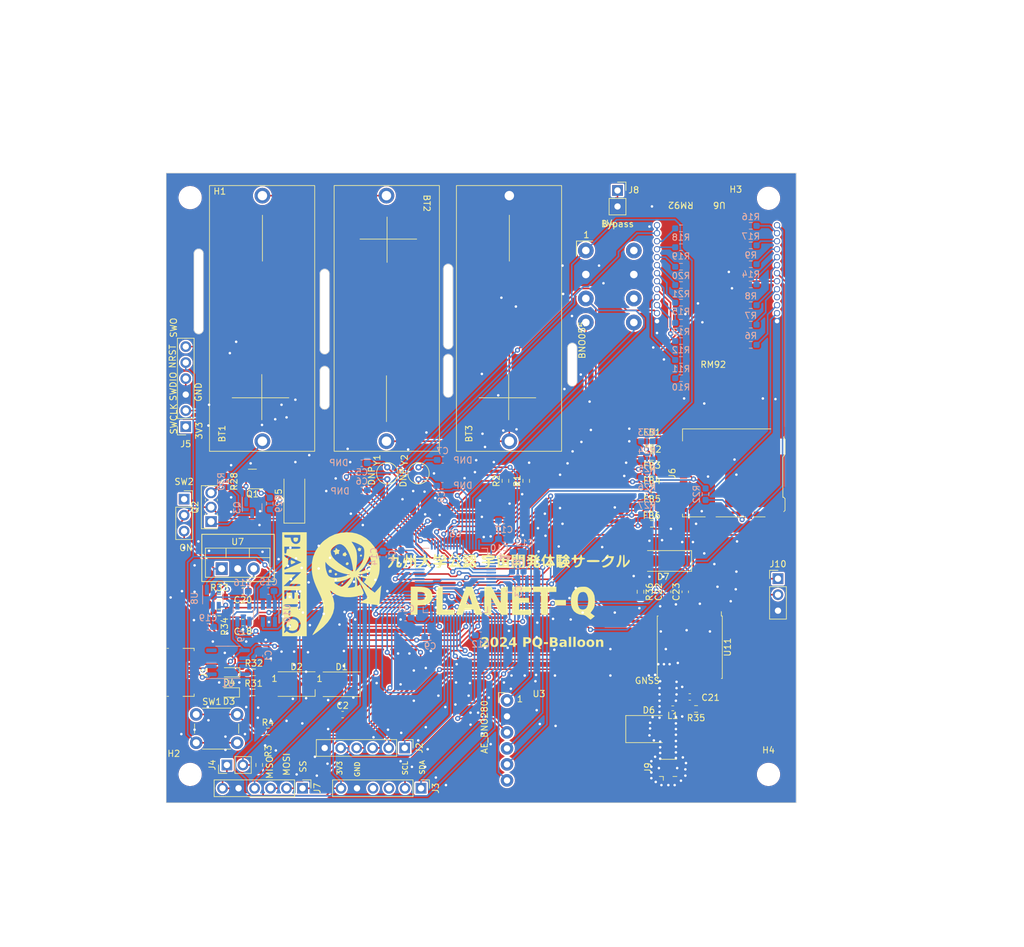
<source format=kicad_pcb>
(kicad_pcb (version 20221018) (generator pcbnew)
  (layers (0 "F.Cu" signal) (31 "B.Cu" signal) (34 "B.Paste" user) (35 "F.Paste" user) (36 "B.SilkS" user "B.Silkscreen") (37 "F.SilkS" user "F.Silkscreen") (38 "B.Mask" user) (39 "F.Mask" user) (44 "Edge.Cuts" user))
  (net 0 "")
  (net 1 "Net-(BT1-+)")
  (net 2 "Net-(BT1--)")
  (net 3 "Net-(BT2--)")
  (net 4 "GND1")
  (net 5 "Net-(U1-V3)")
  (net 6 "+3V3")
  (net 7 "/OSC_IN")
  (net 8 "/OSC_OUT")
  (net 9 "/OSC32_IN")
  (net 10 "/OSC32_OUT")
  (net 11 "/NRST")
  (net 12 "Net-(D1-DOUT)")
  (net 13 "/LED_OUT")
  (net 15 "Net-(D3-K)")
  (net 16 "Net-(D3-A)")
  (net 17 "Net-(D4-K)")
  (net 18 "/PowerSource/5VIN")
  (net 19 "/SDMMC_D2")
  (net 20 "Net-(J6-DAT2)")
  (net 21 "/SDMMC_D3")
  (net 22 "Net-(J6-DAT3{slash}CD)")
  (net 23 "/SDMMC_CMD")
  (net 24 "Net-(J6-CMD)")
  (net 25 "/SDMMC_CLK")
  (net 26 "Net-(J6-CLK)")
  (net 27 "/SDMMC_D0")
  (net 28 "Net-(J6-DAT0)")
  (net 29 "/SDMMC_D1")
  (net 30 "Net-(J6-DAT1)")
  (net 31 "Net-(J1-D-)")
  (net 32 "Net-(J1-D+)")
  (net 34 "/PB2")
  (net 35 "/PB7")
  (net 36 "/I2C3_SDA")
  (net 37 "/I2C3_SCL")
  (net 40 "/SPI2_NSS")
  (net 41 "/SPI2_MOSI")
  (net 42 "/PA0")
  (net 43 "/PA7")
  (net 44 "/PA15")
  (net 45 "/PB0")
  (net 46 "/BOOT0")
  (net 47 "+3.3V")
  (net 48 "/SWCLK")
  (net 49 "/SWDIO")
  (net 50 "/SWO")
  (net 51 "Net-(C21-Pad1)")
  (net 52 "/SD_DET")
  (net 53 "Net-(J6-DET_A)")
  (net 54 "Net-(Q1-G)")
  (net 55 "Net-(Q1-D)")
  (net 56 "Net-(Q2-G)")
  (net 57 "/I2C1_SDA")
  (net 58 "/I2C1_SCL")
  (net 59 "Net-(R4-Pad1)")
  (net 60 "Net-(U6-PC13)")
  (net 61 "Net-(U6-PB7)")
  (net 62 "Net-(U6-PA8)")
  (net 63 "Net-(U6-PB2)")
  (net 64 "Net-(U6-JTCK{slash}SWCLK)")
  (net 65 "Net-(U6-JTMS{slash}SWDIO)")
  (net 66 "Net-(U6-JTDI)")
  (net 67 "Net-(U6-JTDO)")
  (net 68 "Net-(U6-BOOT0)")
  (net 69 "Net-(U6-JNTRST)")
  (net 70 "Net-(U6-SDA)")
  (net 71 "Net-(U6-SCL)")
  (net 72 "Net-(U6-SPI_SS)")
  (net 73 "Net-(U6-SPI_SCK)")
  (net 74 "Net-(U6-SPI_MISO)")
  (net 75 "Net-(U6-SPI_MOSI)")
  (net 77 "/PowerSource/VIN")
  (net 79 "/USART2_RX")
  (net 80 "/USART2_TX")
  (net 81 "/LPTIM1_IN")
  (net 82 "/GPS_RESET")
  (net 83 "/GPS_SAFE")
  (net 84 "/GPS_INT")
  (net 85 "/MAX-M10S/VIN")
  (net 86 "/MAX-M10S/VBKUP")
  (net 87 "/USART3_RX")
  (net 88 "/USART3_TX")
  (net 89 "/SPI1_SS")
  (net 90 "/SPI1_MOSI")
  (net 91 "/SPI1_MISO")
  (net 92 "/SPI1_CLK")
  (net 93 "/BNO055_RESET")
  (net 96 "/CTRL_SENSE")
  (net 97 "/CTRL_COMM")
  (net 98 "/I2C2_SCL")
  (net 99 "/I2C2_SDA")
  (net 100 "Net-(D6-A2)")
  (net 101 "/USART1_TX")
  (net 102 "/USART1_RX")
  (net 103 "/USART1_CTS")
  (net 104 "/USART1_RTS")
  (net 106 "/PowerSource/VCOMM")
  (net 109 "/SPI2_MISO")
  (net 110 "/SPI2_SCK")
  (net 111 "Net-(D7-A)")
  (net 112 "Net-(U11-VCC_RF)")
  (net 113 "/RM92A_RESET")
  (footprint "Connector_PinHeader_2.54mm:PinHeader_1x03_P2.54mm_Vertical" (layer "F.Cu") (at 121.1 110.42)
    (fp_text reference "J10")
    (fp_text value "Conn_01x03_Socket")
  )
  (footprint "Button_Switch_THT:SW_PUSH_6mm" (layer "F.Cu") (at 28.7528 131.9784)
    (fp_text reference "SW1")
    (fp_text value "DTS-63-F-N-V-RED")
  )
  (footprint "LED_SMD:LED_0603_1608Metric_Pad1.05x0.95mm_HandSolder" (layer "F.Cu") (at 33.9659 128.4825 180)
    (fp_text reference "D3")
    (fp_text value "OSG50603C1E")
  )
  (footprint "Crystal:Crystal_C38-LF_D3.0mm_L8.0mm_Vertical" (layer "F.Cu") (at 64.0409 94.6325 90)
    (fp_text reference "Y2")
    (fp_text value "Crystal")
  )
  (footprint "Connector_Card:microSD_HC_Hirose_DM3AT-SF-PEJM5" (layer "F.Cu") (at 113.835 93.63 90)
    (fp_text reference "J6")
    (fp_text value "Micro_SD_Card_Det_Hirose_DM3AT")
  )
  (footprint "Crystal:Crystal_C38-LF_D3.0mm_L8.0mm_Vertical" (layer "F.Cu") (at 59.0909 94.6325 90)
    (fp_text reference "Y1")
    (fp_text value "Crystal")
  )
  (footprint "Package_TO_SOT_SMD:SOT-23" (layer "F.Cu") (at 37.6784 94.5825 180)
    (fp_text reference "Q1")
    (fp_text value "BSS138")
  )
  (footprint "balloon:CR123A" (layer "F.Cu") (at 39.1668 69.1896 90)
    (fp_text reference "BT1")
    (fp_text value "CR123A")
  )
  (footprint "Resistor_SMD:R_0603_1608Metric_Pad0.98x0.95mm_HandSolder" (layer "F.Cu") (at 101.1 93.62)
    (fp_text reference "FB3")
    (fp_text value "BLM18R")
  )
  (footprint "Diode_SMD:D_SMA_Handsoldering" (layer "F.Cu") (at 44.3409 97.0825 90)
    (fp_text reference "D5")
    (fp_text value "RS1M")
  )
  (footprint "balloon:AE-BNO055" (layer "F.Cu") (at 94.32 63.2)
    (fp_text reference "U4")
    (fp_text value "AE_BNO055")
  )
  (footprint "balloon:RM92A" (layer "F.Cu") (at 111.6 67.1 180)
    (fp_text reference "U6")
    (fp_text value "RM92A")
  )
  (footprint "Capacitor_SMD:C_0603_1608Metric_Pad1.08x0.95mm_HandSolder" (layer "F.Cu") (at 36.1784 117.3825 180)
    (fp_text reference "C18")
    (fp_text value "4.7u")
  )
  (footprint "Resistor_SMD:R_0603_1608Metric_Pad0.98x0.95mm_HandSolder" (layer "F.Cu") (at 81.1409 94.8825 90)
    (fp_text reference "R1")
    (fp_text value "2.2k")
  )
  (footprint "Connector_PinHeader_2.54mm:PinHeader_1x02_P2.54mm_Vertical" (layer "F.Cu") (at 33.6296 140.0048 90)
    (fp_text reference "J4")
    (fp_text value "Conn_01x02_Socket")
  )
  (footprint "MountingHole:MountingHole_3.2mm_M3_ISO7380" (layer "F.Cu") (at 119.6 50)
    (fp_text reference "H3")
    (fp_text value "MountingHole")
  )
  (footprint "Resistor_SMD:R_0603_1608Metric_Pad0.98x0.95mm_HandSolder" (layer "F.Cu") (at 40.1409 134.6825)
    (fp_text reference "R4")
    (fp_text value "2.2k")
  )
  (footprint "RF_GPS:ublox_MAX" (layer "F.Cu") (at 107.1 121.3 -90)
    (fp_text reference "U11")
    (fp_text value "MAX-M10S")
  )
  (footprint "Connector_PinHeader_2.54mm:PinHeader_1x06_P2.54mm_Vertical" (layer "F.Cu") (at 45.64 143.7 -90)
    (fp_text reference "J7")
    (fp_text value "Conn_01x06_Socket")
  )
  (footprint "Resistor_SMD:R_0603_1608Metric_Pad0.98x0.95mm_HandSolder" (layer "F.Cu") (at 37.9159 125.2825)
    (fp_text reference "R32")
    (fp_text value "2.2k")
  )
  (footprint "Connector_PinSocket_2.54mm:PinSocket_1x02_P2.54mm_Vertical" (layer "F.Cu") (at 95.631 48.768)
    (fp_text reference "J8")
    (fp_text value "Bypass")
  )
  (footprint "Resistor_SMD:R_0402_1005Metric_Pad0.72x0.64mm_HandSolder" (layer "F.Cu") (at 104.4 131 180)
    (fp_text reference "L1")
    (fp_text value "BLM18PG471SN1D")
  )
  (footprint "Capacitor_SMD:C_0603_1608Metric_Pad1.08x0.95mm_HandSolder" (layer "F.Cu") (at 107.1 129.2)
    (fp_text reference "C21")
    (fp_text value "100n")
  )
  (footprint "Resistor_SMD:R_0603_1608Metric_Pad0.98x0.95mm_HandSolder" (layer "F.Cu") (at 37.8659 128.4825)
    (fp_text reference "R31")
    (fp_text value "2.2k")
  )
  (footprint "LED_SMD:LED_SK6812MINI_PLCC4_3.5x3.5mm_P1.75mm" (layer "F.Cu") (at 44.6909 127.1575)
    (fp_text reference "D2")
    (fp_text value "SK6812MINI")
  )
  (footprint "Resistor_SMD:R_0603_1608Metric_Pad0.98x0.95mm_HandSolder" (layer "F.Cu") (at 101.1 99.19)
    (fp_text reference "FB5")
    (fp_text value "BLM18R")
  )
  (footprint "Resistor_SMD:R_0603_1608Metric_Pad0.98x0.95mm_HandSolder" (layer "F.Cu") (at 108.1 131.1 180)
    (fp_text reference "R35")
    (fp_text value "100")
  )
  (footprint "LED_SMD:LED_SK6812MINI_PLCC4_3.5x3.5mm_P1.75mm" (layer "F.Cu") (at 51.8409 127.1825)
    (fp_text reference "D1")
    (fp_text value "SK6812MINI")
  )
  (footprint "balloon:CR123A" (layer "F.Cu") (at 78.359 69.1896 90)
    (fp_text reference "BT3")
    (fp_text value "CR123A")
  )
  (footprint "Resistor_SMD:R_0603_1608Metric_Pad0.98x0.95mm_HandSolder" (layer "F.Cu") (at 101.1 88.6)
    (fp_text reference "FB1")
    (fp_text value "BLM18R")
  )
  (footprint "Connector_PinSocket_2.54mm:PinSocket_1x03_P2.54mm_Vertical" (layer "F.Cu") (at 26.8409 97.7825)
    (fp_text reference "SW2")
    (fp_text value "SW_SPDT")
  )
  (footprint "Resistor_SMD:R_0603_1608Metric_Pad0.98x0.95mm_HandSolder" (layer "F.Cu") (at 101.1 101.7)
    (fp_text reference "FB6")
    (fp_text value "BLM18R")
  )
  (footprint "balloon:CR123A" (layer "F.Cu") (at 59.055 68.9864 -90)
    (fp_text reference "BT2")
    (fp_text value "CR123A")
  )
  (footprint "balloon:AE_BNE280" (layer "F.Cu") (at 83.17 139.91)
    (fp_text reference "U3")
    (fp_text value "AE_BME280")
  )
  (footprint "Resistor_SMD:R_0603_1608Metric_Pad0.98x0.95mm_HandSolder" (layer "F.Cu") (at 101.1 96.13)
    (fp_text reference "FB4")
    (fp_text value "BLM18R")
  )
  (footprint "Diode_SMD:D_SMA_Handsoldering" (layer "F.Cu") (at 102.88 107.6 180)
    (fp_text reference "D7")
    (fp_text value "D")
  )
  (footprint "Package_TO_SOT_THT:TO-220-3_Vertical" (layer "F.Cu") (at 32.8009 108.8275)
    (fp_text reference "U7")
    (fp_text value "M78AR033-1")
  )
  (footprint "Connector_PinHeader_2.54mm:PinHeader_1x06_P2.54mm_Vertical" (layer "F.Cu") (at 61.85 137.3 -90)
    (fp_text reference "J2")
    (fp_text value "Conn_01x06_Socket")
  )
  (footprint "MountingHole:MountingHole_3.2mm_M3_ISO7380" (layer "F.Cu") (at 27.8 141.5)
    (fp_text reference "H2")
    (fp_text value "MountingHole")
  )
  (footprint "Resistor_SMD:R_0603_1608Metric_Pad0.98x0.95mm_HandSolder" (layer "F.Cu") (at 32.4284 113.2825)
    (fp_text reference "R33")
    (fp_text value "2.2k")
  )
  (footprint "MountingHole:MountingHole_3.2mm_M3_ISO7380" (layer "F.Cu") (at 27.8 49.9)
    (fp_text reference "H1")
    (fp_text value "MountingHole")
  )
  (footprint "Capacitor_SMD:C_0603_1608Metric_Pad1.08x0.95mm_HandSolder" (layer "F.Cu") (at 103.58 112.5 90)
    (fp_text reference "C22")
    (fp_text value "100n")
  )
  (footprint "Capacitor_SMD:C_0603_1608Metric_Pad1.08x0.95mm_HandSolder" (layer "F.Cu") (at 52 132)
    (fp_text reference "C2")
    (fp_text value "100n")
  )
  (footprint "Capacitor_SMD:C_0603_1608Metric_Pad1.08x0.95mm_HandSolder" (layer "F.Cu") (at 36.1784 112.3625 180)
    (fp_text reference "C20")
    (fp_text value "4.7u")
  )
  (footprint "MountingHole:MountingHole_3.2mm_M3_ISO7380" (layer "F.Cu") (at 119.6 141.5)
    (fp_text reference "H4")
    (fp_text value "MountingHole")
  )
  (footprint "LED_SMD:LED_0603_1608Metric_Pad1.05x0.95mm_HandSolder" (layer "F.Cu") (at 34.0159 125.2825 180)
    (fp_text reference "D4")
    (fp_text value "OSG50603C1E")
  )
  (footprint "Connector_PinHeader_2.54mm:PinHeader_1x06_P2.54mm_Vertical" (layer "F.Cu") (at 64.44 143.7 -90)
    (fp_text reference "J3")
    (fp_text value "Conn_01x06_Socket")
  )
  (footprint "Resistor_SMD:R_0603_1608Metric_Pad0.98x0.95mm_HandSolder" (layer "F.Cu") (at 99.28 112.5 -90)
    (fp_text reference "R36")
    (fp_text value "1k")
  )
  (footprint "Diode_SMD:D_SMB" (layer "F.Cu") (at 100.6 134.3)
    (fp_text reference "D6")
    (fp_text value "SMBJ45CA")
  )
  (footprint "Resistor_SMD:R_0603_1608Metric_Pad0.98x0.95mm_HandSolder" (layer "F.Cu") (at 38.7604 140.0048 90)
    (fp_text reference "R3")
    (fp_text value "10k")
  )
  (footprint "Connector_USB:USB_Micro-B_Molex_47346-0001" (layer "F.Cu") (at 26.727 125.295 -90)
    (fp_text reference "J1")
    (fp_text value "USB_B_Micro")
  )
  (footprint "Resistor_SMD:R_0603_1608Metric_Pad0.98x0.95mm_HandSolder" (layer "F.Cu") (at 101.1 91.11)
    (fp_text reference "FB2")
    (fp_text value "BLM18R")
  )
  (footprint "Connector_PinSocket_2.54mm:PinSocket_1x06_P2.54mm_Vertical" (layer "F.Cu") (at 27.1 86.26 180)
    (fp_text reference "J5")
    (fp_text value "Writing Connector")
  )
  (footprint "Resistor_SMD:R_0603_1608Metric_Pad0.98x0.95mm_HandSolder" (layer "F.Cu") (at 33.3409 94.9825 -90)
    (fp_text reference "R28")
    (fp_text value "10k")
  )
  (footprint "Package_TO_SOT_THT:SIPAK_Vertical" (layer "F.Cu") (at 31.115 101.346 90)
    (fp_text reference "Q2")
    (fp_text value "2SJ681")
  )
  (footprint "Connector_Coaxial:U.FL_Hirose_U.FL-R-SMT-1_Vertical" (layer "F.Cu") (at 103.66 140.94 90)
    (fp_text reference "J9")
    (fp_text value "Conn_Coaxial")
  )
  (footprint "balloon:PQ_LOGO" (layer "F.Cu") (at 70.345759 111.257666)
    (fp_text reference "G***" hide)
    (fp_text value "LOGO" hide)
  )
  (footprint "Resistor_SMD:R_0603_1608Metric_Pad0.98x0.95mm_HandSolder" (layer "F.Cu") (at 77.8409 94.8825 90)
    (fp_text reference "R2")
    (fp_text value "2.2k")
  )
  (footprint "Resistor_SMD:R_0603_1608Metric_Pad0.98x0.95mm_HandSolder" (layer "F.Cu") (at 32.4284 115.7925)
    (fp_text reference "R34")
    (fp_text value "2.2k")
  )
  (footprint "Capacitor_SMD:C_0603_1608Metric_Pad1.08x0.95mm_HandSolder" (layer "F.Cu") (at 106.38 112.5 90)
    (fp_text reference "C23")
    (fp_text value "100n")
  )
  (footprint "Resistor_SMD:R_0603_1608Metric_Pad0.98x0.95mm_HandSolder" (layer "B.Cu") (at 116.7875 70.08 180)
    (fp_text reference "R7")
    (fp_text value "47k")
  )
  (footprint "Capacitor_SMD:C_0603_1608Metric_Pad1.08x0.95mm_HandSolder" (layer "B.Cu") (at 38.8 122.7 90)
    (fp_text reference "C1")
    (fp_text value "100n")
  )
  (footprint "Capacitor_SMD:C_0603_1608Metric_Pad1.08x0.95mm_HandSolder" (layer "B.Cu") (at 36.1409 112.4825 180)
    (fp_text reference "C16")
    (fp_text value "100n")
  )
  (footprint "Capacitor_SMD:C_0603_1608Metric_Pad1.08x0.95mm_HandSolder" (layer "B.Cu") (at 55.0409 96.3825 180)
    (fp_text reference "C6")
    (fp_text value "C")
  )
  (footprint "Package_SO:SOP-8_3.9x4.9mm_P1.27mm" (layer "B.Cu") (at 33.8 123.7)
    (fp_text reference "U1")
    (fp_text value "CH340N")
  )
  (footprint "Resistor_SMD:R_0603_1608Metric_Pad0.98x0.95mm_HandSolder" (layer "B.Cu") (at 116.7875 66.98 180)
    (fp_text reference "R8")
    (fp_text value "47k")
  )
  (footprint "Capacitor_SMD:C_0603_1608Metric_Pad1.08x0.95mm_HandSolder" (layer "B.Cu") (at 58.4 106.9 -90)
    (fp_text reference "C14")
    (fp_text value "4.7u")
  )
  (footprint "Package_TO_SOT_SMD:SOT-23-5_HandSoldering" (layer "B.Cu") (at 40.2909 115.9325 90)
    (fp_text reference "U10")
    (fp_text value "TCK107AF")
  )
  (footprint "Resistor_SMD:R_0603_1608Metric_Pad0.98x0.95mm_HandSolder" (layer "B.Cu") (at 105.7 75.68)
    (fp_text reference "R11")
    (fp_text value "47k")
  )
  (footprint "Capacitor_SMD:C_0603_1608Metric_Pad1.08x0.95mm_HandSolder" (layer "B.Cu") (at 67.8059 95.6575)
    (fp_text reference "C8")
    (fp_text value "C")
  )
  (footprint "Resistor_SMD:R_0603_1608Metric_Pad0.98x0.95mm_HandSolder" (layer "B.Cu") (at 105.7 78.58)
    (fp_text reference "R10")
    (fp_text value "47k")
  )
  (footprint "Resistor_SMD:R_0603_1608Metric_Pad0.98x0.95mm_HandSolder" (layer "B.Cu") (at 105.7 72.68)
    (fp_text reference "R12")
    (fp_text value "47k")
  )
  (footprint "Resistor_SMD:R_0603_1608Metric_Pad0.98x0.95mm_HandSolder" (layer "B.Cu") (at 40.4409 98.4825 90)
    (fp_text reference "R29")
    (fp_text value "100")
  )
  (footprint "Package_TO_SOT_SMD:SOT-23-6_Handsoldering" (layer "B.Cu") (at 31.3909 113.5325 -90)
    (fp_text reference "U8")
    (fp_text value "MCP3425A0T-ECH")
  )
  (footprint "Resistor_SMD:R_0603_1608Metric_Pad0.98x0.95mm_HandSolder" (layer "B.Cu") (at 105.7 69.78)
    (fp_text reference "R13")
    (fp_text value "47k")
  )
  (footprint "Resistor_SMD:R_0603_1608Metric_Pad0.98x0.95mm_HandSolder" (layer "B.Cu") (at 100.3 97.3 180)
    (fp_text reference "R26")
    (fp_text value "22k")
  )
  (footprint "Resistor_SMD:R_0603_1608Metric_Pad0.98x0.95mm_HandSolder" (layer "B.Cu") (at 100.3 100.2 180)
    (fp_text reference "R27")
    (fp_text value "22k")
  )
  (footprint "Resistor_SMD:R_0603_1608Metric_Pad0.98x0.95mm_HandSolder" (layer "B.Cu") (at 109.6 97 -90)
    (fp_text reference "R22")
    (fp_text value "10k")
  )
  (footprint "Resistor_SMD:R_0603_1608Metric_Pad0.98x0.95mm_HandSolder" (layer "B.Cu") (at 105.7 63.78)
    (fp_text reference "R21")
    (fp_text value "47k")
  )
  (footprint "Capacitor_SMD:C_0603_1608Metric_Pad1.08x0.95mm_HandSolder" (layer "B.Cu") (at 55.0409 92.0825)
    (fp_text reference "C5")
    (fp_text value "C")
  )
  (footprint "Capacitor_SMD:C_0603_1608Metric_Pad1.08x0.95mm_HandSolder" (layer "B.Cu") (at 61.3 106.8 -90)
    (fp_text reference "C4")
    (fp_text value "100n")
  )
  (footprint "Resistor_SMD:R_0603_1608Metric_Pad0.98x0.95mm_HandSolder" (layer "B.Cu") (at 34.1409 94.9825 -90)
    (fp_text reference "R30")
    (fp_text value "47k")
  )
  (footprint "Resistor_SMD:R_0603_1608Metric_Pad0.98x0.95mm_HandSolder" (layer "B.Cu") (at 116.7875 57.48 180)
    (fp_text reference "R17")
    (fp_text value "47k")
  )
  (footprint "Package_TO_SOT_SMD:SOT-23-5_HandSoldering" (layer "B.Cu") (at 36.2409 115.8825 90)
    (fp_text reference "U9")
    (fp_text value "TCK107AF")
  )
  (footprint "Package_QFP:LQFP-64_10x10mm_P0.5mm" (layer "B.Cu") (at 69.9 110.7 180)
    (fp_text reference "U5")
    (fp_text value "STM32L431RBTx")
  )
  (footprint "Resistor_SMD:R_0603_1608Metric_Pad0.98x0.95mm_HandSolder" (layer "B.Cu") (at 105.7 60.88)
    (fp_text reference "R20")
    (fp_text value "47k")
  )
  (footprint "Capacitor_SMD:C_0603_1608Metric_Pad1.08x0.95mm_HandSolder" (layer "B.Cu") (at 30.6409 118.0825 180)
    (fp_text reference "C19")
    (fp_text value "100n")
  )
  (footprint "Package_TO_SOT_SMD:SOT-23" (layer "B.Cu") (at 37.6409 99.145 -90)
    (fp_text reference "Q3")
    (fp_text value "BSS138")
  )
  (footprint "Capacitor_SMD:C_0603_1608Metric_Pad1.08x0.95mm_HandSolder" (layer "B.Cu") (at 67.8684 91.5575 180)
    (fp_text reference "C7")
    (fp_text value "C")
  )
  (footprint "Capacitor_SMD:C_0603_1608Metric_Pad1.08x0.95mm_HandSolder" (layer "B.Cu") (at 77.6 101.2)
    (fp_text reference "C17")
    (fp_text value "4.7u")
  )
  (footprint "Capacitor_SMD:C_0603_1608Metric_Pad1.08x0.95mm_HandSolder" (layer "B.Cu") (at 65.9 119.7)
    (fp_text reference "C9")
    (fp_text value "100n")
  )
  (footprint "Capacitor_SMD:C_0603_1608Metric_Pad1.08x0.95mm_HandSolder" (layer "B.Cu") (at 40.2409 112.3825 180)
    (fp_text reference "C15")
    (fp_text value "100n")
  )
  (footprint "Capacitor_SMD:C_0603_1608Metric_Pad1.08x0.95mm_HandSolder" (layer "B.Cu") (at 73.9 119.4)
    (fp_text reference "C12")
    (fp_text value "100n")
  )
  (footprint "Resistor_SMD:R_0603_1608Metric_Pad0.98x0.95mm_HandSolder" (layer "B.Cu") (at 116.7875 60.48 180)
    (fp_text reference "R9")
    (fp_text value "47k")
  )
  (footprint "Resistor_SMD:R_0603_1608Metric_Pad0.98x0.95mm_HandSolder" (layer "B.Cu") (at 100.3 88.6 180)
    (fp_text reference "R23")
    (fp_text value "22k")
  )
  (footprint "Capacitor_SMD:C_0603_1608Metric_Pad1.08x0.95mm_HandSolder" (layer "B.Cu") (at 79.9 106.2)
    (fp_text reference "C13")
    (fp_text value "100n")
  )
  (footprint "Capacitor_SMD:C_0603_1608Metric_Pad1.08x0.95mm_HandSolder" (layer "B.Cu") (at 78.5 112.4 90)
    (fp_text reference "C3")
    (fp_text value "100n")
  )
  (footprint "Capacitor_SMD:C_0603_1608Metric_Pad1.08x0.95mm_HandSolder" (layer "B.Cu") (at 62 116.6 180)
    (fp_text reference "C11")
    (fp_text value "100n")
  )
  (footprint "Capacitor_SMD:C_0603_1608Metric_Pad1.08x0.95mm_HandSolder" (layer "B.Cu") (at 77.6 104.1)
    (fp_text reference "C10")
    (fp_text value "100n")
  )
  (footprint "Resistor_SMD:R_0603_1608Metric_Pad0.98x0.95mm_HandSolder" (layer "B.Cu") (at 105.7 54.78)
    (fp_text reference "R18")
    (fp_text value "47k")
  )
  (footprint "Resistor_SMD:R_0603_1608Metric_Pad0.98x0.95mm_HandSolder" (layer "B.Cu") (at 79.8 109.3 180)
    (fp_text reference "R5")
    (fp_text value "10k")
  )
  (footprint "Resistor_SMD:R_0603_1608Metric_Pad0.98x0.95mm_HandSolder" (layer "B.Cu") (at 116.7875 73.28 180)
    (fp_text reference "R6")
    (fp_text value "47k")
  )
  (footprint "Resistor_SMD:R_0603_1608Metric_Pad0.98x0.95mm_HandSolder" (layer "B.Cu") (at 116.7875 63.68)
    (fp_text reference "R14")
    (fp_text value "47k")
  )
  (footprint "Resistor_SMD:R_0603_1608Metric_Pad0.98x0.95mm_HandSolder" (layer "B.Cu") (at 100.3 91.5 180)
    (fp_text reference "R24")
    (fp_text value "22k")
  )
  (footprint "Resistor_SMD:R_0603_1608Metric_Pad0.98x0.95mm_HandSolder" (layer "B.Cu") (at 100.3 94.4 180)
    (fp_text reference "R25")
    (fp_text value "22k")
  )
  (footprint "Resistor_SMD:R_0603_1608Metric_Pad0.98x0.95mm_HandSolder" (layer "B.Cu") (at 116.7875 54.38 180)
    (fp_text reference "R16")
    (fp_text value "47k")
  )
  (footprint "Resistor_SMD:R_0603_1608Metric_Pad0.98x0.95mm_HandSolder" (layer "B.Cu") (at 105.7 66.58)
    (fp_text reference "R15")
    (fp_text value "47k")
  )
  (footprint "Resistor_SMD:R_0603_1608Metric_Pad0.98x0.95mm_HandSolder" (layer "B.Cu") (at 105.7 57.78)
    (fp_text reference "R19")
    (fp_text value "47k")
  )
  (gr_rect (start 29.648 103.371) (end 41.148 110.871) (stroke (width 0.15)) (fill none) (layer "F.SilkS"))
  (gr_line (start 68 75.525) (end 68 80.875) (stroke (width 0.1)) (layer "Edge.Cuts"))
  (gr_line (start 68 61.2) (end 68 73.2) (stroke (width 0.1)) (layer "Edge.Cuts"))
  (gr_arc (start 69.5 73.2) (mid 68.75 73.95) (end 68 73.2) (stroke (width 0.1)) (layer "Edge.Cuts"))
  (gr_arc (start 89.2 79.1) (mid 88.45 79.85) (end 87.7 79.1) (stroke (width 0.1)) (layer "Edge.Cuts"))
  (gr_line (start 48.4 77.425) (end 48.4 82.775) (stroke (width 0.1)) (layer "Edge.Cuts"))
  (gr_arc (start 68 61.2) (mid 68.75 60.45) (end 69.5 61.2) (stroke (width 0.1)) (layer "Edge.Cuts"))
  (gr_line (start 48.4 62) (end 48.4 74) (stroke (width 0.1)) (layer "Edge.Cuts"))
  (gr_arc (start 49.9 82.775) (mid 49.15 83.525) (end 48.4 82.775) (stroke (width 0.1)) (layer "Edge.Cuts"))
  (gr_line (start 28.4 58.8) (end 28.4 70.8) (stroke (width 0.1)) (layer "Edge.Cuts"))
  (gr_arc (start 28.4 58.8) (mid 29.15 58.05) (end 29.9 58.8) (stroke (width 0.1)) (layer "Edge.Cuts"))
  (gr_arc (start 48.4 77.425) (mid 49.15 76.675) (end 49.9 77.425) (stroke (width 0.1)) (layer "Edge.Cuts"))
  (gr_rect (start 24 46) (end 124 146) (stroke (width 0.1)) (fill none) (layer "Edge.Cuts"))
  (gr_arc (start 87.7 73.75) (mid 88.45 73) (end 89.2 73.75) (stroke (width 0.1)) (layer "Edge.Cuts"))
  (gr_arc (start 49.9 74) (mid 49.15 74.75) (end 48.4 74) (stroke (width 0.1)) (layer "Edge.Cuts"))
  (gr_line (start 49.9 74) (end 49.9 62) (stroke (width 0.1)) (layer "Edge.Cuts"))
  (gr_arc (start 29.9 70.8) (mid 29.15 71.55) (end 28.4 70.8) (stroke (width 0.1)) (layer "Edge.Cuts"))
  (gr_arc (start 48.4 62) (mid 49.15 61.25) (end 49.9 62) (stroke (width 0.1)) (layer "Edge.Cuts"))
  (gr_line (start 89.2 79.1) (end 89.2 73.75) (stroke (width 0.1)) (layer "Edge.Cuts"))
  (gr_line (start 29.9 70.8) (end 29.9 58.8) (stroke (width 0.1)) (layer "Edge.Cuts"))
  (gr_arc (start 69.5 80.875) (mid 68.75 81.625) (end 68 80.875) (stroke (width 0.1)) (layer "Edge.Cuts"))
  (gr_line (start 87.7 73.75) (end 87.7 79.1) (stroke (width 0.1)) (layer "Edge.Cuts"))
  (gr_line (start 69.5 73.2) (end 69.5 61.2) (stroke (width 0.1)) (layer "Edge.Cuts"))
  (gr_arc (start 68 75.525) (mid 68.75 74.775) (end 69.5 75.525) (stroke (width 0.1)) (layer "Edge.Cuts"))
  (gr_line (start 49.9 82.775) (end 49.9 77.425) (stroke (width 0.1)) (layer "Edge.Cuts"))
  (gr_line (start 69.5 80.875) (end 69.5 75.525) (stroke (width 0.1)) (layer "Edge.Cuts"))
  (gr_text "DNP" (at 53.2 97.1) (layer "B.SilkS") (effects (font (size 1 1)) (justify left bottom mirror)))
  (gr_text "DNP" (at 72.7 96.2) (layer "B.SilkS") (effects (font (size 1 1)) (justify left bottom mirror)))
  (gr_text "DNP" (at 72.7 92.2) (layer "B.SilkS") (effects (font (size 1 1)) (justify left bottom mirror)))
  (gr_text "DNP" (at 53 92.6) (layer "B.SilkS") (effects (font (size 1 1)) (justify left bottom mirror)))
  (gr_text "1" (at 76.8825 107.8409 -90) (layer "B.SilkS") (effects (font (size 1.5 1.5) (thickness 0.3) bold) (justify left bottom mirror)))
  (gr_text "SCL" (at 62.4 141.7 90) (layer "F.SilkS") (effects (font (size 0.8 0.8) (thickness 0.15) bold) (justify left bottom)))
  (gr_text "2024 PQ-Balloon" (at 73.9 121.5) (layer "F.SilkS") (effects (font (size 1.5 1.5) (thickness 0.3) bold) (justify left bottom)))
  (gr_text "SWO" (at 25.77 72.23 90) (layer "F.SilkS") (effects (font (size 1 1)) (justify left bottom)))
  (gr_text "MOSI" (at 43.7 141.8 90) (layer "F.SilkS") (effects (font (size 1 1)) (justify left bottom)))
  (gr_text "DNP" (at 57.2 95.7 90) (layer "F.SilkS") (effects (font (size 1 1)) (justify left bottom)))
  (gr_text "AE_BNO280" (at 75.1 138.3 90) (layer "F.SilkS") (effects (font (size 1 1)) (justify left bottom)))
  (gr_text "MISO" (at 41 142.3 90) (layer "F.SilkS") (effects (font (size 1 1)) (justify left bottom)))
  (gr_text "RM92" (at 108.7 77) (layer "F.SilkS") (effects (font (size 1 1)) (justify left bottom)))
  (gr_text "3V3" (at 52 141.7 90) (layer "F.SilkS") (effects (font (size 0.8 0.8) (thickness 0.15) bold) (justify left bottom)))
  (gr_text "SWDIO" (at 25.7 82.3 90) (layer "F.SilkS") (effects (font (size 1 1)) (justify left bottom)))
  (gr_text "GNSS" (at 98.3 127.2) (layer "F.SilkS") (effects (font (size 1 1)) (justify left bottom)))
  (gr_text "NRST" (at 25.6 77.1 90) (layer "F.SilkS") (effects (font (size 1 1)) (justify left bottom)))
  (gr_text "ON" (at 26 106.1) (layer "F.SilkS") (effects (font (size 1 1)) (justify left bottom)))
  (gr_text "SDA" (at 65.1 141.6 90) (layer "F.SilkS") (effects (font (size 0.8 0.8) (thickness 0.15) bold) (justify left bottom)))
  (gr_text "DNP" (at 62.2 96 90) (layer "F.SilkS") (effects (font (size 1 1)) (justify left bottom)))
  (gr_text "SS" (at 46.3 141.3 90) (layer "F.SilkS") (effects (font (size 1 1)) (justify left bottom)))
  (gr_text "SWCLK" (at 25.77 87.59 90) (layer "F.SilkS") (effects (font (size 1 1)) (justify left bottom)))
  (gr_text "GND" (at 29.7 82.4 90) (layer "F.SilkS") (effects (font (size 1 1)) (justify left bottom)))
  (gr_text "BNO055" (at 90.6 75.6 90) (layer "F.SilkS") (effects (font (size 1 1)) (justify left bottom)))
  (gr_text "GND" (at 54.8 142 90) (layer "F.SilkS") (effects (font (size 0.8 0.8) (thickness 0.15) bold) (justify left bottom)))
  (gr_text "3V3" (at 29.8 88.4 90) (layer "F.SilkS") (effects (font (size 1 1)) (justify left bottom)))
  (segment (start 32.3409 95.5481) (end 32.3409 95.07) (width 0.25) (layer "F.Cu") (net 1))
  (segment (start 32.3409 95.07) (end 33.3409 94.07) (width 0.25) (layer "F.Cu") (net 1))
  (segment (start 31.115 96.774) (end 32.3409 95.5481) (width 0.25) (layer "F.Cu") (net 1))
  (segment (start 34.1409 94.07) (end 39.2668 88.9441) (width 0.25) (layer "B.Cu") (net 1))
  (segment (start 31.115 96.774) (end 31.4369 96.774) (width 0.25) (layer "B.Cu") (net 1))
  (segment (start 39.2668 88.9441) (end 39.2668 88.5896) (width 0.25) (layer "B.Cu") (net 1))
  (segment (start 31.4369 96.774) (end 34.1409 94.07) (width 0.25) (layer "B.Cu") (net 1))
  (segment (start 39.27 49.5864) (end 39.2668 49.5896) (width 0.25) (layer "F.Cu") (net 2))
  (segment (start 58.955 49.5864) (end 39.27 49.5864) (width 0.25) (layer "F.Cu") (net 2))
  (segment (start 95.631 49.9433) (end 95.3308 49.9433) (width 0.25) (layer "F.Cu") (net 3))
  (segment (start 78.459 88.5864) (end 58.955 88.5864) (width 0.25) (layer "F.Cu") (net 3))
  (segment (start 95.3308 49.9433) (end 78.459 66.8151) (width 0.25) (layer "F.Cu") (net 3))
  (segment (start 95.631 48.768) (end 95.631 49.9433) (width 0.25) (layer "F.Cu") (net 3))
  (segment (start 78.459 88.5864) (end 78.459 88.5896) (width 0.25) (layer "F.Cu") (net 3))
  (segment (start 78.459 66.8151) (end 78.459 88.5864) (width 0.25) (layer "F.Cu") (net 3))
  (via (at 93.9 107.1) (size 0.8) (drill 0.4) (layers "F.Cu" "B.Cu") (net 4))
  (via (at 33.4 137.6) (size 0.8) (drill 0.4) (layers "F.Cu" "B.Cu") (net 4))
  (via (at 68.4 143.2) (size 0.8) (drill 0.4) (layers "F.Cu" "B.Cu") (net 4))
  (via (at 88.2 116.9) (size 0.8) (drill 0.4) (layers "F.Cu" "B.Cu") (net 4))
  (via (at 65.5 137.5) (size 0.8) (drill 0.4) (layers "F.Cu" "B.Cu") (net 4))
  (via (at 109.1 69.7) (size 0.8) (drill 0.4) (layers "F.Cu" "B.Cu") (net 4))
  (via (at 41.4 137.7) (size 0.8) (drill 0.4) (layers "F.Cu" "B.Cu") (net 4))
  (via (at 101.6 125.7) (size 0.8) (drill 0.4) (layers "F.Cu" "B.Cu") (net 4))
  (via (at 43.1 84.8) (size 0.8) (drill 0.4) (layers "F.Cu" "B.Cu") (net 4))
  (via (at 82.7 125.7) (size 0.8) (drill 0.4) (layers "F.Cu" "B.Cu") (net 4))
  (via (at 43.6 118) (size 0.8) (drill 0.4) (layers "F.Cu" "B.Cu") (net 4))
  (via (at 46.5 122.1) (size 0.8) (drill 0.4) (layers "F.Cu" "B.Cu") (net 4))
  (via (at 81.6 92) (size 0.8) (drill 0.4) (layers "F.Cu" "B.Cu") (net 4))
  (via (at 97.5 86.6) (size 0.8) (drill 0.4) (layers "F.Cu" "B.Cu") (net 4))
  (via (at 101.6 138.7) (size 0.8) (drill 0.4) (layers "F.Cu" "B.Cu") (net 4))
  (via (at 67.2 129) (size 0.8) (drill 0.4) (layers "F.Cu" "B.Cu") (net 4))
  (via (at 95.2 115.8) (size 0.8) (drill 0.4) (layers "F.Cu" "B.Cu") (net 4))
  (via (at 106.2 81.8) (size 0.8) (drill 0.4) (layers "F.Cu" "B.Cu") (net 4))
  (via (at 44.1 129.5) (size 0.8) (drill 0.4) (layers "F.Cu" "B.Cu") (net 4))
  (via (at 102.2 140.5) (size 0.8) (drill 0.4) (layers "F.Cu" "B.Cu") (net 4))
  (via (at 73.8 98) (size 0.8) (drill 0.4) (layers "F.Cu" "B.Cu") (net 4))
  (via (at 102.4 114.8) (size 0.8) (drill 0.4) (layers "F.Cu" "B.Cu") (net 4))
  (via (at 39.281068 106.149571) (size 0.8) (drill 0.4) (layers "F.Cu" "B.Cu") (net 4))
  (via (at 101.9 71.4) (size 0.8) (drill 0.4) (layers "F.Cu" "B.Cu") (net 4))
  (via (at 101.7 142.7) (size 0.8) (drill 0.4) (layers "F.Cu" "B.Cu") (net 4))
  (via (at 60.8 122.3) (size 0.8) (drill 0.4) (layers "F.Cu" "B.Cu") (net 4))
  (via (at 60.9 107.9) (size 0.8) (drill 0.4) (layers "F.Cu" "B.Cu") (net 4))
  (via (at 44.6 107.2) (size 0.8) (drill 0.4) (layers "F.Cu" "B.Cu") (net 4))
  (via (at 73 93.5) (size 0.8) (drill 0.4) (layers "F.Cu" "B.Cu") (net 4))
  (via (at 100.7 110.1) (size 0.8) (drill 0.4) (layers "F.Cu" "B.Cu") (net 4))
  (via (at 63.2 96.5) (size 0.8) (drill 0.4) (layers "F.Cu" "B.Cu") (net 4))
  (via (at 53.8 110.9) (size 0.8) (drill 0.4) (layers "F.Cu" "B.Cu") (net 4))
  (via (at 104.7 143.2) (size 0.8) (drill 0.4) (layers "F.Cu" "B.Cu") (net 4))
  (via (at 88 113.5) (size 0.8) (drill 0.4) (layers "F.Cu" "B.Cu") (net 4))
  (via (at 106.5 139.7) (size 0.8) (drill 0.4) (layers "F.Cu" "B.Cu") (net 4))
  (via (at 24.7 113.4) (size 0.8) (drill 0.4) (layers "F.Cu" "B.Cu") (net 4))
  (via (at 99.1 115.1) (size 0.8) (drill 0.4) (layers "F.Cu" "B.Cu") (net 4))
  (via (at 63.3 125) (size 0.8) (drill 0.4) (layers "F.Cu" "B.Cu") (net 4))
  (via (at 49.6 139.8) (size 0.8) (drill 0.4) (layers "F.Cu" "B.Cu") (net 4))
  (via (at 73.580851 113.619149) (size 0.8) (drill 0.4) (layers "F.Cu" "B.Cu") (net 4))
  (via (at 65.1 140.3) (size 0.8) (drill 0.4) (layers "F.Cu" "B.Cu") (net 4))
  (via (at 80.5 97) (size 0.8) (drill 0.4) (layers "F.Cu" "B.Cu") (net 4))
  (via (at 71.351787 94.45183) (size 0.8) (drill 0.4) (layers "F.Cu" "B.Cu") (net 4))
  (via (at 50.9 110.6) (size 0.8) (drill 0.4) (layers "F.Cu" "B.Cu") (net 4))
  (via (at 101 139.4) (size 0.8) (drill 0.4) (layers "F.Cu" "B.Cu") (net 4))
  (via (at 104.9 138) (size 0.8) (drill 0.4) (layers "F.Cu" "B.Cu") (net 4))
  (via (at 26.5 112.4) (size 0.8) (drill 0.4) (layers "F.Cu" "B.Cu") (net 4))
  (via (at 120.7 81.9) (size 0.8) (drill 0.4) (layers "F.Cu" "B.Cu") (net 4))
  (via (at 46.6 111) (size 0.8) (drill 0.4) (layers "F.Cu" "B.Cu") (net 4))
  (via (at 103 75.6) (size 0.8) (drill 0.4) (layers "F.Cu" "B.Cu") (net 4))
  (via (at 114.6 104.5) (size 0.8) (drill 0.4) (layers "F.Cu" "B.Cu") (net 4))
  (via (at 82.9 107.7) (size 0.8) (drill 0.4) (layers "F.Cu" "B.Cu") (net 4))
  (via (at 57.2 110.6) (size 0.8) (drill 0.4) (layers "F.Cu" "B.Cu") (net 4))
  (via (at 102.9 110.1) (size 0.8) (drill 0.4) (layers "F.Cu" "B.Cu") (net 4))
  (via (at 86.512653 93.912653) (size 0.8) (drill 0.4) (layers "F.Cu" "B.Cu") (net 4))
  (via (at 77.5 86.9) (size 0.8) (drill 0.4) (layers "F.Cu" "B.Cu") (net 4))
  (via (at 102.4 137.2) (size 0.8) (drill 0.4) (layers "F.Cu" "B.Cu") (net 4))
  (via (at 106 138.8) (size 0.8) (drill 0.4) (layers "F.Cu" "B.Cu") (net 4))
  (via (at 86.3 105.3) (size 0.8) (drill 0.4) (layers "F.Cu" "B.Cu") (net 4))
  (via (at 88.4 68.7) (size 0.8) (drill 0.4) (layers "F.Cu" "B.Cu") (net 4))
  (via (at 113.3 61.7) (size 0.8) (drill 0.4) (layers "F.Cu" "B.Cu") (net 4))
  (via (at 76 91.9) (size 0.8) (drill 0.4) (layers "F.Cu" "B.Cu") (net 4))
  (via (at 100.6 125.8) (size 0.8) (drill 0.4) (layers "F.Cu" "B.Cu") (net 4))
  (via (at 50 107.1) (size 0.8) (drill 0.4) (layers "F.Cu" "B.Cu") (net 4))
  (via (at 100.8 134.2) (size 0.8) (drill 0.4) (layers "F.Cu" "B.Cu") (net 4))
  (via (at 33.4 135.5) (size 0.8) (drill 0.4) (layers "F.Cu" "B.Cu") (net 4))
  (via (at 54 116.9) (size 0.8) (drill 0.4) (layers "F.Cu" "B.Cu") (net 4))
  (via (at 66.5 93.7) (size 0.8) (drill 0.4) (layers "F.Cu" "B.Cu") (net 4))
  (via (at 102.5 118.8) (size 0.8) (drill 0.4) (layers "F.Cu" "B.Cu") (net 4))
  (via (at 82.8 131.3) (size 0.8) (drill 0.4) (layers "F.Cu" "B.Cu") (net 4))
  (via (at 89.8 78) (size 0.8) (drill 0.4) (layers "F.Cu" "B.Cu") (net 4))
  (via (at 78.2 121.4) (size 0.8) (drill 0.4) (layers "F.Cu" "B.Cu") (net 4))
  (via (at 98.2 110) (size 0.8) (drill 0.4) (layers "F.Cu" "B.Cu") (net 4))
  (via (at 105.9 127.6) (size 0.8) (drill 0.4) (layers "F.Cu" "B.Cu") (net 4))
  (via (at 83 102.4) (size 0.8) (drill 0.4) (layers "F.Cu" "B.Cu") (net 4))
  (via (at 103 124) (size 0.8) (drill 0.4) (layers "F.Cu" "B.Cu") (net 4))
  (via (at 44.5 91.9) (size 0.8) (drill 0.4) (layers "F.Cu" "B.Cu") (net 4))
  (via (at 74.2 87.4) (size 0.8) (drill 0.4) (layers "F.Cu" "B.Cu") (net 4))
  (via (at 44.3 124.1) (size 0.8) (drill 0.4) (layers "F.Cu" "B.Cu") (net 4))
  (via (at 59.1 112.4) (size 0.8) (drill 0.4) (layers "F.Cu" "B.Cu") (net 4))
  (via (at 72.3 131.7) (size 0.8) (drill 0.4) (layers "F.Cu" "B.Cu") (net 4))
  (via (at 102.3 131.6) (size 0.8) (drill 0.4) (layers "F.Cu" "B.Cu") (net 4))
  (via (at 30.8 82.8) (size 0.8) (drill 0.4) (layers "F.Cu" "B.Cu") (net 4))
  (via (at 101.2 132.4) (size 0.8) (drill 0.4) (layers "F.Cu" "B.Cu") (net 4))
  (via (at 100.8 133.3) (size 0.8) (drill 0.4) (layers "F.Cu" "B.Cu") (net 4))
  (via (at 74.6 89.5) (size 0.8) (drill 0.4) (layers "F.Cu" "B.Cu") (net 4))
  (via (at 61.5 97.8) (size 0.8) (drill 0.4) (layers "F.Cu" "B.Cu") (net 4))
  (via (at 34.1 74.6) (size 0.8) (drill 0.4) (layers "F.Cu" "B.Cu") (net 4))
  (via (at 78.8 125.8) (size 0.8) (drill 0.4) (layers "F.Cu" "B.Cu") (net 4))
  (via (at 66.8 115) (size 0.8) (drill 0.4) (layers "F.Cu" "B.Cu") (net 4))
  (via (at 87.7 92.1) (size 0.8) (drill 0.4) (layers "F.Cu" "B.Cu") (net 4))
  (via (at 35.1 72.8) (size 0.8) (drill 0.4) (layers "F.Cu" "B.Cu") (net 4))
  (via (at 66.7 97.6) (size 0.8) (drill 0.4) (layers "F.Cu" "B.Cu") (net 4))
  (via (at 105 126.8) (size 0.8) (drill 0.4) (layers "F.Cu" "B.Cu") (net 4))
  (via (at 89 111.9) (size 0.8) (drill 0.4) (layers "F.Cu" "B.Cu") (net 4))
  (via (at 85.6 121.7) (size 0.8) (drill 0.4) (layers "F.Cu" "B.Cu") (net 4))
  (via (at 104.9 133.4) (size 0.8) (drill 0.4) (layers "F.Cu" "B.Cu") (net 4))
  (via (at 49.7 134.3) (size 0.8) (drill 0.4) (layers "F.Cu" "B.Cu") (net 4))
  (via (at 46.2 125.2) (size 0.8) (drill 0.4) (layers "F.Cu" "B.Cu") (net 4))
  (via (at 105.9 132.3) (size 0.8) (drill 0.4) (layers "F.Cu" "B.Cu") (net 4))
  (via (at 28.4 117) (size 0.8) (drill 0.4) (layers "F.Cu" "B.Cu") (net 4))
  (via (at 39.2 86) (size 0.8) (drill 0.4) (layers "F.Cu" "B.Cu") (net 4))
  (via (at 101 142.1) (size 0.8) (drill 0.4) (layers "F.Cu" "B.Cu") (net 4))
  (via (at 29.1 104.5) (size 0.8) (drill 0.4) (layers "F.Cu" "B.Cu") (net 4))
  (via (at 93.2 105.4) (size 0.8) (drill 0.4) (layers "F.Cu" "B.Cu") (net 4))
  (via (at 104.9 138.9) (size 0.8) (drill 0.4) (layers "F.Cu" "B.Cu") (net 4))
  (via (at 109 99.7) (size 0.8) (drill 0.4) (layers "F.Cu" "B.Cu") (net 4))
  (via (at 74.1 100.6) (size 0.8) (drill 0.4) (layers "F.Cu" "B.Cu") (net 4))
  (via (at 39.7 136.9) (size 0.8) (drill 0.4) (layers "F.Cu" "B.Cu") (net 4))
  (via (at 44.7 141.5) (size 0.8) (drill 0.4) (layers "F.Cu" "B.Cu") (net 4))
  (via (at 104.9 135.2) (size 0.8) (drill 0.4) (layers "F.Cu" "B.Cu") (net 4))
  (via (at 30.6 130.8) (size 0.8) (drill 0.4) (layers "F.Cu" "B.Cu") (net 4))
  (via (at 102.3 127.8) (size 0.8) (drill 0.4) (layers "F.Cu" "B.Cu") (net 4))
  (via (at 72.3 133.6) (size 0.8) (drill 0.4) (layers "F.Cu" "B.Cu") (net 4))
  (via (at 43.6 113.3) (size 0.8) (drill 0.4) (layers "F.Cu" "B.Cu") (net 4))
  (via (at 110 94.2) (size 0.8) (drill 0.4) (layers "F.Cu" "B.Cu") (net 4))
  (via (at 86.9 101.7) (size 0.8) (drill 0.4) (layers "F.Cu" "B.Cu") (net 4))
  (via (at 28.5 112.5) (size 0.8) (drill 0.4) (layers "F.Cu" "B.Cu") (net 4))
  (via (at 114.2 91.5) (size 0.8) (drill 0.4) (layers "F.Cu" "B.Cu") (net 4))
  (via (at 111.5 111.7) (size 0.8) (drill 0.4) (layers "F.Cu" "B.Cu") (net 4))
  (via (at 101 141.2) (size 0.8) (drill 0.4) (layers "F.Cu" "B.Cu") (net 4))
  (via (at 69.9 130.4) (size 0.8) (drill 0.4) (layers "F.Cu" "B.Cu") (net 4))
  (via (at 67.4 100.3) (size 0.8) (drill 0.4) (layers "F.Cu" "B.Cu") (net 4))
  (via (at 83.3 133.5) (size 0.8) (drill 0.4) (layers "F.Cu" "B.Cu") (net 4))
  (via (at 94.5 125.8) (size 0.8) (drill 0.4) (layers "F.Cu" "B.Cu") (net 4))
  (via (at 72 129) (size 0.8) (drill 0.4) (layers "F.Cu" "B.Cu") (net 4))
  (via (at 100.7 135.3) (size 0.8) (drill 0.4) (layers "F.Cu" "B.Cu") (net 4))
  (via (at 105.7 142.5) (size 0.8) (drill 0.4) (layers "F.Cu" "B.Cu") (net 4))
  (via (at 51.5 117.7) (size 0.8) (drill 0.4) (layers "F.Cu" "B.Cu") (net 4))
  (via (at 100.7 104.4) (size 0.8) (drill 0.4) (layers "F.Cu" "B.Cu") (net 4))
  (via (at 105.9 104.6) (size 0.8) (drill 0.4) (layers "F.Cu" "B.Cu") (net 4))
  (via (at 70 126.9) (size 0.8) (drill 0.4) (layers "F.Cu" "B.Cu") (net 4))
  (via (at 30.7 86.1) (size 0.8) (drill 0.4) (layers "F.Cu" "B.Cu") (net 4))
  (via (at 104.9 129.8) (size 0.8) (drill 0.4) (layers "F.Cu" "B.Cu") (net 4))
  (via (at 34.3 92.4) (size 0.8) (drill 0.4) (layers "F.Cu" "B.Cu") (net 4))
  (via (at 103.3 121.6) (size 0.8) (drill 0.4) (layers "F.Cu" "B.Cu") (net 4))
  (via (at 87.2 80.3) (size 0.8) (drill 0.4) (layers "F.Cu" "B.Cu") (net 4))
  (via (at 48.2 105.2) (size 0.8) (drill 0.4) (layers "F.Cu" "B.Cu") (net 4))
  (via (at 102.3 128.8) (size 0.8) (drill 0.4) (layers "F.Cu" "B.Cu") (net 4))
  (via (at 95.2 99.1) (size 0.8) (drill 0.4) (layers "F.Cu" "B.Cu") (net 4))
  (via (at 26.4 135.1) (size 0.8) (drill 0.4) (layers "F.Cu" "B.Cu") (net 4))
  (via (at 108.4 66.7) (size 0.8) (drill 0.4) (layers "F.Cu" "B.Cu") (net 4))
  (via (at 66 121.9) (size 0.8) (drill 0.4) (layers "F.Cu" "B.Cu") (net 4))
  (via (at 40.6 133) (size 0.8) (drill 0.4) (layers "F.Cu" "B.Cu") (net 4))
  (via (at 57.4 127) (size 0.8) (drill 0.4) (layers "F.Cu" "B.Cu") (net 4))
  (via (at 36.7 130.8) (size 0.8) (drill 0.4) (layers "F.Cu" "B.Cu") (net 4))
  (via (at 63 140.3) (size 0.8) (drill 0.4) (layers "F.Cu" "B.Cu") (net 4))
  (via (at 55.2 101.9) (size 0.8) (drill 0.4) (layers "F.Cu" "B.Cu") (net 4))
  (via (at 68.2 113.7) (size 0.8) (drill 0.4) (layers "F.Cu" "B.Cu") (net 4))
  (via (at 88.5 90.2) (size 0.8) (drill 0.4) (layers "F.Cu" "B.Cu") (net 4))
  (via (at 114.4 112.1) (size 0.8) (drill 0.4) (layers "F.Cu" "B.Cu") (net 4))
  (via (at 106.4 140.7) (size 0.8) (drill 0.4) (layers "F.Cu" "B.Cu") (net 4))
  (via (at 101.4 136.1) (size 0.8) (drill 0.4) (layers "F.Cu" "B.Cu") (net 4))
  (via (at 80.6 103.5) (size 0.8) (drill 0.4) (layers "F.Cu" "B.Cu") (net 4))
  (via (at 46.8 117.8) (size 0.8) (drill 0.4) (layers "F.Cu" "B.Cu") (net 4))
  (via (at 38.6 130.9) (size 0.8) (drill 0.4) (layers "F.Cu" "B.Cu") (net 4))
  (via (at 62.6 122.3) (size 0.8) (drill 0.4) (layers "F.Cu" "B.Cu") (net 4))
  (via (at 38.525 132.5) (size 0.8) (drill 0.4) (layers "F.Cu" "B.Cu") (net 4))
  (via (at 97.5 88.6) (size 0.8) (drill 0.4) (layers "F.Cu" "B.Cu") (net 4))
  (via (at 82.8 119.7) (size 0.8) (drill 0.4) (layers "F.Cu" "B.Cu") (net 4))
  (via (at 52.3 115.7) (size 0.8) (drill 0.4) (layers "F.Cu" "B.Cu") (net 4))
  (via (at 102.4 139) (size 0.8) (drill 0.4) (layers "F.Cu" "B.Cu") (net 4))
  (via (at 34.3 97.5) (size 0.8) (drill 0.4) (layers "F.Cu" "B.Cu") (net 4))
  (via (at 102.3 129.8) (size 0.8) (drill 0.4) (layers "F.Cu" "B.Cu") (net 4))
  (via (at 105 128.8) (size 0.8) (drill 0.4) (layers "F.Cu" "B.Cu") (net 4))
  (via (at 65 96.6) (size 0.8) (drill 0.4) (layers "F.Cu" "B.Cu") (net 4))
  (via (at 75.5 103.7) (size 0.8) (drill 0.4) (layers "F.Cu" "B.Cu") (net 4))
  (via (at 110.3 118.8) (size 0.8) (drill 0.4) (layers "F.Cu" "B.Cu") (net 4))
  (via (at 36.5 135.1) (size 0.8) (drill 0.4) (layers "F.Cu" "B.Cu") (net 4))
  (via (at 89.9 88.7) (size 0.8) (drill 0.4) (layers "F.Cu" "B.Cu") (net 4))
  (via (at 47.6 138.7) (size 0.8) (drill 0.4) (layers "F.Cu" "B.Cu") (net 4))
  (via (at 101.3 73.7) (size 0.8) (drill 0.4) (layers "F.Cu" "B.Cu") (net 4))
  (via (at 44.5 82) (size 0.8) (drill 0.4) (layers "F.Cu" "B.Cu") (net 4))
  (via (at 36.2 118.5) (size 0.8) (drill 0.4) (layers "F.Cu" "B.Cu") (net 4))
  (via (at 82.9 117.4) (size 0.8) (drill 0.4) (layers "F.Cu" "B.Cu") (net 4))
  (via (at 62.4 89.9) (size 0.8) (drill 0.4) (layers "F.Cu" "B.Cu") (net 4))
  (via (at 31.4 120.4) (size 0.8) (drill 0.4) (layers "F.Cu" "B.Cu") (net 4))
  (via (at 104.9 136.2) (size 0.8) (drill 0.4) (layers "F.Cu" "B.Cu") (net 4))
  (via (at 82.6 126.7) (size 0.8) (drill 0.4) (layers "F.Cu" "B.Cu") (net 4))
  (via (at 41.841206 107.312886) (size 0.8) (drill 0.4) (layers "F.Cu" "B.Cu") (net 4))
  (via (at 102.4 136.3) (size 0.8) (drill 0.4) (layers "F.Cu" "B.Cu") (net 4))
  (via (at 52.2 121.9) (size 0.8) (drill 0.4) (layers "F.Cu" "B.Cu") (net 4))
  (via (at 61.3 134.9) (size 0.8) (drill 0.4) (layers "F.Cu" "B.Cu") (net 4))
  (via (at 105 127.8) (size 0.8) (drill 0.4) (layers "F.Cu" "B.Cu") (net 4))
  (via (at 104.9 114.5) (size 0.8) (drill 0.4) (layers "F.Cu" "B.Cu") (net 4))
  (via (at 51.5 130.3) (size 0.8) (drill 0.4) (layers "F.Cu" "B.Cu") (net 4))
  (via (at 66.8 142) (size 0.8) (drill 0.4) (layers "F.Cu" "B.Cu") (net 4))
  (via (at 86.5 99.2) (size 0.8) (drill 0.4) (layers "F.Cu" "B.Cu") (net 4))
  (via (at 53.3 100.1) (size 0.8) (drill 0.4) (layers "F.Cu" "B.Cu") (net 4))
  (via (at 93.4 63.5) (size 0.8) (drill 0.4) (layers "F.Cu" "B.Cu") (net 4))
  (via (at 42.3 82.8) (size 0.8) (drill 0.4) (layers "F.Cu" "B.Cu") (net 4))
  (via (at 80.4 107.9) (size 0.8) (drill 0.4) (layers "F.Cu" "B.Cu") (net 4))
  (via (at 43.1 133) (size 0.8) (drill 0.4) (layers "F.Cu" "B.Cu") (net 4))
  (via (at 68.3 130.8) (size 0.8) (drill 0.4) (layers "F.Cu" "B.Cu") (net 4))
  (via (at 40.6 123.1) (size 0.8) (drill 0.4) (layers "F.Cu" "B.Cu") (net 4))
  (via (at 104.9 132.4) (size 0.8) (drill 0.4) (layers "F.Cu" "B.Cu") (net 4))
  (via (at 91.2 82.3) (size 0.8) (drill 0.4) (layers "F.Cu" "B.Cu") (net 4))
  (via (at 105.2 123.8) (size 0.8) (drill 0.4) (layers "F.Cu" "B.Cu") (net 4))
  (via (at 73.2 91.6) (size 0.8) (drill 0.4) (layers "F.Cu" "B.Cu") (net 4))
  (via (at 32.4 126.9) (size 0.8) (drill 0.4) (layers "F.Cu" "B.Cu") (net 4))
  (via (at 108.7 114.4) (size 0.8) (drill 0.4) (layers "F.Cu" "B.Cu") (net 4))
  (via (at 86.9 60.7) (size 0.8) (drill 0.4) (layers "F.Cu" "B.Cu") (net 4))
  (via (at 103.7 143.2) (size 0.8) (drill 0.4) (layers "F.Cu" "B.Cu") (net 4))
  (via (at 91.4 86.8) (size 0.8) (drill 0.4) (layers "F.Cu" "B.Cu") (net 4))
  (via (at 101.1 51.3) (size 0.8) (drill 0.4) (layers "F.Cu" "B.Cu") (net 4))
  (via (at 102.3 130.7) (size 0.8) (drill 0.4) (layers "F.Cu" "B.Cu") (net 4))
  (via (at 49 116) (size 0.8) (drill 0.4) (layers "F.Cu" "B.Cu") (net 4))
  (via (at 53.2 91.9) (size 0.8) (drill 0.4) (layers "F.Cu" "B.Cu") (net 4))
  (via (at 109.4 82.6) (size 0.8) (drill 0.4) (layers "F.Cu" "B.Cu") (net 4))
  (via (at 96.7 94.1) (size 0.8) (drill 0.4) (layers "F.Cu" "B.Cu") (net 4))
  (via (at 109.4 106.4) (size 0.8) (drill 0.4) (layers "F.Cu" "B.Cu") (net 4))
  (via (at 64 136.1) (size 0.8) (drill 0.4) (layers "F.Cu" "B.Cu") (net 4))
  (via (at 102.1 124) (size 0.8) (drill 0.4) (layers "F.Cu" "B.Cu") (net 4))
  (via (at 43.312653 108.387347) (size 0.8) (drill 0.4) (layers "F.Cu" "B.Cu") (net 4))
  (via (at 41.3 85.1) (size 0.8) (drill 0.4) (layers "F.Cu" "B.Cu") (net 4))
  (via (at 103.9 124) (size 0.8) (drill 0.4) (layers "F.Cu" "B.Cu") (net 4))
  (via (at 43.7 105.5) (size 0.8) (drill 0.4) (layers "F.Cu" "B.Cu") (net 4))
  (via (at 104.9 134.3) (size 0.8) (drill 0.4) (layers "F.Cu" "B.Cu") (net 4))
  (via (at 102.7 104.3) (size 0.8) (drill 0.4) (layers "F.Cu" "B.Cu") (net 4))
  (via (at 106.4 68.4) (size 0.8) (drill 0.4) (layers "F.Cu" "B.Cu") (net 4))
  (via (at 50.9 94.5) (size 0.8) (drill 0.4) (layers "F.Cu" "B.Cu") (net 4))
  (via (at 45.5 108.7) (size 0.8) (drill 0.4) (layers "F.Cu" "B.Cu") (net 4))
  (via (at 48.2 108.8) (size 0.8) (drill 0.4) (layers "F.Cu" "B.Cu") (net 4))
  (via (at 106.4 141.7) (size 0.8) (drill 0.4) (layers "F.Cu" "B.Cu") (net 4))
  (via (at 77.2 65.8) (size 0.8) (drill 0.4) (layers "F.Cu" "B.Cu") (net 4))
  (via (at 65.1 100.2) (size 0.8) (drill 0.4) (layers "F.Cu" "B.Cu") (net 4))
  (via (at 63.3 129.8) (size 0.8) (drill 0.4) (layers "F.Cu" "B.Cu") (net 4))
  (via (at 30.7 132.9) (size 0.8) (drill 0.4) (layers "F.Cu" "B.Cu") (net 4))
  (via (at 114.5 109.3) (size 0.8) (drill 0.4) (layers "F.Cu" "B.Cu") (net 4))
  (via (at 77.6 126.9) (size 0.8) (drill 0.4) (layers "F.Cu" "B.Cu") (net 4))
  (via (at 106.6 118.6) (size 0.8) (drill 0.4) (layers "F.Cu" "B.Cu") (net 4))
  (via (at 61.2 139.4) (size 0.8) (drill 0.4) (layers "F.Cu" "B.Cu") (net 4))
  (via (at 46.2 129.4) (size 0.8) (drill 0.4) (layers "F.Cu" "B.Cu") (net 4))
  (via (at 34.3 99.8) (size 0.8) (drill 0.4) (layers "F.Cu" "B.Cu") (net 4))
  (via (at 42.3 122) (size 0.8) (drill 0.4) (layers "F.Cu" "B.Cu") (net 4))
  (via (at 90.1 115.8) (size 0.8) (drill 0.4) (layers "F.Cu" "B.Cu") (net 4))
  (via (at 52.2 124.3) (size 0.8) (drill 0.4) (layers "F.Cu" "B.Cu") (net 4))
  (via (at 46.7 90.8) (size 0.8) (drill 0.4) (layers "F.Cu" "B.Cu") (net 4))
  (via (at 104.1 102.5) (size 0.8) (drill 0.4) (layers "F.Cu" "B.Cu") (net 4))
  (via (at 52.8 89.8) (size 0.8) (drill 0.4) (layers "F.Cu" "B.Cu") (net 4))
  (via (at 38.9 99.7) (size 0.8) (drill 0.4) (layers "F.Cu" "B.Cu") (net 4))
  (via (at 61.2 127.2) (size 0.8) (drill 0.4) (layers "F.Cu" "B.Cu") (net 4))
  (via (at 65.2 124.6) (size 0.8) (drill 0.4) (layers "F.Cu" "B.Cu") (net 4))
  (via (at 113.8 64.3) (size 0.8) (drill 0.4) (layers "F.Cu" "B.Cu") (net 4))
  (via (at 104.9 137.1) (size 0.8) (drill 0.4) (layers "F.Cu" "B.Cu") (net 4))
  (via (at 73.5 131.7) (size 0.8) (drill 0.4) (layers "F.Cu" "B.Cu") (net 4))
  (via (at 35.6 126.9) (size 0.8) (drill 0.4) (layers "F.Cu" "B.Cu") (net 4))
  (via (at 114.5 93.9) (size 0.8) (drill 0.4) (layers "F.Cu" "B.Cu") (net 4))
  (via (at 118.7 81.8) (size 0.8) (drill 0.4) (layers "F.Cu" "B.Cu") (net 4))
  (via (at 28.5 108.3) (size 0.8) (drill 0.4) (layers "F.Cu" "B.Cu") (net 4))
  (via (at 105.1 140.5) (size 0.8) (drill 0.4) (layers "F.Cu" "B.Cu") (net 4))
  (via (at 65.2 134) (size 0.8) (drill 0.4) (layers "F.Cu" "B.Cu") (net 4))
  (via (at 40.3 117.3) (size 0.8) (drill 0.4) (layers "F.Cu" "B.Cu") (net 4))
  (via (at 83.1 106.1) (size 0.8) (drill 0.4) (layers "F.Cu" "B.Cu") (net 4))
  (via (at 84.1 100.1) (size 0.8) (drill 0.4) (layers "F.Cu" "B.Cu") (net 4))
  (via (at 49.7 129.7) (size 0.8) (drill 0.4) (layers "F.Cu" "B.Cu") (net 4))
  (via (at 74.1 77.9) (size 0.8) (drill 0.4) (layers "F.Cu" "B.Cu") (net 4))
  (via (at 85.7 125.8) (size 0.8) (drill 0.4) (layers "F.Cu" "B.Cu") (net 4))
  (via (at 53.7 129.3) (size 0.8) (drill 0.4) (layers "F.Cu" "B.Cu") (net 4))
  (via (at 102.4 138.1) (size 0.8) (drill 0.4) (layers "F.Cu" "B.Cu") (net 4))
  (via (at 101 140.3) (size 0.8) (drill 0.4) (layers "F.Cu" "B.Cu") (net 4))
  (via (at 78.4 118.7) (size 0.8) (drill 0.4) (layers "F.Cu" "B.Cu") (net 4))
  (via (at 78.7 127.9) (size 0.8) (drill 0.4) (layers "F.Cu" "B.Cu") (net 4))
  (via (at 44.3 122) (size 0.8) (drill 0.4) (layers "F.Cu" "B.Cu") (net 4))
  (via (at 100.7 54.5) (size 0.8) (drill 0.4) (layers "F.Cu" "B.Cu") (net 4))
  (via (at 102.6 143.2) (size 0.8) (drill 0.4) (layers "F.Cu" "B.Cu") (net 4))
  (via (at 36.7 120.4) (size 0.8) (drill 0.4) (layers "F.Cu" "B.Cu") (net 4))
  (via (at 39.8 120.125) (size 0.8) (drill 0.4) (layers "F.Cu" "B.Cu") (net 4))
  (via (at 38.8 101.9) (size 0.8) (drill 0.4) (layers "F.Cu" "B.Cu") (net 4))
  (via (at 75.2 129.3) (size 0.8) (drill 0.4) (layers "F.Cu" "B.Cu") (net 4))
  (via (at 79.6 86.7) (size 0.8) (drill 0.4) (layers "F.Cu" "B.Cu") (net 4))
  (via (at 72.2 127) (size 0.8) (drill 0.4) (layers "F.Cu" "B.Cu") (net 4))
  (via (at 59.2 134.4) (size 0.8) (drill 0.4) (layers "F.Cu" "B.Cu") (net 4))
  (via (at 87 65.2) (size 0.8) (drill 0.4) (layers "F.Cu" "B.Cu") (net 4))
  (via (at 75.5 136.7) (size 0.8) (drill 0.4) (layers "F.Cu" "B.Cu") (net 4))
  (via (at 76.7 81.3) (size 0.8) (drill 0.4) (layers "F.Cu" "B.Cu") (net 4))
  (via (at 28.5 134.4) (size 0.8) (drill 0.4) (layers "F.Cu" "B.Cu") (net 4))
  (via (at 42.5 116.4) (size 0.8) (drill 0.4) (layers "F.Cu" "B.Cu") (net 4))
  (via (at 79.5 67.2) (size 0.8) (drill 0.4) (layers "F.Cu" "B.Cu") (net 4))
  (via (at 65.3 87.2) (size 0.8) (drill 0.4) (layers "F.Cu" "B.Cu") (net 4))
  (via (at 47.9 141.7) (size 0.8) (drill 0.4) (layers "F.Cu" "B.Cu") (net 4))
  (via (at 71.278033 112.15751) (size 0.8) (drill 0.4) (layers "F.Cu" "B.Cu") (net 4))
  (via (at 37.4 92.1) (size 0.8) (drill 0.4) (layers "F.Cu" "B.Cu") (net 4))
  (via (at 85.4 116.8) (size 0.8) (drill 0.4) (layers "F.Cu" "B.Cu") (net 4))
  (via (at 102.4 126.7) (size 0.8) (drill 0.4) (layers "F.Cu" "B.Cu") (net 4))
  (via (at 92.7 60.7) (size 0.8) (drill 0.4) (layers "F.Cu" "B.Cu") (net 4))
  (via (at 30.8 106) (size 0.8) (drill 0.4) (layers "F.Cu" "B.Cu") (net 4))
  (via (at 102.3 132.5) (size 0.8) (drill 0.4) (layers "F.Cu" "B.Cu") (net 4))
  (via (at 97 92) (size 0.8) (drill 0.4) (layers "F.Cu" "B.Cu") (net 4))
  (via (at 45.6 133.4) (size 0.8) (drill 0.4) (layers "F.Cu" "B.Cu") (net 4))
  (via (at 94.5 121.6) (size 0.8) (drill 0.4) (layers "F.Cu" "B.Cu") (net 4))
  (via (at 74.1 135) (size 0.8) (drill 0.4) (layers "F.Cu" "B.Cu") (net 4))
  (via (at 45.7 115.8) (size 0.8) (drill 0.4) (layers "F.Cu" "B.Cu") (net 4))
  (via (at 33.3 122.2) (size 0.8) (drill 0.4) (layers "F.Cu" "B.Cu") (net 4))
  (via (at 78.5 98.5) (size 0.8) (drill 0.4) (layers "F.Cu" "B.Cu") (net 4))
  (via (at 108.1 101.7) (size 0.8) (drill 0.4) (layers "F.Cu" "B.Cu") (net 4))
  (via (at 107.6 104.6) (size 0.8) (drill 0.4) (layers "F.Cu" "B.Cu") (net 4))
  (via (at 33.7 119.1) (size 0.8) (drill 0.4) (layers "F.Cu" "B.Cu") (net 4))
  (via (at 84.2 103.6) (size 0.8) (drill 0.4) (layers "F.Cu" "B.Cu") (net 4))
  (via (at 26.8 105.5) (size 0.8) (drill 0.4) (layers "F.Cu" "B.Cu") (net 4))
  (via (at 74.4 103.8) (size 0.8) (drill 0.4) (layers "F.Cu" "B.Cu") (net 4))
  (via (at 111 108.1) (size 0.8) (drill 0.4) (layers "F.Cu" "B.Cu") (net 4))
  (via (at 56.9 135.6) (size 0.8) (drill 0.4) (layers "F.Cu" "B.Cu") (net 4))
  (via (at 43.8 110.5) (size 0.8) (drill 0.4) (layers "F.Cu" "B.Cu") (net 4))
  (via (at 113.6 114) (size 0.8) (drill 0.4) (layers "F.Cu" "B.Cu") (net 4))
  (via (at 70.1 124) (size 0.8) (drill 0.4) (layers "F.Cu" "B.Cu") (net 4))
  (via (at 49.4 96.5) (size 0.8) (drill 0.4) (layers "F.Cu" "B.Cu") (net 4))
  (via (at 74.6 121.4) (size 0.8) (drill 0.4) (layers "F.Cu" "B.Cu") (net 4))
  (via (at 80.9 125.8) (size 0.8) (drill 0.4) (layers "F.Cu" "B.Cu") (net 4))
  (via (at 85.8 133.8) (size 0.8) (drill 0.4) (layers "F.Cu" "B.Cu") (net 4))
  (via (at 61.2 116.9) (size 0.8) (drill 0.4) (layers "F.Cu" "B.Cu") (net 4))
  (segment (start 73.580851 113.780851) (end 73.580851 113.619149) (width 0.25) (layer "B.Cu") (net 4))
  (segment (start 66.65 116.375) (end 66.65 119.5875) (width 0.25) (layer "B.Cu") (net 4))
  (segment (start 73.7 113.9) (end 73.580851 113.780851) (width 0.25) (layer "B.Cu") (net 4))
  (segment (start 66.65 119.5875) (end 66.7625 119.7) (width 0.25) (layer "B.Cu") (net 4))
  (segment (start 75.575 112.45) (end 74.734315 112.45) (width 0.25) (layer "B.Cu") (net 4))
  (segment (start 77.5875 112.45) (end 78.5 111.5375) (width 0.25) (layer "B.Cu") (net 4))
  (segment (start 73.15 116.375) (end 73.15 114.85) (width 0.25) (layer "B.Cu") (net 4))
  (segment (start 73.7 113.5) (end 73.580851 113.619149) (width 0.25) (layer "B.Cu") (net 4))
  (segment (start 73.7 113.484315) (end 73.7 113.5) (width 0.25) (layer "B.Cu") (net 4))
  (segment (start 74.734315 112.45) (end 73.7 113.484315) (width 0.25) (layer "B.Cu") (net 4))
  (segment (start 75.575 112.45) (end 77.5875 112.45) (width 0.25) (layer "B.Cu") (net 4))
  (segment (start 73.15 114.85) (end 71.278033 112.978033) (width 0.25) (layer "B.Cu") (net 4))
  (segment (start 71.278033 112.978033) (end 71.278033 112.15751) (width 0.25) (layer "B.Cu") (net 4))
  (segment (start 35.4923 123.7) (end 38.6625 123.7) (width 0.25) (layer "B.Cu") (net 5))
  (segment (start 36.425 125.605) (end 36.1852 125.605) (width 0.25) (layer "B.Cu") (net 5))
  (segment (start 35.2499 123.9424) (end 35.4923 123.7) (width 0.25) (layer "B.Cu") (net 5))
  (segment (start 35.2499 124.6697) (end 35.2499 123.9424) (width 0.25) (layer "B.Cu") (net 5))
  (segment (start 38.6625 123.7) (end 38.8 123.5625) (width 0.25) (layer "B.Cu") (net 5))
  (segment (start 36.1852 125.605) (end 35.2499 124.6697) (width 0.25) (layer "B.Cu") (net 5))
  (segment (start 39.3689 143.1937) (end 50.5626 132) (width 0.25) (layer "F.Cu") (net 6))
  (segment (start 72.2816 118.3213) (end 70.4346 120.1683) (width 0.25) (layer "F.Cu") (net 6))
  (segment (start 45.3156 126.2644) (end 45.3156 126.2825) (width 0.25) (layer "F.Cu") (net 6))
  (segment (start 33.6296 141.1801) (end 32.94 141.8697) (width 0.25) (layer "F.Cu") (net 6))
  (segment (start 52.4656 130.6719) (end 52.4656 126.3075) (width 0.25) (layer "F.Cu") (net 6))
  (segment (start 78.5196 117.1756) (end 78.5196 117.2027) (width 0.25) (layer "F.Cu") (net 6))
  (segment (start 52.4656 126.3075) (end 51.6903 125.5322) (width 0.25) (layer "F.Cu") (net 6))
  (segment (start 51.1375 132) (end 52.4656 130.6719) (width 0.25) (layer "F.Cu") (net 6))
  (segment (start 32.94 141.8697) (end 32.94 143.7) (width 0.25) (layer "F.Cu") (net 6))
  (segment (start 51.74 143.7) (end 50.5647 143.7) (width 0.25) (layer "F.Cu") (net 6))
  (segment (start 34.1947 116.5412) (end 36.1996 116.5412) (width 0.25) (layer "F.Cu") (net 6))
  (segment (start 33.6296 140.0048) (end 33.6296 141.1801) (width 0.25) (layer "F.Cu") (net 6))
  (segment (start 40.2909 115.7855) (end 38.6379 115.7855) (width 0.25) (layer "F.Cu") (net 6))
  (segment (start 50.5626 132) (end 51.1375 132) (width 0.25) (layer "F.Cu") (net 6))
  (segment (start 80.5798 117.2027) (end 80.5808 117.2037) (width 0.25) (layer "F.Cu") (net 6))
  (segment (start 39.3689 144.8753) (end 39.3689 143.1937) (width 0.25) (layer "F.Cu") (net 6))
  (segment (start 41.0713 120.1683) (end 40.1454 121.0942) (width 0.25) (layer "F.Cu") (net 6))
  (segment (start 46.4409 126.2825) (end 47.5662 126.2825) (width 0.25) (layer "F.Cu") (net 6))
  (segment (start 33.3519 111.3352) (end 31.5159 113.1712) (width 0.25) (layer "F.Cu") (net 6))
  (segment (start 39.5365 121.0942) (end 40.1454 121.0942) (width 0.25) (layer "F.Cu") (net 6))
  (segment (start 37.0409 110.9928) (end 37.0409 111.3352) (width 0.25) (layer "F.Cu") (net 6))
  (segment (start 34.1153 143.7) (end 34.1153 144.0673) (width 0.25) (layer "F.Cu") (net 6))
  (segment (start 37.0409 111.3352) (end 37.0409 112.3625) (width 0.25) (layer "F.Cu") (net 6))
  (segment (start 31.5159 115.7925) (end 32.3229 116.5995) (width 0.25) (layer "F.Cu") (net 6))
  (segment (start 78.5196 117.2027) (end 80.5798 117.2027) (width 0.25) (layer "F.Cu") (net 6))
  (segment (start 37.0409 117.3825) (end 37.0409 118.5986) (width 0.25) (layer "F.Cu") (net 6))
  (segment (start 37.8809 110.1528) (end 37.0409 110.9928) (width 0.25) (layer "F.Cu") (net 6))
  (segment (start 73.1967 117.2027) (end 72.2816 118.1178) (width 0.25) (layer "F.Cu") (net 6))
  (segment (start 37.0409 111.3352) (end 33.3519 111.3352) (width 0.25) (layer "F.Cu") (net 6))
  (segment (start 40.1454 121.0942) (end 45.3156 126.2644) (width 0.25) (layer "F.Cu") (net 6))
  (segment (start 53.5909 126.3075) (end 52.4656 126.3075) (width 0.25) (layer "F.Cu") (net 6))
  (segment (start 39.3689 144.8753) (end 49.3894 144.8753) (width 0.25) (layer "F.Cu") (net 6))
  (segment (start 34.1153 144.0673) (end 34.9233 144.8753) (width 0.25) (layer "F.Cu") (net 6))
  (segment (start 63.7388 120.1683) (end 41.0713 120.1683) (width 0.25) (layer "F.Cu") (net 6))
  (segment (start 78.5196 117.2027) (end 73.1967 117.2027) (width 0.25) (layer "F.Cu") (net 6))
  (segment (start 32.94 143.7) (end 34.1153 143.7) (width 0.25) (layer "F.Cu") (net 6))
  (segment (start 37.0409 118.5986) (end 39.5365 121.0942) (width 0.25) (layer "F.Cu") (net 6))
  (segment (start 36.1996 116.5412) (end 37.0409 117.3825) (width 0.25) (layer "F.Cu") (net 6))
  (segment (start 72.2816 118.1178) (end 72.2816 118.3213) (width 0.25) (layer "F.Cu") (net 6))
  (segment (start 34.1364 116.5995) (end 34.1947 116.5412) (width 0.25) (layer "F.Cu") (net 6))
  (segment (start 51.6903 125.5322) (end 48.3165 125.5322) (width 0.25) (layer "F.Cu") (net 6))
  (segment (start 38.6379 115.7855) (end 37.0409 117.3825) (width 0.25) (layer "F.Cu") (net 6))
  (segment (start 70.4346 120.1683) (end 63.7388 120.1683) (width 0.25) (layer "F.Cu") (net 6))
  (segment (start 31.5159 113.2825) (end 31.5159 115.7925) (width 0.25) (layer "F.Cu") (net 6))
  (segment (start 37.8809 108.8275) (end 37.8809 110.1528) (width 0.25) (layer "F.Cu") (net 6))
  (segment (start 31.5159 113.1712) (end 31.5159 113.2825) (width 0.25) (layer "F.Cu") (net 6))
  (segment (start 48.3165 125.5322) (end 47.5662 126.2825) (width 0.25) (layer "F.Cu") (net 6))
  (segment (start 49.3894 144.8753) (end 50.5647 143.7) (width 0.25) (layer "F.Cu") (net 6))
  (segment (start 46.4409 126.2825) (end 45.3156 126.2825) (width 0.25) (layer "F.Cu") (net 6))
  (segment (start 32.3229 116.5995) (end 34.1364 116.5995) (width 0.25) (layer "F.Cu") (net 6))
  (segment (start 34.9233 144.8753) (end 39.3689 144.8753) (width 0.25) (layer "F.Cu") (net 6))
  (via (at 63.7388 120.1683) (size 0.8) (drill 0.4) (layers "F.Cu" "B.Cu") (net 6))
  (via (at 40.2909 115.7855) (size 0.8) (drill 0.4) (layers "F.Cu" "B.Cu") (net 6))
  (via (at 80.5808 117.2037) (size 0.8) (drill 0.4) (layers "F.Cu" "B.Cu") (net 6))
  (via (at 78.5196 117.1756) (size 0.8) (drill 0.4) (layers "F.Cu" "B.Cu") (net 6))
  (segment (start 72.7319 119.0944) (end 72.7319 117.5337) (width 0.25) (layer "B.Cu") (net 6))
  (segment (start 65.0375 117.4875) (end 63.75 117.4875) (width 0.25) (layer "B.Cu") (net 6))
  (segment (start 50.5025 141.2872) (end 50.5025 134.77) (width 0.25) (layer "B.Cu") (net 6))
  (segment (start 72.65 116.375) (end 72.65 115.386396) (width 0.25) (layer "B.Cu") (net 6))
  (segment (start 37.1909 113.4272) (end 37.0034 113.2397) (width 0.25) (layer "B.Cu") (net 6))
  (segment (start 37.0034 112.4825) (end 37.0034 111.0303) (width 0.25) (layer "B.Cu") (net 6))
  (segment (start 64.5692 120.1683) (end 65.0375 119.7) (width 0.25) (layer "B.Cu") (net 6))
  (segment (start 72.65 115.386396) (end 69.765804 112.5022) (width 0.25) (layer "B.Cu") (net 6))
  (segment (start 58.4 106.0375) (end 61.2 106.0375) (width 0.25) (layer "B.Cu") (net 6))
  (segment (start 64.225 106.95) (end 63.2125 105.9375) (width 0.25) (layer "B.Cu") (net 6))
  (segment (start 31.3909 113.7772) (end 31.8125 113.3556) (width 0.25) (layer "B.Cu") (net 6))
  (segment (start 54.776 109.2277) (end 57.9662 106.0375) (width 0.25) (layer "B.Cu") (net 6))
  (segment (start 37.1909 114.5325) (end 37.1909 113.4272) (width 0.25) (layer "B.Cu") (net 6))
  (segment (start 40.2909 115.7855) (end 40.3886 115.6878) (width 0.25) (layer "B.Cu") (net 6))
  (segment (start 31.3909 117.97) (end 31.3909 114.8825) (width 0.25) (layer "B.Cu") (net 6))
  (segment (start 51.74 142.5247) (end 50.5025 141.2872) (width 0.25) (layer "B.Cu") (net 6))
  (segment (start 72.7319 117.5337) (end 72.65 117.4518) (width 0.25) (layer "B.Cu") (net 6))
  (segment (start 37.8809 108.8275) (end 37.8809 110.1528) (width 0.25) (layer "B.Cu") (net 6))
  (segment (start 78.1875 112.95) (end 75.575 112.95) (width 0.25) (layer "B.Cu") (net 6))
  (segment (start 78.5 113.2625) (end 78.5 117.156) (width 0.25) (layer "B.Cu") (net 6))
  (segment (start 54.776 130.4965) (end 54.776 109.2277) (width 0.25) (layer "B.Cu") (net 6))
  (segment (start 41.2409 113.4772) (end 41.1034 113.3397) (width 0.25) (layer "B.Cu") (net 6))
  (segment (start 65.0375 117.4875) (end 65.9935 116.5315) (width 0.25) (layer "B.Cu") (net 6))
  (segment (start 75.575 105.025) (end 75.575 106.95) (width 0.25) (layer "B.Cu") (net 6))
  (segment (start 73.0375 119.4) (end 72.7319 119.0944) (width 0.25) (layer "B.Cu") (net 6))
  (segment (start 31.5034 118.0825) (end 31.3909 117.97) (width 0.25) (layer "B.Cu") (net 6))
  (segment (start 80.5808 117.2037) (end 80.5808 109.4317) (width 0.25) (layer "B.Cu") (net 6))
  (segment (start 76.7375 104.1) (end 75.8125 105.025) (width 0.25) (layer "B.Cu") (net 6))
  (segment (start 81.455 106.840495) (end 81.625 106.670495) (width 0.25) (layer "B.Cu") (net 6))
  (segment (start 78.5 113.2625) (end 78.1875 112.95) (width 0.25) (layer "B.Cu") (net 6))
  (segment (start 36.8875 113.3556) (end 37.0034 113.2397) (width 0.25) (layer "B.Cu") (net 6))
  (segment (start 51.74 143.7) (end 51.74 142.5247) (width 0.25) (layer "B.Cu") (net 6))
  (segment (start 81.2 105.4) (end 81.0129 105.2129) (width 0.25) (layer "B.Cu") (net 6))
  (segment (start 81.625 106.670495) (end 81.625 105.729505) (width 0.25) (layer "B.Cu") (net 6))
  (segment (start 57.9662 106.0375) (end 58.4 106.0375) (width 0.25) (layer "B.Cu") (net 6))
  (segment (start 78.5 117.156) (end 78.5196 117.1756) (width 0.25) (layer "B.Cu") (net 6))
  (segment (start 31.8125 113.3556) (end 36.8875 113.3556) (width 0.25) (layer "B.Cu") (net 6))
  (segment (start 65.9935 116.5315) (end 65.9935 116.375) (width 0.25) (layer "B.Cu") (net 6))
  (segment (start 81.0129 105.2129) (end 77.8504 105.2129) (width 0.25) (layer "B.Cu") (net 6))
  (segment (start 63.2125 105.9375) (end 61.3 105.9375) (width 0.25) (layer "B.Cu") (net 6))
  (segment (start 75.575 105.025) (end 73.65 105.025) (width 0.25) (layer "B.Cu") (net 6))
  (segment (start 77.8504 105.2129) (end 76.7375 104.1) (width 0.25) (layer "B.Cu") (net 6))
  (segment (start 37.0034 113.2397) (end 37.0034 112.4825) (width 0.25) (layer "B.Cu") (net 6))
  (segment (start 31.3909 114.8825) (end 31.3909 113.7772) (width 0.25) (layer "B.Cu") (net 6))
  (segment (start 65.9935 116.375) (end 66.15 116.375) (width 0.25) (layer "B.Cu") (net 6))
  (segment (start 65.9935 114.0474) (end 65.9935 116.375) (width 0.25) (layer "B.Cu") (net 6))
  (segment (start 63.75 117.4875) (end 62.8625 116.6) (width 0.25) (layer "B.Cu") (net 6))
  (segment (start 80.5808 109.4317) (end 80.7125 109.3) (width 0.25) (layer "B.Cu") (net 6))
  (segment (start 41.1034 113.3397) (end 41.1034 112.3825) (width 0.25) (layer "B.Cu") (net 6))
  (segment (start 61.2 106.0375) (end 61.3 105.9375) (width 0.25) (layer "B.Cu") (net 6))
  (segment (start 81.295495 105.4) (end 81.2 105.4) (width 0.25) (layer "B.Cu") (net 6))
  (segment (start 80.7125 109.3) (end 81.455 108.5575) (width 0.25) (layer "B.Cu") (net 6))
  (segment (start 81.625 105.729505) (end 81.295495 105.4) (width 0.25) (layer "B.Cu") (net 6))
  (segment (start 41.2409 114.5825) (end 41.2409 115.6878) (width 0.25) (layer "B.Cu") (net 6))
  (segment (start 63.7388 120.1683) (end 64.5692 120.1683) (width 0.25) (layer "B.Cu") (net 6))
  (segment (start 76.7375 101.2) (end 76.7375 104.1) (width 0.25) (layer "B.Cu") (net 6))
  (segment (start 37.0034 111.0303) (end 37.8809 110.1528) (width 0.25) (layer "B.Cu") (net 6))
  (segment (start 69.765804 112.5022) (end 67.5387 112.5022) (width 0.25) (layer "B.Cu") (net 6))
  (segment (start 67.5387 112.5022) (end 65.9935 114.0474) (width 0.25) (layer "B.Cu") (net 6))
  (segment (start 75.8125 105.025) (end 75.575 105.025) (width 0.25) (layer "B.Cu") (net 6))
  (segment (start 40.3886 115.6878) (end 41.2409 115.6878) (width 0.25) (layer "B.Cu") (net 6))
  (segment (start 41.2409 114.5825) (end 41.2409 113.4772) (width 0.25) (layer "B.Cu") (net 6))
  (segment (start 65.0375 119.7) (end 65.0375 117.4875) (width 0.25) (layer "B.Cu") (net 6))
  (segment (start 72.65 117.4518) (end 72.65 116.375) (width 0.25) (layer "B.Cu") (net 6))
  (segment (start 81.455 108.5575) (end 81.455 106.840495) (width 0.25) (layer "B.Cu") (net 6))
  (segment (start 50.5025 134.77) (end 54.776 130.4965) (width 0.25) (layer "B.Cu") (net 6))
  (segment (start 69.1774 106.8123) (end 70.4383 108.0732) (width 0.25) (layer "F.Cu") (net 7))
  (segment (start 60.5703 98.4013) (end 68.0837 105.9147) (width 0.25) (layer "F.Cu") (net 7))
  (segment (start 68.0837 105.9147) (end 68.281 105.9147) (width 0.25) (layer "F.Cu") (net 7))
  (segment (start 59.0909 92.7325) (end 60.5703 94.2119) (width 0.25) (layer "F.Cu") (net 7))
  (segment (start 60.5703 94.2119) (end 60.5703 98.4013) (width 0.25) (layer "F.Cu") (net 7))
  (segment (start 68.281 105.9147) (end 69.1774 106.8111) (width 0.25) (layer "F.Cu") (net 7))
  (segment (start 69.1774 106.8111) (end 69.1774 106.8123) (width 0.25) (layer "F.Cu") (net 7))
  (segment (start 70.4383 108.0732) (end 71.03 108.0732) (width 0.25) (layer "F.Cu") (net 7))
  (via (at 71.03 108.0732) (size 0.8) (drill 0.4) (layers "F.Cu" "B.Cu") (net 7))
  (segment (start 71.937 108.0732) (end 71.03 108.0732) (width 0.25) (layer "B.Cu") (net 7))
  (segment (start 75.575 108.95) (end 72.8138 108.95) (width 0.25) (layer "B.Cu") (net 7))
  (segment (start 72.8138 108.95) (end 71.937 108.0732) (width 0.25) (layer "B.Cu") (net 7))
  (segment (start 58.4409 92.0825) (end 59.0909 92.7325) (width 0.25) (layer "B.Cu") (net 7))
  (segment (start 55.9034 92.0825) (end 58.4409 92.0825) (width 0.25) (layer "B.Cu") (net 7))
  (segment (start 68.7271 106.9977) (end 68.7271 108.5713) (width 0.25) (layer "F.Cu") (net 8))
  (segment (start 68.7271 108.5713) (end 69.477 109.3212) (width 0.25) (layer "F.Cu") (net 8))
  (segment (start 68.0944 106.365) (end 68.7271 106.9977) (width 0.25) (layer "F.Cu") (net 8))
  (segment (start 59.0909 94.6325) (end 59.0909 97.6043) (width 0.25) (layer "F.Cu") (net 8))
  (segment (start 67.8516 106.365) (end 68.0944 106.365) (width 0.25) (layer "F.Cu") (net 8))
  (segment (start 59.0909 97.6043) (end 67.8516 106.365) (width 0.25) (layer "F.Cu") (net 8))
  (via (at 69.477 109.3212) (size 0.8) (drill 0.4) (layers "F.Cu" "B.Cu") (net 8))
  (segment (start 69.9996 108.7986) (end 69.477 109.3212) (width 0.25) (layer "B.Cu") (net 8))
  (segment (start 75.575 109.45) (end 72.6769 109.45) (width 0.25) (layer "B.Cu") (net 8))
  (segment (start 57.6534 94.6325) (end 59.0909 94.6325) (width 0.25) (layer "B.Cu") (net 8))
  (segment (start 72.6769 109.45) (end 72.0255 108.7986) (width 0.25) (layer "B.Cu") (net 8))
  (segment (start 72.0255 108.7986) (end 69.9996 108.7986) (width 0.25) (layer "B.Cu") (net 8))
  (segment (start 55.9034 96.3825) (end 57.6534 94.6325) (width 0.25) (layer "B.Cu") (net 8))
  (segment (start 64.0494 92.724) (end 78.5821 92.724) (width 0.25) (layer "F.Cu") (net 9))
  (segment (start 77.1025 107.0325) (end 77.1025 108.0384) (width 0.25) (layer "F.Cu") (net 9))
  (segment (start 64.0409 92.7325) (end 64.0494 92.724) (width 0.25) (layer "F.Cu") (net 9))
  (segment (start 79.7375 104.3975) (end 77.1025 107.0325) (width 0.25) (layer "F.Cu") (net 9))
  (via (at 78.5821 92.724) (size 0.8) (drill 0.4) (layers "F.Cu" "B.Cu") (net 9))
  (via (at 79.7375 104.3975) (size 0.8) (drill 0.4) (layers "F.Cu" "B.Cu") (net 9))
  (via (at 77.1025 108.0384) (size 0.8) (drill 0.4) (layers "F.Cu" "B.Cu") (net 9))
  (segment (start 77.1025 108.0384) (end 77.0141 107.95) (width 0.25) (layer "B.Cu") (net 9))
  (segment (start 78.5821 92.724) (end 79.7375 93.8794) (width 0.25) (layer "B.Cu") (net 9))
  (segment (start 67.0059 91.5575) (end 65.2159 91.5575) (width 0.25) (layer "B.Cu") (net 9))
  (segment (start 65.2159 91.5575) (end 64.0409 92.7325) (width 0.25) (layer "B.Cu") (net 9))
  (segment (start 77.0141 107.95) (end 75.575 107.95) (width 0.25) (layer "B.Cu") (net 9))
  (segment (start 79.7375 93.8794) (end 79.7375 104.3975) (width 0.25) (layer "B.Cu") (net 9))
  (segment (start 68.1247 105.2449) (end 70.5445 105.2449) (width 0.25) (layer "F.Cu") (net 10))
  (segment (start 70.5445 105.2449) (end 73.4154 108.1158) (width 0.25) (layer "F.Cu") (net 10))
  (segment (start 64.0409 101.1611) (end 68.1247 105.2449) (width 0.25) (layer "F.Cu") (net 10))
  (segment (start 64.0409 94.6325) (end 64.0409 101.1611) (width 0.25) (layer "F.Cu") (net 10))
  (via (at 73.4154 108.1158) (size 0.8) (drill 0.4) (layers "F.Cu" "B.Cu") (net 10))
  (segment (start 73.7496 108.45) (end 75.575 108.45) (width 0.25) (layer "B.Cu") (net 10))
  (segment (start 65.9184 94.6325) (end 64.0409 94.6325) (width 0.25) (layer "B.Cu") (net 10))
  (segment (start 73.4154 108.1158) (end 73.7496 108.45) (width 0.25) (layer "B.Cu") (net 10))
  (segment (start 66.9434 95.6575) (end 65.9184 94.6325) (width 0.25) (layer "B.Cu") (net 10))
  (segment (start 41.0992 109.6745) (end 39.66235 108.23765) (width 0.25) (layer "F.Cu") (net 11))
  (segment (start 35.2528 136.4784) (end 28.7528 136.4784) (width 0.25) (layer "F.Cu") (net 11))
  (segment (start 70.502 109.5239) (end 69.9661 110.0598) (width 0.25) (layer "F.Cu") (net 11))
  (segment (start 68.8046 109.6745) (end 41.0992 109.6745) (width 0.25) (layer "F.Cu") (net 11))
  (segment (start 69.9661 110.0598) (end 69.1899 110.0598) (width 0.25) (layer "F.Cu") (net 11))
  (segment (start 69.1899 110.0598) (end 68.8046 109.6745) (width 0.25) (layer "F.Cu") (net 11))
  (via (at 70.502 109.5239) (size 0.8) (drill 0.4) (layers "F.Cu" "B.Cu") (net 11))
  (via (at 39.66235 108.23765) (size 0.8) (drill 0.4) (layers "F.Cu" "B.Cu") (net 11))
  (segment (start 38.3442 106.9195) (end 39.66235 108.23765) (width 0.25) (layer "B.Cu") (net 11))
  (segment (start 27.398 135.1236) (end 27.398 107.8052) (width 0.25) (layer "B.Cu") (net 11))
  (segment (start 28.2837 106.9195) (end 38.3442 106.9195) (width 0.25) (layer "B.Cu") (net 11))
  (segment (start 27.4673 77.2753) (end 27.1 77.2753) (width 0.25) (layer "B.Cu") (net 11))
  (segment (start 27.398 107.8052) (end 28.2837 106.9195) (width 0.25) (layer "B.Cu") (net 11))
  (segment (start 28.2837 78.0917) (end 27.4673 77.2753) (width 0.25) (layer "B.Cu") (net 11))
  (segment (start 75.575 109.95) (end 72.4172 109.95) (width 0.25) (layer "B.Cu") (net 11))
  (segment (start 27.1 76.1) (end 27.1 77.2753) (width 0.25) (layer "B.Cu") (net 11))
  (segment (start 79.3153 106.4778) (end 79.0375 106.2) (width 0.25) (layer "B.Cu") (net 11))
  (segment (start 78.8875 109.3) (end 79.3153 108.8722) (width 0.25) (layer "B.Cu") (net 11))
  (segment (start 72.4172 109.95) (end 71.9833 109.5161) (width 0.25) (layer "B.Cu") (net 11))
  (segment (start 28.2837 106.9195) (end 28.2837 78.0917) (width 0.25) (layer "B.Cu") (net 11))
  (segment (start 78.2375 109.95) (end 78.8875 109.3) (width 0.25) (layer "B.Cu") (net 11))
  (segment (start 79.3153 108.8722) (end 79.3153 106.4778) (width 0.25) (layer "B.Cu") (net 11))
  (segment (start 75.575 109.95) (end 78.2375 109.95) (width 0.25) (layer "B.Cu") (net 11))
  (segment (start 70.5098 109.5161) (end 70.502 109.5239) (width 0.25) (layer "B.Cu") (net 11))
  (segment (start 28.7528 136.4784) (end 27.398 135.1236) (width 0.25) (layer "B.Cu") (net 11))
  (segment (start 71.9833 109.5161) (end 70.5098 109.5161) (width 0.25) (layer "B.Cu") (net 11))
  (segment (start 46.4409 128.0325) (end 47.5662 128.0325) (width 0.25) (layer "F.Cu") (net 12))
  (segment (start 47.5662 127.7069) (end 47.5662 128.0325) (width 0.25) (layer "F.Cu") (net 12))
  (segment (start 50.0909 126.3075) (end 48.9656 126.3075) (width 0.25) (layer "F.Cu") (net 12))
  (segment (start 48.9656 126.3075) (end 47.5662 127.7069) (width 0.25) (layer "F.Cu") (net 12))
  (segment (start 53.5909 128.0575) (end 54.7162 128.0575) (width 0.25) (layer "F.Cu") (net 13))
  (segment (start 57.3073 125.3552) (end 54.7162 127.9463) (width 0.25) (layer "F.Cu") (net 13))
  (segment (start 54.7162 127.9463) (end 54.7162 128.0575) (width 0.25) (layer "F.Cu") (net 13))
  (via (at 57.3073 125.3552) (size 0.8) (drill 0.4) (layers "F.Cu" "B.Cu") (net 13))
  (segment (start 64.225 110.45) (end 63.1198 110.45) (width 0.25) (layer "B.Cu") (net 13))
  (segment (start 57.996 116.3372) (end 57.3073 117.0259) (width 0.25) (layer "B.Cu") (net 13))
  (segment (start 57.996 115.5738) (end 57.996 116.3372) (width 0.25) (layer "B.Cu") (net 13))
  (segment (start 57.3073 117.0259) (end 57.3073 125.3552) (width 0.25) (layer "B.Cu") (net 13))
  (segment (start 63.1198 110.45) (end 57.996 115.5738) (width 0.25) (layer "B.Cu") (net 13))
  (segment (start 36.9534 128.4825) (end 34.8409 128.4825) (width 0.25) (layer "F.Cu") (net 15))
  (segment (start 34.0159 124.6803) (end 34.4349 124.2613) (width 0.25) (layer "F.Cu") (net 16))
  (segment (start 25.6209 102.1302) (end 27.4286 100.3225) (width 0.25) (layer "F.Cu") (net 16))
  (segment (start 34.4758 122.8107) (end 34.4758 121.5282) (width 0.25) (layer "F.Cu") (net 16))
  (segment (start 33.0909 128.4825) (end 34.0159 127.5575) (width 0.25) (layer "F.Cu") (net 16))
  (segment (start 34.0159 127.5575) (end 34.0159 124.6803) (width 0.25) (layer "F.Cu") (net 16))
  (segment (start 25.6209 112.6733) (end 25.6209 102.1302) (width 0.25) (layer "F.Cu") (net 16))
  (segment (start 34.4758 121.5282) (end 25.6209 112.6733) (width 0.25) (layer "F.Cu") (net 16))
  (segment (start 31.115 99.06) (end 28.1034 99.06) (width 0.25) (layer "F.Cu") (net 16))
  (segment (start 26.8409 100.3225) (end 27.4286 100.3225) (width 0.25) (layer "F.Cu") (net 16))
  (segment (start 32.9375 100.8825) (end 31.115 99.06) (width 0.25) (layer "F.Cu") (net 16))
  (segment (start 43.0409 100.8825) (end 32.9375 100.8825) (width 0.25) (layer "F.Cu") (net 16))
  (segment (start 34.9346 123.2355) (end 34.5098 122.8107) (width 0.25) (layer "F.Cu") (net 16))
  (segment (start 44.3409 99.5825) (end 43.0409 100.8825) (width 0.25) (layer "F.Cu") (net 16))
  (segment (start 34.5098 122.8107) (end 34.4758 122.8107) (width 0.25) (layer "F.Cu") (net 16))
  (segment (start 34.4349 124.2613) (end 34.5098 124.2613) (width 0.25) (layer "F.Cu") (net 16))
  (segment (start 28.1034 99.06) (end 26.8409 100.3225) (width 0.25) (layer "F.Cu") (net 16))
  (segment (start 34.5098 124.2613) (end 34.9346 123.8365) (width 0.25) (layer "F.Cu") (net 16))
  (segment (start 34.9346 123.8365) (end 34.9346 123.2355) (width 0.25) (layer "F.Cu") (net 16))
  (segment (start 37.0034 125.2825) (end 34.8909 125.2825) (width 0.25) (layer "F.Cu") (net 17))
  (segment (start 33.1409 124.3199) (end 32.816 123.995) (width 0.25) (layer "F.Cu") (net 18))
  (segment (start 33.4254 124.3199) (end 33.1409 124.3199) (width 0.25) (layer "F.Cu") (net 18))
  (segment (start 34.2093 123.536) (end 33.4254 124.3199) (width 0.25) (layer "F.Cu") (net 18))
  (segment (start 42.0432 96.8802) (end 44.3409 94.5825) (width 0.25) (layer "F.Cu") (net 18))
  (segment (start 33.1409 124.3199) (end 33.1409 125.2825) (width 0.25) (layer "F.Cu") (net 18))
  (segment (start 32.816 123.995) (end 28.187 123.995) (width 0.25) (layer "F.Cu") (net 18))
  (segment (start 42.0432 97.9262) (end 42.0432 96.8802) (width 0.25) (layer "F.Cu") (net 18))
  (via (at 34.2093 123.536) (size 0.8) (drill 0.4) (layers "F.Cu" "B.Cu") (net 18))
  (via (at 42.0432 97.9262) (size 0.8) (drill 0.4) (layers "F.Cu" "B.Cu") (net 18))
  (segment (start 34.5951 119.965) (end 36.1877 121.5576) (width 0.25) (layer "B.Cu") (net 18))
  (segment (start 36.1877 121.5576) (end 36.425 121.795) (width 0.25) (layer "B.Cu") (net 18))
  (segment (start 41.025 108.5319) (end 38.0331 111.5238) (width 0.25) (layer "B.Cu") (net 18))
  (segment (start 40.4993 99.4534) (end 40.516 99.4534) (width 0.25) (layer "B.Cu") (net 18))
  (segment (start 40.4409 99.395) (end 40.4993 99.4534) (width 0.25) (layer "B.Cu") (net 18))
  (segment (start 37.6048 115.7146) (end 35.1996 115.7146) (width 0.25) (layer "B.Cu") (net 18))
  (segment (start 34.5951 116.3191) (end 34.5951 119.965) (width 0.25) (layer "B.Cu") (net 18))
  (segment (start 40.516 99.4534) (end 41.025 99.9624) (width 0.25) (layer "B.Cu") (net 18))
  (segment (start 40.516 99.4534) (end 42.0432 97.9262) (width 0.25) (layer "B.Cu") (net 18))
  (segment (start 36.1877 121.5576) (end 34.2093 123.536) (width 0.25) (layer "B.Cu") (net 18))
  (segment (start 35.1996 115.7146) (end 34.5951 116.3191) (width 0.25) (layer "B.Cu") (net 18))
  (segment (start 38.0331 111.5238) (end 38.0331 115.2863) (width 0.25) (layer "B.Cu") (net 18))
  (segment (start 38.0331 115.2863) (end 37.6048 115.7146) (width 0.25) (layer "B.Cu") (net 18))
  (segment (start 41.025 99.9624) (end 41.025 108.5319) (width 0.25) (layer "B.Cu") (net 18))
  (segment (start 101.0127 96.633) (end 99.7072 97.9385) (width 0.25) (layer "F.Cu") (net 19))
  (segment (start 100.2116 89.855) (end 100.2357 89.855) (width 0.25) (layer "F.Cu") (net 19))
  (segment (start 100.2116 88.6241) (end 100.1875 88.6) (width 0.25) (layer "F.Cu") (net 19))
  (segment (start 99.7072 97.9385) (end 99.5173 97.9385) (width 0.25) (layer "F.Cu") (net 19))
  (segment (start 99.5173 97.9385) (end 99.4355 98.0203) (width 0.25) (layer "F.Cu") (net 19))
  (segment (start 76.3129 106.646) (end 73.1852 106.646) (width 0.25) (layer "F.Cu") (net 19))
  (segment (start 84.9386 98.0203) (end 76.3129 106.646) (width 0.25) (layer "F.Cu") (net 19))
  (segment (start 101.0127 90.632) (end 101.0127 96.633) (width 0.25) (layer "F.Cu") (net 19))
  (segment (start 99.4355 98.0203) (end 84.9386 98.0203) (width 0.25) (layer "F.Cu") (net 19))
  (segment (start 100.2357 89.855) (end 101.0127 90.632) (width 0.25) (layer "F.Cu") (net 19))
  (segment (start 100.2116 89.855) (end 100.2116 88.6241) (width 0.25) (layer "F.Cu") (net 19))
  (via (at 73.1852 106.646) (size 0.8) (drill 0.4) (layers "F.Cu" "B.Cu") (net 19))
  (via (at 100.2116 89.855) (size 0.8) (drill 0.4) (layers "F.Cu" "B.Cu") (net 19))
  (segment (start 67.0699 107.448) (end 67.0699 106.8665) (width 0.25) (layer "B.Cu") (net 19))
  (segment (start 71.4315 106.646) (end 70.2228 107.8547) (width 0.25) (layer "B.Cu") (net 19))
  (segment (start 67.0699 106.8665) (end 67.15 106.7864) (width 0.25) (layer "B.Cu") (net 19))
  (segment (start 73.1852 106.646) (end 71.4315 106.646) (width 0.25) (layer "B.Cu") (net 19))
  (segment (start 70.2228 107.8547) (end 67.4766 107.8547) (width 0.25) (layer "B.Cu") (net 19))
  (segment (start 100.2116 89.855) (end 99.3875 89.0309) (width 0.25) (layer "B.Cu") (net 19))
  (segment (start 67.15 106.7864) (end 67.15 105.025) (width 0.25) (layer "B.Cu") (net 19))
  (segment (start 99.3875 89.0309) (end 99.3875 88.6) (width 0.25) (layer "B.Cu") (net 19))
  (segment (start 67.4766 107.8547) (end 67.0699 107.448) (width 0.25) (layer "B.Cu") (net 19))
  (segment (start 106.11 90.855) (end 105.1847 90.855) (width 0.25) (layer "F.Cu") (net 20))
  (segment (start 102.9297 88.6) (end 102.0125 88.6) (width 0.25) (layer "F.Cu") (net 20))
  (segment (start 105.1847 90.855) (end 102.9297 88.6) (width 0.25) (layer "F.Cu") (net 20))
  (segment (start 87.49 91.11) (end 100.1875 91.11) (width 0.25) (layer "F.Cu") (net 21))
  (segment (start 66.9127 103.0024) (end 70.2608 99.6543) (width 0.25) (layer "F.Cu") (net 21))
  (segment (start 78.9457 99.6543) (end 87.49 91.11) (width 0.25) (layer "F.Cu") (net 21))
  (segment (start 70.2608 99.6543) (end 78.9457 99.6543) (width 0.25) (layer "F.Cu") (net 21))
  (via (at 66.9127 103.0024) (size 0.8) (drill 0.4) (layers "F.Cu" "B.Cu") (net 21))
  (segment (start 67.65 104.1336) (end 66.9127 103.3963) (width 0.25) (layer "B.Cu") (net 21))
  (segment (start 66.9127 103.3963) (end 66.9127 103.0024) (width 0.25) (layer "B.Cu") (net 21))
  (segment (start 67.65 105.025) (end 67.65 104.1336) (width 0.25) (layer "B.Cu") (net 21))
  (segment (start 102.8575 91.955) (end 105.1847 91.955) (width 0.25) (layer "F.Cu") (net 22))
  (segment (start 106.11 91.955) (end 105.1847 91.955) (width 0.25) (layer "F.Cu") (net 22))
  (segment (start 102.0125 91.11) (end 102.8575 91.955) (width 0.25) (layer "F.Cu") (net 22))
  (segment (start 99.6022 93.0347) (end 98.9382 93.0347) (width 0.25) (layer "F.Cu") (net 23))
  (segment (start 100.1875 93.62) (end 99.6022 93.0347) (width 0.25) (layer "F.Cu") (net 23))
  (segment (start 78.027 101.373) (end 69.7109 101.373) (width 0.25) (layer "F.Cu") (net 23))
  (segment (start 98.9382 93.0347) (end 86.3653 93.0347) (width 0.25) (layer "F.Cu") (net 23))
  (segment (start 86.3653 93.0347) (end 78.027 101.373) (width 0.25) (layer "F.Cu") (net 23))
  (via (at 98.9382 93.0347) (size 0.8) (drill 0.4) (layers "F.Cu" "B.Cu") (net 23))
  (via (at 69.7109 101.373) (size 0.8) (drill 0.4) (layers "F.Cu" "B.Cu") (net 23))
  (segment (start 68.770361 103.723939) (end 68.770361 102.313539) (width 0.25) (layer "B.Cu") (net 23))
  (segment (start 68.770361 102.313539) (end 69.7109 101.373) (width 0.25) (layer "B.Cu") (net 23))
  (segment (start 68.65 103.8443) (end 68.770361 103.723939) (width 0.25) (layer "B.Cu") (net 23))
  (segment (start 99.3875 91.5) (end 99.3875 92.5854) (width 0.25) (layer "B.Cu") (net 23))
  (segment (start 68.65 105.025) (end 68.65 103.8443) (width 0.25) (layer "B.Cu") (net 23))
  (segment (start 99.3875 92.5854) (end 98.9382 93.0347) (width 0.25) (layer "B.Cu") (net 23))
  (segment (start 102.5775 93.055) (end 106.11 93.055) (width 0.25) (layer "F.Cu") (net 24))
  (segment (start 102.0125 93.62) (end 102.5775 93.055) (width 0.25) (layer "F.Cu") (net 24))
  (segment (start 85.7897 95.0315) (end 78.7228 102.0984) (width 0.25) (layer "F.Cu") (net 25))
  (segment (start 100.1875 96.13) (end 99.089 95.0315) (width 0.25) (layer "F.Cu") (net 25))
  (segment (start 69.272433 102.0984) (end 68.045361 103.325472) (width 0.25) (layer "F.Cu") (net 25))
  (segment (start 99.089 95.0315) (end 98.0116 95.0315) (width 0.25) (layer "F.Cu") (net 25))
  (segment (start 78.7228 102.0984) (end 69.272433 102.0984) (width 0.25) (layer "F.Cu") (net 25))
  (segment (start 98.0116 95.0315) (end 85.7897 95.0315) (width 0.25) (layer "F.Cu") (net 25))
  (via (at 68.045361 103.325472) (size 0.8) (drill 0.4) (layers "F.Cu" "B.Cu") (net 25))
  (via (at 98.0116 95.0315) (size 0.8) (drill 0.4) (layers "F.Cu" "B.Cu") (net 25))
  (segment (start 99.3875 94.4) (end 98.756 95.0315) (width 0.25) (layer "B.Cu") (net 25))
  (segment (start 68.15 105.025) (end 68.15 103.430111) (width 0.25) (layer "B.Cu") (net 25))
  (segment (start 68.15 103.430111) (end 68.045361 103.325472) (width 0.25) (layer "B.Cu") (net 25))
  (segment (start 98.756 95.0315) (end 98.0116 95.0315) (width 0.25) (layer "B.Cu") (net 25))
  (segment (start 102.0125 96.13) (end 102.8875 95.255) (width 0.25) (layer "F.Cu") (net 26))
  (segment (start 102.8875 95.255) (end 106.11 95.255) (width 0.25) (layer "F.Cu") (net 26))
  (segment (start 85.157 111.2611) (end 85.1063 111.3118) (width 0.25) (layer "F.Cu") (net 27))
  (segment (start 85.1063 111.3118) (end 77.976895 111.3118) (width 0.25) (layer "F.Cu") (net 27))
  (segment (start 100.1875 99.19) (end 99.0641 100.3134) (width 0.25) (layer "F.Cu") (net 27))
  (segment (start 76.600992 111.4327) (end 70.7466 111.4327) (width 0.25) (layer "F.Cu") (net 27))
  (segment (start 76.600992 111.385897) (end 76.600992 111.4327) (width 0.25) (layer "F.Cu") (net 27))
  (segment (start 77.976895 111.3118) (end 77.626297 110.961202) (width 0.25) (layer "F.Cu") (net 27))
  (segment (start 99.0641 100.3134) (end 97.8806 100.3134) (width 0.25) (layer "F.Cu") (net 27))
  (segment (start 77.626297 110.961202) (end 77.025687 110.961202) (width 0.25) (layer "F.Cu") (net 27))
  (segment (start 77.025687 110.961202) (end 76.600992 111.385897) (width 0.25) (layer "F.Cu") (net 27))
  (segment (start 70.7466 111.4327) (end 70.575 111.2611) (width 0.25) (layer "F.Cu") (net 27))
  (via (at 97.8806 100.3134) (size 0.8) (drill 0.4) (layers "F.Cu" "B.Cu") (net 27))
  (via (at 70.575 111.2611) (size 0.8) (drill 0.4) (layers "F.Cu" "B.Cu") (net 27))
  (via (at 85.157 111.2611) (size 0.8) (drill 0.4) (layers "F.Cu" "B.Cu") (net 27))
  (segment (start 96.1047 100.3134) (end 85.157 111.2611) (width 0.25) (layer "B.Cu") (net 27))
  (segment (start 70.4358 111.4003) (end 67.374232 111.4003) (width 0.25) (layer "B.Cu") (net 27))
  (segment (start 67.374232 111.4003) (end 67.245186 111.271254) (width 0.25) (layer "B.Cu") (net 27))
  (segment (start 66.1458 111.4003) (end 66.0961 111.45) (width 0.25) (layer "B.Cu") (net 27))
  (segment (start 97.8806 98.8069) (end 97.8806 100.3134) (width 0.25) (layer "B.Cu") (net 27))
  (segment (start 99.3875 97.3) (end 97.8806 98.8069) (width 0.25) (layer "B.Cu") (net 27))
  (segment (start 66.644576 111.271254) (end 66.51553 111.4003) (width 0.25) (layer "B.Cu") (net 27))
  (segment (start 70.575 111.2611) (end 70.4358 111.4003) (width 0.25) (layer "B.Cu") (net 27))
  (segment (start 66.0961 111.45) (end 64.225 111.45) (width 0.25) (layer "B.Cu") (net 27))
  (segment (start 97.8806 100.3134) (end 96.1047 100.3134) (width 0.25) (layer "B.Cu") (net 27))
  (segment (start 66.51553 111.4003) (end 66.1458 111.4003) (width 0.25) (layer "B.Cu") (net 27))
  (segment (start 67.245186 111.271254) (end 66.644576 111.271254) (width 0.25) (layer "B.Cu") (net 27))
  (segment (start 103.7475 97.455) (end 102.0125 99.19) (width 0.25) (layer "F.Cu") (net 28))
  (segment (start 106.11 97.455) (end 103.7475 97.455) (width 0.25) (layer "F.Cu") (net 28))
  (segment (start 83.398298 110.061202) (end 91.4507 102.0088) (width 0.25) (layer "F.Cu") (net 29))
  (segment (start 98.8774 102.0088) (end 99.8787 102.0088) (width 0.25) (layer "F.Cu") (net 29))
  (segment (start 71.6828 110.2414) (end 71.862998 110.061202) (width 0.25) (layer "F.Cu") (net 29))
  (segment (start 71.862998 110.061202) (end 83.398298 110.061202) (width 0.25) (layer "F.Cu") (net 29))
  (segment (start 91.4507 102.0088) (end 98.8774 102.0088) (width 0.25) (layer "F.Cu") (net 29))
  (segment (start 99.8787 102.0088) (end 100.1875 101.7) (width 0.25) (layer "F.Cu") (net 29))
  (via (at 71.6828 110.2414) (size 0.8) (drill 0.4) (layers "F.Cu" "B.Cu") (net 29))
  (via (at 98.8774 102.0088) (size 0.8) (drill 0.4) (layers "F.Cu" "B.Cu") (net 29))
  (segment (start 66.329434 110.95) (end 66.45818 110.821254) (width 0.25) (layer "B.Cu") (net 29))
  (segment (start 71.3885 110.5357) (end 71.6828 110.2414) (width 0.25) (layer "B.Cu") (net 29))
  (segment (start 98.8774 100.7101) (end 98.8774 102.0088) (width 0.25) (layer "B.Cu") (net 29))
  (segment (start 99.3875 100.2) (end 98.8774 100.7101) (width 0.25) (layer "B.Cu") (net 29))
  (segment (start 64.225 110.95) (end 66.329434 110.95) (width 0.25) (layer "B.Cu") (net 29))
  (segment (start 66.45818 110.821254) (end 67.428146 110.821254) (width 0.25) (layer "B.Cu") (net 29))
  (segment (start 67.7137 110.5357) (end 71.3885 110.5357) (width 0.25) (layer "B.Cu") (net 29))
  (segment (start 67.428146 110.821254) (end 67.7137 110.5357) (width 0.25) (layer "B.Cu") (net 29))
  (segment (start 105.1575 98.555) (end 106.11 98.555) (width 0.25) (layer "F.Cu") (net 30))
  (segment (start 102.0125 101.7) (end 105.1575 98.555) (width 0.25) (layer "F.Cu") (net 30))
  (segment (start 29.5817 124.645) (end 28.187 124.645) (width 0.25) (layer "F.Cu") (net 31))
  (segment (start 29.8405 124.9038) (end 29.5817 124.645) (width 0.25) (layer "F.Cu") (net 31))
  (via (at 29.8405 124.9038) (size 0.8) (drill 0.4) (layers "F.Cu" "B.Cu") (net 31))
  (segment (start 31.175 124.335) (end 30.4093 124.335) (width 0.25) (layer "B.Cu") (net 31))
  (segment (start 30.4093 124.335) (end 29.8405 124.9038) (width 0.25) (layer "B.Cu") (net 31))
  (segment (start 28.187 125.295) (end 29.2023 125.295) (width 0.25) (layer "F.Cu") (net 32))
  (segment (start 29.7318 126.0671) (end 29.2023 125.5376) (width 0.25) (layer "F.Cu") (net 32))
  (segment (start 29.2023 125.5376) (end 29.2023 125.295) (width 0.25) (layer "F.Cu") (net 32))
  (via (at 29.7318 126.0671) (size 0.8) (drill 0.4) (layers "F.Cu" "B.Cu") (net 32))
  (segment (start 31.175 125.605) (end 30.7129 126.0671) (width 0.25) (layer "B.Cu") (net 32))
  (segment (start 30.7129 126.0671) (end 29.7318 126.0671) (width 0.25) (layer "B.Cu") (net 32))
  (segment (start 68.15 116.375) (end 68.15 129.8247) (width 0.25) (layer "B.Cu") (net 34))
  (segment (start 68.15 129.8247) (end 61.85 136.1247) (width 0.25) (layer "B.Cu") (net 34))
  (segment (start 61.85 137.3) (end 61.85 136.1247) (width 0.25) (layer "B.Cu") (net 34))
  (segment (start 56.2214 108.8906) (end 62.3566 108.8906) (width 0.25) (layer "F.Cu") (net 35))
  (segment (start 51.8671 93.9375) (end 52.292 93.5126) (width 0.25) (layer "F.Cu") (net 35))
  (segment (start 63.2 108.0472) (end 63.2 107.3043) (width 0.25) (layer "F.Cu") (net 35))
  (segment (start 52.292 93.5126) (end 52.8929 93.5126) (width 0.25) (layer "F.Cu") (net 35))
  (segment (start 51.8671 95.9714) (end 51.8671 93.9375) (width 0.25) (layer "F.Cu") (net 35))
  (segment (start 53.3177 94.4205) (end 66.0265 107.1293) (width 0.25) (layer "F.Cu") (net 35))
  (segment (start 52.8929 93.5126) (end 53.3177 93.9374) (width 0.25) (layer "F.Cu") (net 35))
  (segment (start 62.3566 108.8906) (end 63.2 108.0472) (width 0.25) (layer "F.Cu") (net 35))
  (segment (start 53.3177 93.9374) (end 53.3177 94.4205) (width 0.25) (layer "F.Cu") (net 35))
  (segment (start 66.0265 107.1293) (end 67.8329 107.1293) (width 0.25) (layer "F.Cu") (net 35))
  (segment (start 63.2 107.3043) (end 51.8671 95.9714) (width 0.25) (layer "F.Cu") (net 35))
  (via (at 67.8329 107.1293) (size 0.8) (drill 0.4) (layers "F.Cu" "B.Cu") (net 35))
  (via (at 56.2214 108.8906) (size 0.8) (drill 0.4) (layers "F.Cu" "B.Cu") (net 35))
  (segment (start 59.31 137.3) (end 59.31 136.1247) (width 0.25) (layer "B.Cu") (net 35))
  (segment (start 70.2015 107.2391) (end 67.9427 107.2391) (width 0.25) (layer "B.Cu") (net 35))
  (segment (start 67.9427 107.2391) (end 67.8329 107.1293) (width 0.25) (layer "B.Cu") (net 35))
  (segment (start 71.15 105.025) (end 71.15 106.2906) (width 0.25) (layer "B.Cu") (net 35))
  (segment (start 71.15 106.2906) (end 70.2015 107.2391) (width 0.25) (layer "B.Cu") (net 35))
  (segment (start 56.2214 133.0361) (end 59.31 136.1247) (width 0.25) (layer "B.Cu") (net 35))
  (segment (start 56.2214 108.8906) (end 56.2214 133.0361) (width 0.25) (layer "B.Cu") (net 35))
  (segment (start 73.897919 114.75) (end 75.6674 116.519481) (width 0.25) (layer "B.Cu") (net 36))
  (segment (start 75.575 110.95) (end 73.724695 110.95) (width 0.25) (layer "B.Cu") (net 36))
  (segment (start 73.686396 114.75) (end 73.897919 114.75) (width 0.25) (layer "B.Cu") (net 36))
  (segment (start 64.44 142.5247) (end 64.44 143.7) (width 0.25) (layer "B.Cu") (net 36))
  (segment (start 72.4 112.274695) (end 72.4 113.463604) (width 0.25) (layer "B.Cu") (net 36))
  (segment (start 74.3989 132.5658) (end 64.44 142.5247) (width 0.25) (layer "B.Cu") (net 36))
  (segment (start 72.4 113.463604) (end 73.686396 114.75) (width 0.25) (layer "B.Cu") (net 36))
  (segment (start 75.6674 116.519481) (end 75.6674 124.3244) (width 0.25) (layer "B.Cu") (net 36))
  (segment (start 74.3989 125.5929) (end 74.3989 132.5658) (width 0.25) (layer "B.Cu") (net 36))
  (segment (start 75.6674 124.3244) (end 74.3989 125.5929) (width 0.25) (layer "B.Cu") (net 36))
  (segment (start 73.724695 110.95) (end 72.4 112.274695) (width 0.25) (layer "B.Cu") (net 36))
  (segment (start 77.5504 125.5425) (end 72.9182 130.1747) (width 0.25) (layer "F.Cu") (net 37))
  (segment (start 71.6499 130.1747) (end 61.9 139.9246) (width 0.25) (layer "F.Cu") (net 37))
  (segment (start 72.9182 130.1747) (end 71.6499 130.1747) (width 0.25) (layer "F.Cu") (net 37))
  (segment (start 61.9 139.9246) (end 61.9 143.7) (width 0.25) (layer "F.Cu") (net 37))
  (via (at 77.5504 125.5425) (size 0.8) (drill 0.4) (layers "F.Cu" "B.Cu") (net 37))
  (segment (start 79.3441 111.0425) (end 79.3441 123.7488) (width 0.25) (layer "B.Cu") (net 37))
  (segment (start 78.7516 110.45) (end 79.3441 111.0425) (width 0.25) (layer "B.Cu") (net 37))
  (segment (start 79.3441 123.7488) (end 77.5504 125.5425) (width 0.25) (layer "B.Cu") (net 37))
  (segment (start 75.575 110.45) (end 78.7516 110.45) (width 0.25) (layer "B.Cu") (net 37))
  (segment (start 47.0169 143.7) (end 45.64 143.7) (width 0.25) (layer "F.Cu") (net 40))
  (segment (start 64.366 125.2638) (end 52.96 136.6698) (width 0.25) (layer "F.Cu") (net 40))
  (segment (start 64.366 122.1164) (end 64.366 125.2638) (width 0.25) (layer "F.Cu") (net 40))
  (segment (start 52.96 136.6698) (end 52.96 137.7569) (width 0.25) (layer "F.Cu") (net 40))
  (segment (start 52.96 137.7569) (end 47.0169 143.7) (width 0.25) (layer "F.Cu") (net 40))
  (via (at 64.366 122.1164) (size 0.8) (drill 0.4) (layers "F.Cu" "B.Cu") (net 40))
  (segment (start 61.869 114.2484) (end 60.2514 115.866) (width 0.25) (layer "B.Cu") (net 40))
  (segment (start 60.2514 115.866) (end 60.2514 118.0018) (width 0.25) (layer "B.Cu") (net 40))
  (segment (start 62.6715 114.45) (end 62.4699 114.2484) (width 0.25) (layer "B.Cu") (net 40))
  (segment (start 62.4699 114.2484) (end 61.869 114.2484) (width 0.25) (layer "B.Cu") (net 40))
  (segment (start 60.2514 118.0018) (end 64.366 122.1164) (width 0.25) (layer "B.Cu") (net 40))
  (segment (start 64.225 114.45) (end 62.6715 114.45) (width 0.25) (layer "B.Cu") (net 40))
  (segment (start 44.6425 142.5247) (end 45.6262 142.5247) (width 0.25) (layer "F.Cu") (net 41))
  (segment (start 45.6262 142.5247) (end 50.5146 137.6363) (width 0.25) (layer "F.Cu") (net 41))
  (segment (start 50.5146 136.7973) (end 51.4796 135.8323) (width 0.25) (layer "F.Cu") (net 41))
  (segment (start 44.2753 143.7) (end 44.2753 142.8919) (width 0.25) (layer "F.Cu") (net 41))
  (segment (start 52.5353 135.8323) (end 60.2886 128.079) (width 0.25) (layer "F.Cu") (net 41))
  (segment (start 51.4796 135.8323) (end 52.5353 135.8323) (width 0.25) (layer "F.Cu") (net 41))
  (segment (start 43.1 143.7) (end 44.2753 143.7) (width 0.25) (layer "F.Cu") (net 41))
  (segment (start 44.2753 142.8919) (end 44.6425 142.5247) (width 0.25) (layer "F.Cu") (net 41))
  (segment (start 60.2886 123.3295) (end 59.0755 122.1164) (width 0.25) (layer "F.Cu") (net 41))
  (segment (start 50.5146 137.6363) (end 50.5146 136.7973) (width 0.25) (layer "F.Cu") (net 41))
  (segment (start 60.2886 128.079) (end 60.2886 123.3295) (width 0.25) (layer "F.Cu") (net 41))
  (via (at 59.0755 122.1164) (size 0.8) (drill 0.4) (layers "F.Cu" "B.Cu") (net 41))
  (segment (start 61.8936 112.95) (end 59.0755 115.7681) (width 0.25) (layer "B.Cu") (net 41))
  (segment (start 64.225 112.95) (end 61.8936 112.95) (width 0.25) (layer "B.Cu") (net 41))
  (segment (start 59.0755 115.7681) (end 59.0755 122.1164) (width 0.25) (layer "B.Cu") (net 41))
  (segment (start 57.9453 136.9327) (end 57.9453 137.3) (width 0.25) (layer "F.Cu") (net 42))
  (segment (start 68.851 126.027) (end 57.9453 136.9327) (width 0.25) (layer "F.Cu") (net 42))
  (segment (start 56.77 137.3) (end 57.9453 137.3) (width 0.25) (layer "F.Cu") (net 42))
  (segment (start 75.1721 126.027) (end 68.851 126.027) (width 0.25) (layer "F.Cu") (net 42))
  (via (at 75.1721 126.027) (size 0.8) (drill 0.4) (layers "F.Cu" "B.Cu") (net 42))
  (segment (start 74.734315 113.45) (end 74.475 113.709315) (width 0.25) (layer "B.Cu") (net 42))
  (segment (start 76.166 116.041996) (end 76.166 124.6274) (width 0.25) (layer "B.Cu") (net 42))
  (segment (start 74.475 113.709315) (end 74.475 114.690685) (width 0.25) (layer "B.Cu") (net 42))
  (segment (start 76.166 124.6274) (end 75.1721 125.6213) (width 0.25) (layer "B.Cu") (net 42))
  (segment (start 75.049004 114.925) (end 76.166 116.041996) (width 0.25) (layer "B.Cu") (net 42))
  (segment (start 74.709315 114.925) (end 75.049004 114.925) (width 0.25) (layer "B.Cu") (net 42))
  (segment (start 74.475 114.690685) (end 74.709315 114.925) (width 0.25) (layer "B.Cu") (net 42))
  (segment (start 75.575 113.45) (end 74.734315 113.45) (width 0.25) (layer "B.Cu") (net 42))
  (segment (start 75.1721 125.6213) (end 75.1721 126.027) (width 0.25) (layer "B.Cu") (net 42))
  (segment (start 54.23 137.3) (end 55.4053 137.3) (width 0.25) (layer "F.Cu") (net 43))
  (segment (start 71.4357 121.8506) (end 69.359 121.8506) (width 0.25) (layer "F.Cu") (net 43))
  (segment (start 55.4053 135.8043) (end 55.4053 137.3) (width 0.25) (layer "F.Cu") (net 43))
  (segment (start 69.359 121.8506) (end 55.4053 135.8043) (width 0.25) (layer "F.Cu") (net 43))
  (via (at 71.4357 121.8506) (size 0.8) (drill 0.4) (layers "F.Cu" "B.Cu") (net 43))
  (segment (start 70.65 116.375) (end 70.65 121.0649) (width 0.25) (layer "B.Cu") (net 43))
  (segment (start 70.65 121.0649) (end 71.4357 121.8506) (width 0.25) (layer "B.Cu") (net 43))
  (segment (start 53.6862 138.4862) (end 52.8653 137.6653) (width 0.25) (layer "B.Cu") (net 45))
  (segment (start 62.8372 138.4862) (end 53.6862 138.4862) (width 0.25) (layer "B.Cu") (net 45))
  (segment (start 69.15 116.375) (end 69.15 132.1734) (width 0.25) (layer "B.Cu") (net 45))
  (segment (start 51.69 137.3) (end 52.8653 137.3) (width 0.25) (layer "B.Cu") (net 45))
  (segment (start 69.15 132.1734) (end 62.8372 138.4862) (width 0.25) (layer "B.Cu") (net 45))
  (segment (start 52.8653 137.6653) (end 52.8653 137.3) (width 0.25) (layer "B.Cu") (net 45))
  (segment (start 37.8479 140.0048) (end 38.7604 140.9173) (width 0.25) (layer "F.Cu") (net 46))
  (segment (start 36.1696 140.0048) (end 37.8479 140.0048) (width 0.25) (layer "F.Cu") (net 46))
  (segment (start 71.65 105.025) (end 71.65 97.05) (width 0.25) (layer "B.Cu") (net 46))
  (segment (start 71.65 97.05) (end 70.9 96.3) (width 0.25) (layer "B.Cu") (net 46))
  (segment (start 66.6416 96.4588) (end 45.1896 117.9108) (width 0.25) (layer "B.Cu") (net 46))
  (segment (start 70.9 96.3) (end 69.574695 96.3) (width 0.25) (layer "B.Cu") (net 46))
  (segment (start 45.1896 129.782719) (end 36.1696 138.802719) (width 0.25) (layer "B.Cu") (net 46))
  (segment (start 69.415895 96.4588) (end 66.6416 96.4588) (width 0.25) (layer "B.Cu") (net 46))
  (segment (start 69.574695 96.3) (end 69.415895 96.4588) (width 0.25) (layer "B.Cu") (net 46))
  (segment (start 45.1896 117.9108) (end 45.1896 129.782719) (width 0.25) (layer "B.Cu") (net 46))
  (segment (start 36.1696 138.802719) (end 36.1696 140.0048) (width 0.25) (layer "B.Cu") (net 46))
  (segment (start 64.3471 104.3299) (end 43.7372 83.72) (width 0.25) (layer "F.Cu") (net 48))
  (segment (start 43.7372 83.72) (end 27.1 83.72) (width 0.25) (layer "F.Cu") (net 48))
  (segment (start 64.3471 104.3812) (end 64.3471 104.3299) (width 0.25) (layer "F.Cu") (net 48))
  (via (at 64.3471 104.3812) (size 0.8) (drill 0.4) (layers "F.Cu" "B.Cu") (net 48))
  (segment (start 65.5062 104.3812) (end 66.15 105.025) (width 0.25) (layer "B.Cu") (net 48))
  (segment (start 64.3471 104.3812) (end 65.5062 104.3812) (width 0.25) (layer "B.Cu") (net 48))
  (segment (start 26.7327 79.8153) (end 25.9246 80.6234) (width 0.25) (layer "F.Cu") (net 49))
  (segment (start 25.9246 84.2688) (end 26.7404 85.0846) (width 0.25) (layer "F.Cu") (net 49))
  (segment (start 27.1 78.64) (end 27.1 79.8153) (width 0.25) (layer "F.Cu") (net 49))
  (segment (start 26.7404 85.0846) (end 39.7683 85.0846) (width 0.25) (layer "F.Cu") (net 49))
  (segment (start 39.7683 85.0846) (end 62.4083 107.7246) (width 0.25) (layer "F.Cu") (net 49))
  (segment (start 27.1 79.8153) (end 26.7327 79.8153) (width 0.25) (layer "F.Cu") (net 49))
  (segment (start 25.9246 80.6234) (end 25.9246 84.2688) (width 0.25) (layer "F.Cu") (net 49))
  (via (at 62.4083 107.7246) (size 0.8) (drill 0.4) (layers "F.Cu" "B.Cu") (net 49))
  (segment (start 62.6337 107.95) (end 62.4083 107.7246) (width 0.25) (layer "B.Cu") (net 49))
  (segment (start 64.225 107.95) (end 62.6337 107.95) (width 0.25) (layer "B.Cu") (net 49))
  (segment (start 27.1 73.56) (end 34.6277 73.56) (width 0.25) (layer "F.Cu") (net 50))
  (segment (start 59.4647 91.1218) (end 62.0254 93.6825) (width 0.25) (layer "F.Cu") (net 50))
  (segment (start 62.0254 93.6825) (end 64.3058 93.6825) (width 0.25) (layer "F.Cu") (net 50))
  (segment (start 64.3058 93.6825) (end 68.2672 97.6439) (width 0.25) (layer "F.Cu") (net 50))
  (segment (start 34.6277 73.56) (end 52.1895 91.1218) (width 0.25) (layer "F.Cu") (net 50))
  (segment (start 52.1895 91.1218) (end 59.4647 91.1218) (width 0.25) (layer "F.Cu") (net 50))
  (segment (start 68.2672 97.6439) (end 68.2672 98.0656) (width 0.25) (layer "F.Cu") (net 50))
  (via (at 68.2672 98.0656) (size 0.8) (drill 0.4) (layers "F.Cu" "B.Cu") (net 50))
  (segment (start 69.15 105.025) (end 69.15 103.9812) (width 0.25) (layer "B.Cu") (net 50))
  (segment (start 69.15 103.9812) (end 69.220361 103.910839) (width 0.25) (layer "B.Cu") (net 50))
  (segment (start 69.971909 102.154386) (end 70.4831 101.643195) (width 0.25) (layer "B.Cu") (net 50))
  (segment (start 69.220361 103.910839) (end 69.220361 102.579081) (width 0.25) (layer "B.Cu") (net 50))
  (segment (start 69.645056 102.154386) (end 69.971909 102.154386) (width 0.25) (layer "B.Cu") (net 50))
  (segment (start 69.220361 102.579081) (end 69.645056 102.154386) (width 0.25) (layer "B.Cu") (net 50))
  (segment (start 70.4831 101.643195) (end 70.4831 100.2815) (width 0.25) (layer "B.Cu") (net 50))
  (segment (start 70.4831 100.2815) (end 68.2672 98.0656) (width 0.25) (layer "B.Cu") (net 50))
  (segment (start 106.2375 129.76) (end 104.9975 131) (width 0.25) (layer "F.Cu") (net 51))
  (segment (start 107.0875 131) (end 107.1875 131.1) (width 0.25) (layer "F.Cu") (net 51))
  (segment (start 106.2375 129.2) (end 106.2375 129.76) (width 0.25) (layer "F.Cu") (net 51))
  (segment (start 104.9975 131) (end 107.0875 131) (width 0.25) (layer "F.Cu") (net 51))
  (segment (start 98.5047 99.5881) (end 97.5802 99.5881) (width 0.25) (layer "F.Cu") (net 52))
  (segment (start 97.5802 99.5881) (end 96.5544 100.6139) (width 0.25) (layer "F.Cu") (net 52))
  (segment (start 105.1847 99.505) (end 105.1847 99.8426) (width 0.25) (layer "F.Cu") (net 52))
  (segment (start 99.7039 98.3888) (end 98.5047 99.588) (width 0.25) (layer "F.Cu") (net 52))
  (segment (start 101.0012 98.7189) (end 100.6711 98.3888) (width 0.25) (layer "F.Cu") (net 52))
  (segment (start 105.1847 99.8426) (end 102.5236 102.5037) (width 0.25) (layer "F.Cu") (net 52))
  (segment (start 101.0012 102.0159) (end 101.0012 98.7189) (width 0.25) (layer "F.Cu") (net 52))
  (segment (start 102.5236 102.5037) (end 101.489 102.5037) (width 0.25) (layer "F.Cu") (net 52))
  (segment (start 100.6711 98.3888) (end 99.7039 98.3888) (width 0.25) (layer "F.Cu") (net 52))
  (segment (start 98.5047 99.588) (end 98.5047 99.5881) (width 0.25) (layer "F.Cu") (net 52))
  (segment (start 86.0301 100.614) (end 78.59 108.0541) (width 0.25) (layer "F.Cu") (net 52))
  (segment (start 101.489 102.5037) (end 101.0012 102.0159) (width 0.25) (layer "F.Cu") (net 52))
  (segment (start 96.5544 100.614) (end 86.0301 100.614) (width 0.25) (layer "F.Cu") (net 52))
  (segment (start 96.5544 100.6139) (end 96.5544 100.614) (width 0.25) (layer "F.Cu") (net 52))
  (segment (start 106.11 99.505) (end 105.1847 99.505) (width 0.25) (layer "F.Cu") (net 52))
  (via (at 78.59 108.0541) (size 0.8) (drill 0.4) (layers "F.Cu" "B.Cu") (net 52))
  (segment (start 78.59 108.0541) (end 77.849 107.3131) (width 0.25) (layer "B.Cu") (net 52))
  (segment (start 77.849 107.3131) (end 76.8021 107.3131) (width 0.25) (layer "B.Cu") (net 52))
  (segment (start 76.6652 107.45) (end 75.575 107.45) (width 0.25) (layer "B.Cu") (net 52))
  (segment (start 76.8021 107.3131) (end 76.6652 107.45) (width 0.25) (layer "B.Cu") (net 52))
  (segment (start 115.41 101.0296) (end 115.8847 100.5549) (width 0.25) (layer "F.Cu") (net 53))
  (segment (start 116.61 100.455) (end 115.8847 100.455) (width 0.25) (layer "F.Cu") (net 53))
  (segment (start 115.8847 100.5549) (end 115.8847 100.455) (width 0.25) (layer "F.Cu") (net 53))
  (via (at 115.41 101.0296) (size 0.8) (drill 0.4) (layers "F.Cu" "B.Cu") (net 53))
  (segment (start 112.2929 97.9125) (end 115.41 101.0296) (width 0.25) (layer "B.Cu") (net 53))
  (segment (start 109.6 97.9125) (end 112.2929 97.9125) (width 0.25) (layer "B.Cu") (net 53))
  (segment (start 39.0705 96.8378) (end 38.6159 96.3832) (width 0.25) (layer "F.Cu") (net 54))
  (segment (start 38.6159 96.3832) (end 38.6159 95.5325) (width 0.25) (layer "F.Cu") (net 54))
  (via (at 39.0705 96.8378) (size 0.8) (drill 0.4) (layers "F.Cu" "B.Cu") (net 54))
  (segment (start 40.4409 97.57) (end 39.7087 96.8378) (width 0.25) (layer "B.Cu") (net 54))
  (segment (start 39.7087 96.8378) (end 39.0705 96.8378) (width 0.25) (layer "B.Cu") (net 54))
  (segment (start 36.6698 94.6536) (end 36.7409 94.5825) (width 0.25) (layer "F.Cu") (net 55))
  (segment (start 36.6698 95.74) (end 36.6698 94.6536) (width 0.25) (layer "F.Cu") (net 55))
  (segment (start 36.5148 95.895) (end 36.6698 95.74) (width 0.25) (layer "F.Cu") (net 55))
  (segment (start 33.3409 95.895) (end 36.5148 95.895) (width 0.25) (layer "F.Cu") (net 55))
  (via (at 36.6698 95.74) (size 0.8) (drill 0.4) (layers "F.Cu" "B.Cu") (net 55))
  (segment (start 36.6909 95.7611) (end 36.6698 95.74) (width 0.25) (layer "B.Cu") (net 55))
  (segment (start 36.6909 98.2075) (end 36.6909 95.7611) (width 0.25) (layer "B.Cu") (net 55))
  (segment (start 31.496 101.727) (end 31.115 101.346) (width 0.25) (layer "B.Cu") (net 56))
  (segment (start 35.4635 100.0459) (end 33.7824 101.727) (width 0.25) (layer "B.Cu") (net 56))
  (segment (start 34.1409 95.895) (end 35.4635 97.2176) (width 0.25) (layer "B.Cu") (net 56))
  (segment (start 33.7824 101.727) (end 31.496 101.727) (width 0.25) (layer "B.Cu") (net 56))
  (segment (start 37.6409 100.0825) (end 35.5001 100.0825) (width 0.25) (layer "B.Cu") (net 56))
  (segment (start 35.5001 100.0825) (end 35.4635 100.0459) (width 0.25) (layer "B.Cu") (net 56))
  (segment (start 35.4635 97.2176) (end 35.4635 100.0459) (width 0.25) (layer "B.Cu") (net 56))
  (segment (start 92.1825 67.5025) (end 92.1825 82.9284) (width 0.25) (layer "F.Cu") (net 57))
  (segment (start 92.1825 82.9284) (end 81.1409 93.97) (width 0.25) (layer "F.Cu") (net 57))
  (segment (start 90.6 65.92) (end 92.1825 67.5025) (width 0.25) (layer "F.Cu") (net 57))
  (segment (start 99.828 70.4524) (end 72.65 97.6304) (width 0.25) (layer "B.Cu") (net 57))
  (segment (start 99.828 69.0938) (end 99.828 70.4524) (width 0.25) (layer "B.Cu") (net 57))
  (segment (start 98.5592 67.825) (end 99.828 69.0938) (width 0.25) (layer "B.Cu") (net 57))
  (segment (start 72.65 97.6304) (end 72.65 105.025) (width 0.25) (layer "B.Cu") (net 57))
  (segment (start 92.505 67.825) (end 98.5592 67.825) (width 0.25) (layer "B.Cu") (net 57))
  (segment (start 90.6 65.92) (end 92.505 67.825) (width 0.25) (layer "B.Cu") (net 57))
  (segment (start 90.6 81.7319) (end 90.6 69.73) (width 0.25) (layer "F.Cu") (net 58))
  (segment (start 77.8409 93.97) (end 73.63 93.97) (width 0.25) (layer "F.Cu") (net 58))
  (segment (start 70.4 97.2) (end 70.2 97.2) (width 0.25) (layer "F.Cu") (net 58))
  (segment (start 77.8409 93.97) (end 78.3619 93.97) (width 0.25) (layer "F.Cu") (net 58))
  (segment (start 78.3619 93.97) (end 90.6 81.7319) (width 0.25) (layer "F.Cu") (net 58))
  (segment (start 73.63 93.97) (end 70.4 97.2) (width 0.25) (layer "F.Cu") (net 58))
  (via (at 70.2 97.2) (size 0.8) (drill 0.4) (layers "F.Cu" "B.Cu") (net 58))
  (segment (start 71 98) (end 70.2 97.2) (width 0.25) (layer "B.Cu") (net 58))
  (segment (start 71 102.7) (end 71 98) (width 0.25) (layer "B.Cu") (net 58))
  (segment (start 70.65 105.025) (end 70.65 103.05) (width 0.25) (layer "B.Cu") (net 58))
  (segment (start 70.65 103.05) (end 71 102.7) (width 0.25) (layer "B.Cu") (net 58))
  (segment (start 39.2284 134.6825) (end 37.9569 134.6825) (width 0.25) (layer "F.Cu") (net 59))
  (segment (start 37.9569 134.6825) (end 35.2528 131.9784) (width 0.25) (layer "F.Cu") (net 59))
  (segment (start 35.2528 131.9784) (end 28.7528 131.9784) (width 0.25) (layer "F.Cu") (net 59))
  (segment (start 119.4584 71.5216) (end 119.4584 68.4716) (width 0.25) (layer "B.Cu") (net 60))
  (segment (start 117.7 73.28) (end 119.4584 71.5216) (width 0.25) (layer "B.Cu") (net 60))
  (segment (start 119.4584 68.4716) (end 120.95 66.98) (width 0.25) (layer "B.Cu") (net 60))
  (segment (start 119.1599 68.1332) (end 119.1599 66.2301) (width 0.25) (layer "B.Cu") (net 61))
  (segment (start 119.1599 66.2301) (end 120.95 64.44) (width 0.25) (layer "B.Cu") (net 61))
  (segment (start 117.7 70.08) (end 117.7 69.5931) (width 0.25) (layer "B.Cu") (net 61))
  (segment (start 117.7 69.5931) (end 119.1599 68.1332) (width 0.25) (layer "B.Cu") (net 61))
  (segment (start 120.0149 61.5651) (end 120.95 60.63) (width 0.25) (layer "B.Cu") (net 62))
  (segment (start 120.0149 64.6651) (end 120.0149 61.5651) (width 0.25) (layer "B.Cu") (net 62))
  (segment (start 117.7 66.98) (end 120.0149 64.6651) (width 0.25) (layer "B.Cu") (net 62))
  (segment (start 117.7 60.48) (end 120.09 58.09) (width 0.25) (layer "B.Cu") (net 63))
  (segment (start 120.09 58.09) (end 120.95 58.09) (width 0.25) (layer "B.Cu") (net 63))
  (segment (start 105.6189 77.7486) (end 105.6189 72.0536) (width 0.25) (layer "B.Cu") (net 64))
  (segment (start 105.6189 72.0536) (end 103.9737 70.4084) (width 0.25) (layer "B.Cu") (net 64))
  (segment (start 103.9737 70.4084) (end 103.9737 69.0537) (width 0.25) (layer "B.Cu") (net 64))
  (segment (start 103.9737 69.0537) (end 101.9 66.98) (width 0.25) (layer "B.Cu") (net 64))
  (segment (start 104.7875 78.58) (end 105.6189 77.7486) (width 0.25) (layer "B.Cu") (net 64))
  (segment (start 101.0746 66.5354) (end 101.9 65.71) (width 0.25) (layer "B.Cu") (net 65))
  (segment (start 101.0746 71.9671) (end 101.0746 66.5354) (width 0.25) (layer "B.Cu") (net 65))
  (segment (start 104.7875 75.68) (end 101.0746 71.9671) (width 0.25) (layer "B.Cu") (net 65))
  (segment (start 104.0522 71.5127) (end 104.0522 66.5922) (width 0.25) (layer "F.Cu") (net 66))
  (segment (start 104.0522 66.5922) (end 101.9 64.44) (width 0.25) (layer "F.Cu") (net 66))
  (via (at 104.0522 71.5127) (size 0.8) (drill 0.4) (layers "F.Cu" "B.Cu") (net 66))
  (segment (start 104.0522 71.9447) (end 104.0522 71.5127) (width 0.25) (layer "B.Cu") (net 66))
  (segment (start 104.7875 72.68) (end 104.0522 71.9447) (width 0.25) (layer "B.Cu") (net 66))
  (segment (start 104.7875 68.449) (end 102.9777 66.6392) (width 0.25) (layer "B.Cu") (net 67))
  (segment (start 102.9777 66.6392) (end 102.9777 64.2477) (width 0.25) (layer "B.Cu") (net 67))
  (segment (start 104.7875 69.78) (end 104.7875 68.449) (width 0.25) (layer "B.Cu") (net 67))
  (segment (start 102.9777 64.2477) (end 101.9 63.17) (width 0.25) (layer "B.Cu") (net 67))
  (segment (start 117.7 63.68) (end 117.7 62.61) (width 0.25) (layer "B.Cu") (net 68))
  (segment (start 117.7 62.61) (end 120.95 59.36) (width 0.25) (layer "B.Cu") (net 68))
  (segment (start 104.7875 66.58) (end 103.4486 65.2411) (width 0.25) (layer "B.Cu") (net 69))
  (segment (start 103.4486 65.2411) (end 103.4486 63.4486) (width 0.25) (layer "B.Cu") (net 69))
  (segment (start 103.4486 63.4486) (end 101.9 61.9) (width 0.25) (layer "B.Cu") (net 69))
  (segment (start 119.78 54.38) (end 120.95 55.55) (width 0.25) (layer "B.Cu") (net 70))
  (segment (start 117.7 54.38) (end 119.78 54.38) (width 0.25) (layer "B.Cu") (net 70))
  (segment (start 118.36 56.82) (end 120.95 56.82) (width 0.25) (layer "B.Cu") (net 71))
  (segment (start 117.7 57.48) (end 118.36 56.82) (width 0.25) (layer "B.Cu") (net 71))
  (segment (start 104.7875 54.78) (end 102.7475 56.82) (width 0.25) (layer "B.Cu") (net 72))
  (segment (start 102.7475 56.82) (end 101.9 56.82) (width 0.25) (layer "B.Cu") (net 72))
  (segment (start 102.21 57.78) (end 101.9 58.09) (width 0.25) (layer "B.Cu") (net 73))
  (segment (start 104.7875 57.78) (end 102.21 57.78) (width 0.25) (layer "B.Cu") (net 73))
  (segment (start 103.2675 59.36) (end 101.9 59.36) (width 0.25) (layer "B.Cu") (net 74))
  (segment (start 104.7875 60.88) (end 103.2675 59.36) (width 0.25) (layer "B.Cu") (net 74))
  (segment (start 104.7875 63.78) (end 104.7875 63.5175) (width 0.25) (layer "B.Cu") (net 75))
  (segment (start 104.7875 63.5175) (end 101.9 60.63) (width 0.25) (layer "B.Cu") (net 75))
  (segment (start 31.5231 108.8275) (end 31.5231 108.72) (width 0.25) (layer "F.Cu") (net 77))
  (segment (start 31.5231 108.72) (end 26.8409 104.0378) (width 0.25) (layer "F.Cu") (net 77))
  (segment (start 32.8009 108.8275) (end 31.5231 108.8275) (width 0.25) (layer "F.Cu") (net 77))
  (segment (start 26.8409 102.8625) (end 26.8409 104.0378) (width 0.25) (layer "F.Cu") (net 77))
  (segment (start 30.4409 112.1825) (end 30.4409 111.0772) (width 0.25) (layer "B.Cu") (net 77))
  (segment (start 30.4409 111.0772) (end 31.5231 109.995) (width 0.25) (layer "B.Cu") (net 77))
  (segment (start 32.8009 108.8275) (end 31.5231 108.8275) (width 0.25) (layer "B.Cu") (net 77))
  (segment (start 31.5231 109.995) (end 31.5231 108.8275) (width 0.25) (layer "B.Cu") (net 77))
  (segment (start 41.2115 121.1312) (end 70.2939 121.1312) (width 0.25) (layer "F.Cu") (net 79))
  (segment (start 70.2939 121.1312) (end 73.47 117.9551) (width 0.25) (layer "F.Cu") (net 79))
  (via (at 41.2115 121.1312) (size 0.8) (drill 0.4) (layers "F.Cu" "B.Cu") (net 79))
  (via (at 73.47 117.9551) (size 0.8) (drill 0.4) (layers "F.Cu" "B.Cu") (net 79))
  (segment (start 37.628 121.5658) (end 38.2455 120.9483) (width 0.25) (layer "B.Cu") (net 79))
  (segment (start 36.425 123.065) (end 36.6532 123.065) (width 0.25) (layer "B.Cu") (net 79))
  (segment (start 73.47 117.9551) (end 73.65 117.7751) (width 0.25) (layer "B.Cu") (net 79))
  (segment (start 38.2455 120.9483) (end 41.0286 120.9483) (width 0.25) (layer "B.Cu") (net 79))
  (segment (start 73.65 117.7751) (end 73.65 116.375) (width 0.25) (layer "B.Cu") (net 79))
  (segment (start 37.628 122.0902) (end 37.628 121.5658) (width 0.25) (layer "B.Cu") (net 79))
  (segment (start 41.0286 120.9483) (end 41.2115 121.1312) (width 0.25) (layer "B.Cu") (net 79))
  (segment (start 36.6532 123.065) (end 37.628 122.0902) (width 0.25) (layer "B.Cu") (net 79))
  (segment (start 76.6707 124.7596) (end 76.1658 125.2645) (width 0.25) (layer "B.Cu") (net 80))
  (segment (start 37.6 136.005033) (end 37.6 125.2667) (width 0.25) (layer "B.Cu") (net 80))
  (segment (start 76.1658 134.1771) (end 65.4386 144.9043) (width 0.25) (layer "B.Cu") (net 80))
  (segment (start 76.1658 125.2645) (end 76.1658 134.1771) (width 0.25) (layer "B.Cu") (net 80))
  (segment (start 37.5173 144.9043) (end 36.75 144.137) (width 0.25) (layer "B.Cu") (net 80))
  (segment (start 36.6683 124.335) (end 36.425 124.335) (width 0.25) (layer "B.Cu") (net 80))
  (segment (start 75.575 114.45) (end 75.575 114.8146) (width 0.25) (layer "B.Cu") (net 80))
  (segment (start 34.9946 140.5491) (end 34.9946 138.610433) (width 0.25) (layer "B.Cu") (net 80))
  (segment (start 36.75 142.3045) (end 34.9946 140.5491) (width 0.25) (layer "B.Cu") (net 80))
  (segment (start 76.6707 115.9103) (end 76.6707 124.7596) (width 0.25) (layer "B.Cu") (net 80))
  (segment (start 75.575 114.8146) (end 76.6707 115.9103) (width 0.25) (layer "B.Cu") (net 80))
  (segment (start 37.6 125.2667) (end 36.6683 124.335) (width 0.25) (layer "B.Cu") (net 80))
  (segment (start 65.4386 144.9043) (end 37.5173 144.9043) (width 0.25) (layer "B.Cu") (net 80))
  (segment (start 36.75 144.137) (end 36.75 142.3045) (width 0.25) (layer "B.Cu") (net 80))
  (segment (start 34.9946 138.610433) (end 37.6 136.005033) (width 0.25) (layer "B.Cu") (net 80))
  (segment (start 93.7105 117.793) (end 90.9766 115.0591) (width 0.25) (layer "F.Cu") (net 81))
  (segment (start 107.5218 117.793) (end 93.7105 117.793) (width 0.25) (layer "F.Cu") (net 81))
  (segment (start 108.2 117.1148) (end 107.5218 117.793) (width 0.25) (layer "F.Cu") (net 81))
  (segment (start 70.333795 115.0591) (end 70.160478 114.885783) (width 0.25) (layer "F.Cu") (net 81))
  (segment (start 108.2 116.55) (end 108.2 117.1148) (width 0.25) (layer "F.Cu") (net 81))
  (segment (start 90.9766 115.0591) (end 70.333795 115.0591) (width 0.25) (layer "F.Cu") (net 81))
  (via (at 70.160478 114.885783) (size 0.8) (drill 0.4) (layers "F.Cu" "B.Cu") (net 81))
  (segment (start 69.296517 114.885783) (end 70.160478 114.885783) (width 0.25) (layer "B.Cu") (net 81))
  (segment (start 68.65 116.375) (end 68.65 115.5323) (width 0.25) (layer "B.Cu") (net 81))
  (segment (start 68.65 115.5323) (end 69.296517 114.885783) (width 0.25) (layer "B.Cu") (net 81))
  (segment (start 94.685 116.55) (end 90.8974 112.7624) (width 0.25) (layer "F.Cu") (net 82))
  (segment (start 90.8974 112.7624) (end 73.4624 112.7624) (width 0.25) (layer "F.Cu") (net 82))
  (segment (start 102.7 116.55) (end 94.685 116.55) (width 0.25) (layer "F.Cu") (net 82))
  (segment (start 73.4624 112.7624) (end 73.2 112.5) (width 0.25) (layer "F.Cu") (net 82))
  (via (at 73.2 112.5) (size 0.8) (drill 0.4) (layers "F.Cu" "B.Cu") (net 82))
  (segment (start 75.575 111.95) (end 73.75 111.95) (width 0.25) (layer "B.Cu") (net 82))
  (segment (start 73.75 111.95) (end 73.2 112.5) (width 0.25) (layer "B.Cu") (net 82))
  (segment (start 110.8512 124.7967) (end 111.5 125.4455) (width 0.25) (layer "F.Cu") (net 83))
  (segment (start 111.5 125.4455) (end 111.5 126.05) (width 0.25) (layer "F.Cu") (net 83))
  (segment (start 67.4386 124.7967) (end 110.8512 124.7967) (width 0.25) (layer "F.Cu") (net 83))
  (segment (start 67.3755 124.8598) (end 67.4386 124.7967) (width 0.25) (layer "F.Cu") (net 83))
  (via (at 67.3755 124.8598) (size 0.8) (drill 0.4) (layers "F.Cu" "B.Cu") (net 83))
  (segment (start 59.2277 128.5158) (end 63.7195 128.5158) (width 0.25) (layer "B.Cu") (net 83))
  (segment (start 58.4463 115.7604) (end 58.4463 116.5238) (width 0.25) (layer "B.Cu") (net 83))
  (segment (start 63.7195 128.5158) (end 67.3755 124.8598) (width 0.25) (layer "B.Cu") (net 83))
  (segment (start 58.4463 116.5238) (end 58.297 116.6731) (width 0.25) (layer "B.Cu") (net 83))
  (segment (start 61.7567 112.45) (end 58.4463 115.7604) (width 0.25) (layer "B.Cu") (net 83))
  (segment (start 64.225 112.45) (end 61.7567 112.45) (width 0.25) (layer "B.Cu") (net 83))
  (segment (start 58.297 127.5851) (end 59.2277 128.5158) (width 0.25) (layer "B.Cu") (net 83))
  (segment (start 58.297 116.6731) (end 58.297 127.5851) (width 0.25) (layer "B.Cu") (net 83))
  (segment (start 107.6515 106.8199) (end 107.1658 106.3342) (width 0.25) (layer "F.Cu") (net 84))
  (segment (start 93.39 106.3342) (end 87.6871 112.0371) (width 0.25) (layer "F.Cu") (net 84))
  (segment (start 107.6515 114.8536) (end 107.6515 106.8199) (width 0.25) (layer "F.Cu") (net 84))
  (segment (start 107.1 115.4051) (end 107.6515 114.8536) (width 0.25) (layer "F.Cu") (net 84))
  (segment (start 107.1658 106.3342) (end 93.39 106.3342) (width 0.25) (layer "F.Cu") (net 84))
  (segment (start 107.1 116.55) (end 107.1 115.4051) (width 0.25) (layer "F.Cu") (net 84))
  (segment (start 87.6871 112.0371) (end 77.67689 112.0371) (width 0.25) (layer "F.Cu") (net 84))
  (segment (start 77.67689 112.0371) (end 77.325992 111.686202) (width 0.25) (layer "F.Cu") (net 84))
  (via (at 77.325992 111.686202) (size 0.8) (drill 0.4) (layers "F.Cu" "B.Cu") (net 84))
  (segment (start 77.08979 111.45) (end 77.325992 111.686202) (width 0.25) (layer "B.Cu") (net 84))
  (segment (start 75.575 111.45) (end 77.08979 111.45) (width 0.25) (layer "B.Cu") (net 84))
  (segment (start 81.4326 95.795) (end 89.4378 87.7898) (width 0.25) (layer "F.Cu") (net 85))
  (segment (start 81.1409 95.795) (end 81.4326 95.795) (width 0.25) (layer "F.Cu") (net 85))
  (segment (start 102.7564 87.7898) (end 105.097 90.1304) (width 0.25) (layer "F.Cu") (net 85))
  (segment (start 100.2615 112.431) (end 99.28 113.4125) (width 0.25) (layer "F.Cu") (net 85))
  (segment (start 103.58 113.3625) (end 103.58 116.33) (width 0.25) (layer "F.Cu") (net 85))
  (segment (start 107.0898 90.4195) (end 107.0898 94.155) (width 0.25) (layer "F.Cu") (net 85))
  (segment (start 103.8 116.55) (end 104.9 116.55) (width 0.25) (layer "F.Cu") (net 85))
  (segment (start 106.8007 90.1304) (end 107.0898 90.4195) (width 0.25) (layer "F.Cu") (net 85))
  (segment (start 107.0898 94.155) (end 106.11 94.155) (width 0.25) (layer "F.Cu") (net 85))
  (segment (start 102.6485 112.431) (end 101.7183 112.431) (width 0.25) (layer "F.Cu") (net 85))
  (segment (start 101.7183 112.1552) (end 101.7183 112.431) (width 0.25) (layer "F.Cu") (net 85))
  (segment (start 103.58 116.33) (end 103.8 116.55) (width 0.25) (layer "F.Cu") (net 85))
  (segment (start 107.2633 94.155) (end 107.0898 94.155) (width 0.25) (layer "F.Cu") (net 85))
  (segment (start 77.8409 95.795) (end 81.1409 95.795) (width 0.25) (layer "F.Cu") (net 85))
  (segment (start 105.097 90.1304) (end 106.8007 90.1304) (width 0.25) (layer "F.Cu") (net 85))
  (segment (start 101.7183 112.431) (end 100.2615 112.431) (width 0.25) (layer "F.Cu") (net 85))
  (segment (start 103.58 113.3625) (end 102.6485 112.431) (width 0.25) (layer "F.Cu") (net 85))
  (segment (start 89.4378 87.7898) (end 102.7564 87.7898) (width 0.25) (layer "F.Cu") (net 85))
  (segment (start 107.6979 94.5896) (end 107.2633 94.155) (width 0.25) (layer "F.Cu") (net 85))
  (via (at 101.7183 112.1552) (size 0.8) (drill 0.4) (layers "F.Cu" "B.Cu") (net 85))
  (via (at 107.6979 94.5896) (size 0.8) (drill 0.4) (layers "F.Cu" "B.Cu") (net 85))
  (segment (start 101.2125 94.7507) (end 101.2125 95.664) (width 0.25) (layer "B.Cu") (net 85))
  (segment (start 101.7183 100.7058) (end 101.7183 112.1552) (width 0.25) (layer "B.Cu") (net 85))
  (segment (start 81.9106 107.021291) (end 82.075 106.856891) (width 0.25) (layer "B.Cu") (net 85))
  (segment (start 44.0891 106.3342) (end 48.5612 106.3342) (width 0.25) (layer "B.Cu") (net 85))
  (segment (start 101.2125 95.664) (end 100.3945 96.482) (width 0.25) (layer "B.Cu") (net 85))
  (segment (start 101.2125 100.2) (end 101.2125 97.3) (width 0.25) (layer "B.Cu") (net 85))
  (segment (start 37.1909 117.2325) (end 38.4835 115.9399) (width 0.25) (layer "B.Cu") (net 85))
  (segment (start 84.7898 96.482) (end 100.3945 96.482) (width 0.25) (layer "B.Cu") (net 85))
  (segment (start 78.09 129.75) (end 81.9106 125.9294) (width 0.25) (layer "B.Cu") (net 85))
  (segment (start 101.2125 88.6) (end 101.2125 91.5) (width 0.25) (layer "B.Cu") (net 85))
  (segment (start 100.3945 96.482) (end 101.2125 97.3) (width 0.25) (layer "B.Cu") (net 85))
  (segment (start 101.2125 100.2) (end 101.7183 100.7058) (width 0.25) (layer "B.Cu") (net 85))
  (segment (start 88.3654 66.53) (end 88.3654 60.5346) (width 0.25) (layer "B.Cu") (net 85))
  (segment (start 95.4899 53.4101) (end 104.7492 53.4101) (width 0.25) (layer "B.Cu") (net 85))
  (segment (start 101.2125 94.4) (end 101.2125 94.7507) (width 0.25) (layer "B.Cu") (net 85))
  (segment (start 38.4835 115.9399) (end 38.4835 111.9398) (width 0.25) (layer "B.Cu") (net 85))
  (segment (start 107.6979 94.7507) (end 107.6979 94.5896) (width 0.25) (layer "B.Cu") (net 85))
  (segment (start 90.6 58.3) (end 95.4899 53.4101) (width 0.25) (layer "B.Cu") (net 85))
  (segment (start 107.6979 94.7507) (end 101.2125 94.7507) (width 0.25) (layer "B.Cu") (net 85))
  (segment (start 82.075 99.1968) (end 84.7898 96.482) (width 0.25) (layer "B.Cu") (net 85))
  (segment (start 38.4835 111.9398) (end 44.0891 106.3342) (width 0.25) (layer "B.Cu") (net 85))
  (segment (start 101.2125 91.5) (end 101.2125 94.4) (width 0.25) (layer "B.Cu") (net 85))
  (segment (start 105.6013 58.0547) (end 107.4447 59.8981) (width 0.25) (layer "B.Cu") (net 85))
  (segment (start 107.4447 59.8981) (end 107.4447 82.3678) (width 0.25) (layer "B.Cu") (net 85))
  (segment (start 105.6013 54.2622) (end 105.6013 58.0547) (width 0.25) (layer "B.Cu") (net 85))
  (segment (start 81.9106 125.9294) (end 81.9106 107.021291) (width 0.25) (layer "B.Cu") (net 85))
  (segment (start 108.2632 94.7507) (end 107.6979 94.7507) (width 0.25) (layer "B.Cu") (net 85))
  (segment (start 82.075 106.856891) (end 82.075 99.1968) (width 0.25) (layer "B.Cu") (net 85))
  (segment (start 88.3654 60.5346) (end 90.6 58.3) (width 0.25) (layer "B.Cu") (net 85))
  (segment (start 104.7492 53.4101) (end 105.6013 54.2622) (width 0.25) (layer "B.Cu") (net 85))
  (segment (start 107.4447 82.3678) (end 101.2125 88.6) (width 0.25) (layer "B.Cu") (net 85))
  (segment (start 109.6 96.0875) (end 108.2632 94.7507) (width 0.25) (layer "B.Cu") (net 85))
  (segment (start 48.5612 106.3342) (end 88.3654 66.53) (width 0.25) (layer "B.Cu") (net 85))
  (segment (start 106 113.7425) (end 106.38 113.3625) (width 0.25) (layer "F.Cu") (net 86))
  (segment (start 106.38 113.3625) (end 107.1912 112.5513) (width 0.25) (layer "F.Cu") (net 86))
  (segment (start 107.1912 112.5513) (end 107.1912 109.4112) (width 0.25) (layer "F.Cu") (net 86))
  (segment (start 107.1912 109.4112) (end 105.38 107.6) (width 0.25) (layer "F.Cu") (net 86))
  (segment (start 106 116.55) (end 106 113.7425) (width 0.25) (layer "F.Cu") (net 86))
  (segment (start 104.2781 123.2596) (end 110.4 117.1377) (width 0.25) (layer "F.Cu") (net 87))
  (segment (start 110.4 116.55) (end 110.4 115.65) (width 0.25) (layer "F.Cu") (net 87))
  (segment (start 110.4 115.65) (end 113.09 112.96) (width 0.25) (layer "F.Cu") (net 87))
  (segment (start 110.4 117.1377) (end 110.4 116.55) (width 0.25) (layer "F.Cu") (net 87))
  (segment (start 69.8767 122.7065) (end 70.4298 123.2596) (width 0.25) (layer "F.Cu") (net 87))
  (segment (start 113.09 112.96) (end 121.1 112.96) (width 0.25) (layer "F.Cu") (net 87))
  (segment (start 70.4298 123.2596) (end 104.2781 123.2596) (width 0.25) (layer "F.Cu") (net 87))
  (via (at 69.8767 122.7065) (size 0.8) (drill 0.4) (layers "F.Cu" "B.Cu") (net 87))
  (segment (start 69.65 122.4798) (end 69.8767 122.7065) (width 0.25) (layer "B.Cu") (net 87))
  (segment (start 69.65 116.375) (end 69.65 122.4798) (width 0.25) (layer "B.Cu") (net 87))
  (segment (start 114.53 110.42) (end 109.3 115.65) (width 0.25) (layer "F.Cu") (net 88))
  (segment (start 109.3 116.55) (end 109.3 117.1578) (width 0.25) (layer "F.Cu") (net 88))
  (segment (start 109.3 117.1578) (end 103.9539 122.5039) (width 0.25) (layer "F.Cu") (net 88))
  (segment (start 103.9539 122.5039) (end 72.1972 122.5039) (width 0.25) (layer "F.Cu") (net 88))
  (segment (start 109.3 115.65) (end 109.3 116.55) (width 0.25) (layer "F.Cu") (net 88))
  (segment (start 121.1 110.42) (end 114.53 110.42) (width 0.25) (layer "F.Cu") (net 88))
  (via (at 72.1972 122.5039) (size 0.8) (drill 0.4) (layers "F.Cu" "B.Cu") (net 88))
  (segment (start 70.15 116.375) (end 70.15 121.5906) (width 0.25) (layer "B.Cu") (net 88))
  (segment (start 70.15 121.5906) (end 71.1353 122.5759) (width 0.25) (layer "B.Cu") (net 88))
  (segment (start 72.1252 122.5759) (end 72.1972 122.5039) (width 0.25) (layer "B.Cu") (net 88))
  (segment (start 71.1353 122.5759) (end 72.1252 122.5759) (width 0.25) (layer "B.Cu") (net 88))
  (segment (start 70.261 132.6113) (end 75.8713 132.6113) (width 0.25) (layer "F.Cu") (net 89))
  (segment (start 75.8713 132.6113) (end 78.09 134.83) (width 0.25) (layer "F.Cu") (net 89))
  (via (at 70.261 132.6113) (size 0.8) (drill 0.4) (layers "F.Cu" "B.Cu") (net 89))
  (segment (start 72.15 117.5887) (end 72.15 116.375) (width 0.25) (layer "B.Cu") (net 89))
  (segment (start 72.9319 120.6923) (end 72.15 119.9104) (width 0.25) (layer "B.Cu") (net 89))
  (segment (start 72.15 118.4529) (end 72.2816 118.3213) (width 0.25) (layer "B.Cu") (net 89))
  (segment (start 72.2816 117.7203) (end 72.15 117.5887) (width 0.25) (layer "B.Cu") (net 89))
  (segment (start 72.15 119.9104) (end 72.15 118.4529) (width 0.25) (layer "B.Cu") (net 89))
  (segment (start 70.261 132.6113) (end 72.9319 129.9404) (width 0.25) (layer "B.Cu") (net 89))
  (segment (start 72.9319 129.9404) (end 72.9319 120.6923) (width 0.25) (layer "B.Cu") (net 89))
  (segment (start 72.2816 118.3213) (end 72.2816 117.7203) (width 0.25) (layer "B.Cu") (net 89))
  (segment (start 69.9045 106.5137) (end 69.9045 106.5138) (width 0.25) (layer "F.Cu") (net 90))
  (segment (start 69.9045 106.5138) (end 70.7877 106.5138) (width 0.25) (layer "F.Cu") (net 90))
  (segment (start 70.7877 106.5138) (end 73.115 108.8411) (width 0.25) (layer "F.Cu") (net 90))
  (segment (start 69.9027 106.5119) (end 69.9045 106.5137) (width 0.25) (layer "F.Cu") (net 90))
  (segment (start 73.115 108.8411) (end 83.5742 108.8411) (width 0.25) (layer "F.Cu") (net 90))
  (segment (start 83.5742 108.8411) (end 83.7572 108.6581) (width 0.25) (layer "F.Cu") (net 90))
  (via (at 69.9027 106.5119) (size 0.8) (drill 0.4) (layers "F.Cu" "B.Cu") (net 90))
  (via (at 83.7572 108.6581) (size 0.8) (drill 0.4) (layers "F.Cu" "B.Cu") (net 90))
  (segment (start 78.09 137.37) (end 83.7572 131.7028) (width 0.25) (layer "B.Cu") (net 90))
  (segment (start 70.15 105.025) (end 70.15 106.2646) (width 0.25) (layer "B.Cu") (net 90))
  (segment (start 83.7572 131.7028) (end 83.7572 108.6581) (width 0.25) (layer "B.Cu") (net 90))
  (segment (start 70.15 106.2646) (end 69.9027 106.5119) (width 0.25) (layer "B.Cu") (net 90))
  (segment (start 79.368 102.9431) (end 70.009075 102.9431) (width 0.25) (layer "F.Cu") (net 91))
  (segment (start 85.0162 97.2949) (end 79.368 102.9431) (width 0.25) (layer "F.Cu") (net 91))
  (segment (start 70.009075 102.9431) (end 69.945361 102.879386) (width 0.25) (layer "F.Cu") (net 91))
  (via (at 69.945361 102.879386) (size 0.8) (drill 0.4) (layers "F.Cu" "B.Cu") (net 91))
  (via (at 85.0162 97.2949) (size 0.8) (drill 0.4) (layers "F.Cu" "B.Cu") (net 91))
  (segment (start 84.4317 133.5683) (end 78.09 139.91) (width 0.25) (layer "B.Cu") (net 91))
  (segment (start 69.65 104.1181) (end 69.945361 103.822739) (width 0.25) (layer "B.Cu") (net 91))
  (segment (start 85.0162 97.2949) (end 85.0162 110.3762) (width 0.25) (layer "B.Cu") (net 91))
  (segment (start 85.0162 110.3762) (end 84.4317 110.9607) (width 0.25) (layer "B.Cu") (net 91))
  (segment (start 84.4317 110.9607) (end 84.4317 133.5683) (width 0.25) (layer "B.Cu") (net 91))
  (segment (start 69.945361 103.822739) (end 69.945361 102.879386) (width 0.25) (layer "B.Cu") (net 91))
  (segment (start 69.65 105.025) (end 69.65 104.1181) (width 0.25) (layer "B.Cu") (net 91))
  (segment (start 75.575 113.95) (end 76.4568 113.95) (width 0.25) (layer "B.Cu") (net 92))
  (segment (start 76.8251 114.3183) (end 76.8251 115.4278) (width 0.25) (layer "B.Cu") (net 92))
  (segment (start 76.7497 125.3175) (end 76.7497 141.1097) (width 0.25) (layer "B.Cu") (net 92))
  (segment (start 76.7497 141.1097) (end 78.09 142.45) (width 0.25) (layer "B.Cu") (net 92))
  (segment (start 77.1211 115.7238) (end 77.1211 124.9461) (width 0.25) (layer "B.Cu") (net 92))
  (segment (start 76.8251 115.4278) (end 77.1211 115.7238) (width 0.25) (layer "B.Cu") (net 92))
  (segment (start 76.4568 113.95) (end 76.8251 114.3183) (width 0.25) (layer "B.Cu") (net 92))
  (segment (start 77.1211 124.9461) (end 76.7497 125.3175) (width 0.25) (layer "B.Cu") (net 92))
  (segment (start 98.22 71.0852) (end 98.22 69.73) (width 0.25) (layer "B.Cu") (net 93))
  (segment (start 72.15 105.025) (end 72.15 97.1552) (width 0.25) (layer "B.Cu") (net 93))
  (segment (start 72.15 97.1552) (end 98.22 71.0852) (width 0.25) (layer "B.Cu") (net 93))
  (segment (start 38.8918 119.4) (end 38.2293 118.7375) (width 0.25) (layer "F.Cu") (net 96))
  (segment (start 71.5563 118.0208) (end 70.1771 119.4) (width 0.25) (layer "F.Cu") (net 96))
  (segment (start 70.1771 119.4) (end 38.8918 119.4) (width 0.25) (layer "F.Cu") (net 96))
  (via (at 71.5563 118.0208) (size 0.8) (drill 0.4) (layers "F.Cu" "B.Cu") (net 96))
  (via (at 38.2293 118.7375) (size 0.8) (drill 0.4) (layers "F.Cu" "B.Cu") (net 96))
  (segment (start 37.5668 119.4) (end 35.7 119.4) (width 0.25) (layer "B.Cu") (net 96))
  (segment (start 71.65 117.9271) (end 71.5563 118.0208) (width 0.25) (layer "B.Cu") (net 96))
  (segment (start 35.7 119.4) (end 35.2909 118.9909) (width 0.25) (layer "B.Cu") (net 96))
  (segment (start 38.2293 118.7375) (end 37.5668 119.4) (width 0.25) (layer "B.Cu") (net 96))
  (segment (start 71.65 116.375) (end 71.65 117.9271) (width 0.25) (layer "B.Cu") (net 96))
  (segment (start 35.2909 118.9909) (end 35.2909 117.2325) (width 0.25) (layer "B.Cu") (net 96))
  (segment (start 45.2463 112.436) (end 46.0537 113.2434) (width 0.25) (layer "F.Cu") (net 97))
  (segment (start 66.914137 113.2434) (end 67.282537 112.875) (width 0.25) (layer "F.Cu") (net 97))
  (segment (start 46.0537 113.2434) (end 66.914137 113.2434) (width 0.25) (layer "F.Cu") (net 97))
  (segment (start 68.965 112.875) (end 69.3334 113.2434) (width 0.25) (layer "F.Cu") (net 97))
  (segment (start 67.282537 112.875) (end 68.965 112.875) (width 0.25) (layer "F.Cu") (net 97))
  (via (at 69.3334 113.2434) (size 0.8) (drill 0.4) (layers "F.Cu" "B.Cu") (net 97))
  (via (at 45.2463 112.436) (size 0.8) (drill 0.4) (layers "F.Cu" "B.Cu") (net 97))
  (segment (start 71.15 116.375) (end 71.1626 116.3624) (width 0.25) (layer "B.Cu") (net 97))
  (segment (start 71.1626 116.3624) (end 71.1626 114.686003) (width 0.25) (layer "B.Cu") (net 97))
  (segment (start 70.7 114.4) (end 69.5434 113.2434) (width 0.25) (layer "B.Cu") (net 97))
  (segment (start 70.876597 114.4) (end 70.7 114.4) (width 0.25) (layer "B.Cu") (net 97))
  (segment (start 39.3409 117.2825) (end 39.3409 118.3878) (width 0.25) (layer "B.Cu") (net 97))
  (segment (start 39.3409 118.3878) (end 41.7064 118.3878) (width 0.25) (layer "B.Cu") (net 97))
  (segment (start 71.1626 114.686003) (end 70.876597 114.4) (width 0.25) (layer "B.Cu") (net 97))
  (segment (start 69.5434 113.2434) (end 69.3334 113.2434) (width 0.25) (layer "B.Cu") (net 97))
  (segment (start 41.7064 118.3878) (end 45.2463 114.8479) (width 0.25) (layer "B.Cu") (net 97))
  (segment (start 45.2463 114.8479) (end 45.2463 112.436) (width 0.25) (layer "B.Cu") (net 97))
  (segment (start 33.3409 112.4728) (end 33.3409 113.2825) (width 0.25) (layer "F.Cu") (net 98))
  (segment (start 33.3409 113.2825) (end 34.3068 114.2484) (width 0.25) (layer "F.Cu") (net 98))
  (segment (start 33.703 112.1107) (end 33.3409 112.4728) (width 0.25) (layer "F.Cu") (net 98))
  (segment (start 67.4484 114.2484) (end 68.1 114.9) (width 0.25) (layer "F.Cu") (net 98))
  (segment (start 34.3068 114.2484) (end 67.4484 114.2484) (width 0.25) (layer "F.Cu") (net 98))
  (via (at 68.1 114.9) (size 0.8) (drill 0.4) (layers "F.Cu" "B.Cu") (net 98))
  (via (at 33.703 112.1107) (size 0.8) (drill 0.4) (layers "F.Cu" "B.Cu") (net 98))
  (segment (start 33.7029 111.9778) (end 33.7029 112.1107) (width 0.25) (layer "B.Cu") (net 98))
  (segment (start 32.3409 112.1825) (end 32.3409 111.0772) (width 0.25) (layer "B.Cu") (net 98))
  (segment (start 67.65 115.35) (end 68.1 114.9) (width 0.25) (layer "B.Cu") (net 98))
  (segment (start 32.8023 111.0772) (end 33.7029 111.9778) (width 0.25) (layer "B.Cu") (net 98))
  (segment (start 32.3409 111.0772) (end 32.8023 111.0772) (width 0.25) (layer "B.Cu") (net 98))
  (segment (start 67.65 116.375) (end 67.65 115.35) (width 0.25) (layer "B.Cu") (net 98))
  (segment (start 33.7029 112.1107) (end 33.703 112.1107) (width 0.25) (layer "B.Cu") (net 98))
  (segment (start 53.36714 118.00374) (end 67.375 118.00374) (width 0.25) (layer "F.Cu") (net 99))
  (segment (start 33.4394 115.0206) (end 50.384 115.0206) (width 0.25) (layer "F.Cu") (net 99))
  (segment (start 33.4394 115.0206) (end 33.4394 115.694) (width 0.25) (layer "F.Cu") (net 99))
  (segment (start 33.4394 115.694) (end 33.3409 115.7925) (width 0.25) (layer "F.Cu") (net 99))
  (segment (start 33.4394 114.6091) (end 33.4394 115.0206) (width 0.25) (layer "F.Cu") (net 99))
  (segment (start 50.384 115.0206) (end 53.36714 118.00374) (width 0.25) (layer "F.Cu") (net 99))
  (via (at 67.375 118.00374) (size 0.8) (drill 0.4) (layers "F.Cu" "B.Cu") (net 99))
  (via (at 33.4394 114.6091) (size 0.8) (drill 0.4) (layers "F.Cu" "B.Cu") (net 99))
  (segment (start 32.3409 114.8825) (end 33.166 114.8825) (width 0.25) (layer "B.Cu") (net 99))
  (segment (start 67.15 117.77874) (end 67.375 118.00374) (width 0.25) (layer "B.Cu") (net 99))
  (segment (start 67.15 116.375) (end 67.15 117.77874) (width 0.25) (layer "B.Cu") (net 99))
  (segment (start 33.166 114.8825) (end 33.4394 114.6091) (width 0.25) (layer "B.Cu") (net 99))
  (segment (start 103.66 127.28) (end 103.782 127.158) (width 1.075) (layer "F.Cu") (net 100))
  (segment (start 103.8 127.14) (end 103.8 126.05) (width 0.8014) (layer "F.Cu") (net 100))
  (segment (start 102.75 134.3) (end 103.66 134.3) (width 1.075) (layer "F.Cu") (net 100))
  (segment (start 103.66 134.3) (end 103.66 131.2694) (width 1.075) (layer "F.Cu") (net 100))
  (segment (start 103.66 131.2694) (end 103.6875 131.2419) (width 1.075) (layer "F.Cu") (net 100))
  (segment (start 103.6875 131.2419) (end 103.6875 131.1) (width 1.075) (layer "F.Cu") (net 100))
  (segment (start 103.66 134.3) (end 103.66 141.99) (width 1.075) (layer "F.Cu") (net 100))
  (segment (start 103.66 131.2694) (end 103.66 127.28) (width 1.075) (layer "F.Cu") (net 100))
  (segment (start 103.782 127.158) (end 103.8 127.14) (width 0.8014) (layer "F.Cu") (net 100))
  (segment (start 93.6244 64.3346) (end 97.0952 67.8054) (width 0.25) (layer "F.Cu") (net 101))
  (segment (start 52.5924 94.721) (end 52.5924 94.2379) (width 0.25) (layer "F.Cu") (net 101))
  (segment (start 97.0952 67.8054) (end 101.4554 67.8054) (width 0.25) (layer "F.Cu") (net 101))
  (segment (start 101.4554 67.8054) (end 101.9 68.25) (width 0.25) (layer "F.Cu") (net 101))
  (segment (start 79.7557 74.1139) (end 89.535 64.3346) (width 0.25) (layer "F.Cu") (net 101))
  (segment (start 66.2372 108.3658) (end 52.5924 94.721) (width 0.25) (layer "F.Cu") (net 101))
  (segment (start 89.535 64.3346) (end 93.6244 64.3346) (width 0.25) (layer "F.Cu") (net 101))
  (via (at 52.5924 94.2379) (size 0.8) (drill 0.4) (layers "F.Cu" "B.Cu") (net 101))
  (via (at 79.7557 74.1139) (size 0.8) (drill 0.4) (layers "F.Cu" "B.Cu") (net 101))
  (via (at 66.2372 108.3658) (size 0.8) (drill 0.4) (layers "F.Cu" "B.Cu") (net 101))
  (segment (start 53.2225 93.6078) (end 60.2618 93.6078) (width 0.25) (layer "B.Cu") (net 101))
  (segment (start 64.225 109.95) (end 65.1071 109.95) (width 0.25) (layer "B.Cu") (net 101))
  (segment (start 66.2372 108.8199) (end 66.2372 108.3658) (width 0.25) (layer "B.Cu") (net 101))
  (segment (start 60.2618 93.6078) (end 79.7557 74.1139) (width 0.25) (layer "B.Cu") (net 101))
  (segment (start 65.1071 109.95) (end 66.2372 108.8199) (width 0.25) (layer "B.Cu") (net 101))
  (segment (start 52.5924 94.2379) (end 53.2225 93.6078) (width 0.25) (layer "B.Cu") (net 101))
  (segment (start 57.2707 116.0367) (end 88.8597 116.0367) (width 0.25) (layer "F.Cu") (net 102))
  (segment (start 88.8597 116.0367) (end 91.3433 118.5203) (width 0.25) (layer "F.Cu") (net 102))
  (via (at 91.3433 118.5203) (size 0.8) (drill 0.4) (layers "F.Cu" "B.Cu") (net 102))
  (via (at 57.2707 116.0367) (size 0.8) (drill 0.4) (layers "F.Cu" "B.Cu") (net 102))
  (segment (start 64.225 109.45) (end 63.3162 109.45) (width 0.25) (layer "B.Cu") (net 102))
  (segment (start 108.0572 107.5959) (end 109.8972 107.5959) (width 0.25) (layer "B.Cu") (net 102))
  (segment (start 57.2707 115.4955) (end 57.2707 116.0367) (width 0.25) (layer "B.Cu") (net 102))
  (segment (start 97.1328 118.5203) (end 108.0572 107.5959) (width 0.25) (layer "B.Cu") (net 102))
  (segment (start 121.8258 55.1558) (end 120.95 54.28) (width 0.25) (layer "B.Cu") (net 102))
  (segment (start 121.8258 95.6673) (end 121.8258 55.1558) (width 0.25) (layer "B.Cu") (net 102))
  (segment (start 91.3433 118.5203) (end 97.1328 118.5203) (width 0.25) (layer "B.Cu") (net 102))
  (segment (start 109.8972 107.5959) (end 121.8258 95.6673) (width 0.25) (layer "B.Cu") (net 102))
  (segment (start 63.3162 109.45) (end 57.2707 115.4955) (width 0.25) (layer "B.Cu") (net 102))
  (segment (start 76.368293 110.9822) (end 71.3219 110.9822) (width 0.25) (layer "F.Cu") (net 103))
  (segment (start 120.95 61.9) (end 122.5443 63.4943) (width 0.25) (layer "F.Cu") (net 103))
  (segment (start 122.5443 101.1072) (end 120.1941 103.4574) (width 0.25) (layer "F.Cu") (net 103))
  (segment (start 71.3219 110.9822) (end 70.8755 110.5358) (width 0.25) (layer "F.Cu") (net 103))
  (segment (start 60.4407 110.5358) (end 60.354 110.4491) (width 0.25) (layer "F.Cu") (net 103))
  (segment (start 84.881098 110.511202) (end 76.839291 110.511202) (width 0.25) (layer "F.Cu") (net 103))
  (segment (start 91.9349 103.4574) (end 84.881098 110.511202) (width 0.25) (layer "F.Cu") (net 103))
  (segment (start 120.1941 103.4574) (end 91.9349 103.4574) (width 0.25) (layer "F.Cu") (net 103))
  (segment (start 122.5443 63.4943) (end 122.5443 101.1072) (width 0.25) (layer "F.Cu") (net 103))
  (segment (start 76.839291 110.511202) (end 76.368293 110.9822) (width 0.25) (layer "F.Cu") (net 103))
  (segment (start 70.8755 110.5358) (end 60.4407 110.5358) (width 0.25) (layer "F.Cu") (net 103))
  (via (at 60.354 110.4491) (size 0.8) (drill 0.4) (layers "F.Cu" "B.Cu") (net 103))
  (segment (start 61.8531 108.95) (end 60.354 110.4491) (width 0.25) (layer "B.Cu") (net 103))
  (segment (start 64.225 108.95) (end 61.8531 108.95) (width 0.25) (layer "B.Cu") (net 103))
  (segment (start 65.4953 101.2789) (end 67.6747 101.2789) (width 0.25) (layer "F.Cu") (net 104))
  (segment (start 81.7082 94.8825) (end 113.4207 63.17) (width 0.25) (layer "F.Cu") (net 104))
  (segment (start 67.6747 101.2789) (end 74.0711 94.8825) (width 0.25) (layer "F.Cu") (net 104))
  (segment (start 74.0711 94.8825) (end 81.7082 94.8825) (width 0.25) (layer "F.Cu") (net 104))
  (segment (start 113.4207 63.17) (end 120.95 63.17) (width 0.25) (layer "F.Cu") (net 104))
  (via (at 65.4953 101.2789) (size 0.8) (drill 0.4) (layers "F.Cu" "B.Cu") (net 104))
  (segment (start 63.6217 104.9612) (end 63.6217 103.1525) (width 0.25) (layer "B.Cu") (net 104))
  (segment (start 65.3433 108.2339) (end 65.3433 106.6828) (width 0.25) (layer "B.Cu") (net 104))
  (segment (start 65.1272 108.45) (end 65.3433 108.2339) (width 0.25) (layer "B.Cu") (net 104))
  (segment (start 63.6217 103.1525) (end 65.4953 101.2789) (width 0.25) (layer "B.Cu") (net 104))
  (segment (start 65.3433 106.6828) (end 63.6217 104.9612) (width 0.25) (layer "B.Cu") (net 104))
  (segment (start 64.225 108.45) (end 65.1272 108.45) (width 0.25) (layer "B.Cu") (net 104))
  (segment (start 95.7882 59.2158) (end 95.7882 58.4788) (width 0.25) (layer "B.Cu") (net 106))
  (segment (start 90.989 64.015) (end 95.7882 59.2158) (width 0.25) (layer "B.Cu") (net 106))
  (segment (start 88.8158 66.7904) (end 88.8158 65.4556) (width 0.25) (layer "B.Cu") (net 106))
  (segment (start 98.717 55.55) (end 101.9 55.55) (width 0.25) (layer "B.Cu") (net 106))
  (segment (start 41.2409 116.1772) (end 41.4036 116.1772) (width 0.25) (layer "B.Cu") (net 106))
  (segment (start 41.2409 117.2825) (end 41.2409 116.1772) (width 0.25) (layer "B.Cu") (net 106))
  (segment (start 90.2564 64.015) (end 90.989 64.015) (width 0.25) (layer "B.Cu") (net 106))
  (segment (start 88.8158 65.4556) (end 90.2564 64.015) (width 0.25) (layer "B.Cu") (net 106))
  (segment (start 41.4036 116.1772) (end 41.8912 115.6896) (width 0.25) (layer "B.Cu") (net 106))
  (segment (start 101.9 55.55) (end 101.9 54.28) (width 0.25) (layer "B.Cu") (net 106))
  (segment (start 95.7882 58.4788) (end 98.717 55.55) (width 0.25) (layer "B.Cu") (net 106))
  (segment (start 41.8912 115.6896) (end 41.8912 113.715) (width 0.25) (layer "B.Cu") (net 106))
  (segment (start 41.8912 113.715) (end 88.8158 66.7904) (width 0.25) (layer "B.Cu") (net 106))
  (segment (start 51.9985 135.2873) (end 59.5202 127.7656) (width 0.25) (layer "F.Cu") (net 109))
  (segment (start 40.56 143.7) (end 41.7353 143.7) (width 0.25) (layer "F.Cu") (net 109))
  (segment (start 49.4869 135.2873) (end 51.9985 135.2873) (width 0.25) (layer "F.Cu") (net 109))
  (segment (start 41.7353 143.0389) (end 49.4869 135.2873) (width 0.25) (layer "F.Cu") (net 109))
  (segment (start 41.7353 143.7) (end 41.7353 143.0389) (width 0.25) (layer "F.Cu") (net 109))
  (via (at 59.5202 127.7656) (size 0.8) (drill 0.4) (layers "F.Cu" "B.Cu") (net 109))
  (segment (start 62.0305 113.45) (end 59.8008 115.6797) (width 0.25) (layer "B.Cu") (net 109))
  (segment (start 64.225 113.45) (end 62.0305 113.45) (width 0.25) (layer "B.Cu") (net 109))
  (segment (start 59.8008 127.485) (end 59.5202 127.7656) (width 0.25) (layer "B.Cu") (net 109))
  (segment (start 59.8008 115.6797) (end 59.8008 127.485) (width 0.25) (layer "B.Cu") (net 109))
  (segment (start 54.413 114.9737) (end 53.1674 116.2193) (width 0.25) (layer "F.Cu") (net 110))
  (segment (start 62.1694 114.9737) (end 54.413 114.9737) (width 0.25) (layer "F.Cu") (net 110))
  (via (at 62.1694 114.9737) (size 0.8) (drill 0.4) (layers "F.Cu" "B.Cu") (net 110))
  (via (at 53.1674 116.2193) (size 0.8) (drill 0.4) (layers "F.Cu" "B.Cu") (net 110))
  (segment (start 53.1674 127.3773) (end 38.02 142.5247) (width 0.25) (layer "B.Cu") (net 110))
  (segment (start 65.3319 114.6948) (end 65.053 114.9737) (width 0.25) (layer "B.Cu") (net 110))
  (segment (start 65.3319 114.1611) (end 65.3319 114.6948) (width 0.25) (layer "B.Cu") (net 110))
  (segment (start 64.225 113.95) (end 65.1208 113.95) (width 0.25) (layer "B.Cu") (net 110))
  (segment (start 38.02 143.7) (end 38.02 142.5247) (width 0.25) (layer "B.Cu") (net 110))
  (segment (start 53.1674 116.2193) (end 53.1674 127.3773) (width 0.25) (layer "B.Cu") (net 110))
  (segment (start 65.053 114.9737) (end 62.1694 114.9737) (width 0.25) (layer "B.Cu") (net 110))
  (segment (start 65.1208 113.95) (end 65.3319 114.1611) (width 0.25) (layer "B.Cu") (net 110))
  (segment (start 100.38 107.6) (end 99.28 108.7) (width 0.25) (layer "F.Cu") (net 111))
  (segment (start 99.28 108.7) (end 99.28 111.5875) (width 0.25) (layer "F.Cu") (net 111))
  (segment (start 108.075 127.275) (end 107.776996 127.275) (width 0.25) (layer "F.Cu") (net 112))
  (segment (start 109.0125 131.1) (end 109.0125 128.2125) (width 0.25) (layer "F.Cu") (net 112))
  (segment (start 109.0125 128.2125) (end 108.075 127.275) (width 0.25) (layer "F.Cu") (net 112))
  (segment (start 107.1 126.598004) (end 107.1 126.05) (width 0.25) (layer "F.Cu") (net 112))
  (segment (start 107.776996 127.275) (end 107.1 126.598004) (width 0.25) (layer "F.Cu") (net 112))
  (segment (start 72.334098 114.584709) (end 69.745643 111.996254) (width 0.25) (layer "F.Cu") (net 113))
  (segment (start 85.3518 114.3337) (end 85.100791 114.584709) (width 0.25) (layer "F.Cu") (net 113))
  (segment (start 85.100791 114.584709) (end 72.334098 114.584709) (width 0.25) (layer "F.Cu") (net 113))
  (segment (start 69.745643 111.996254) (end 66.944881 111.996254) (width 0.25) (layer "F.Cu") (net 113))
  (via (at 66.944881 111.996254) (size 0.8) (drill 0.4) (layers "F.Cu" "B.Cu") (net 113))
  (via (at 85.3518 114.3337) (size 0.8) (drill 0.4) (layers "F.Cu" "B.Cu") (net 113))
  (segment (start 119.9088 87.1079) (end 119.9088 69.2912) (width 0.25) (layer "B.Cu") (net 113))
  (segment (start 85.3518 114.3337) (end 100.5656 114.3337) (width 0.25) (layer "B.Cu") (net 113))
  (segment (start 106.7058 108.1935) (end 106.7058 99.4873) (width 0.25) (layer "B.Cu") (net 113))
  (segment (start 64.225 111.95) (end 66.898627 111.95) (width 0.25) (layer "B.Cu") (net 113))
  (segment (start 119.9088 69.2912) (end 120.95 68.25) (width 0.25) (layer "B.Cu") (net 113))
  (segment (start 109.9306 97.0861) (end 119.9088 87.1079) (width 0.25) (layer "B.Cu") (net 113))
  (segment (start 109.107 97.0861) (end 109.9306 97.0861) (width 0.25) (layer "B.Cu") (net 113))
  (segment (start 100.5656 114.3337) (end 106.7058 108.1935) (width 0.25) (layer "B.Cu") (net 113))
  (segment (start 106.7058 99.4873) (end 109.107 97.0861) (width 0.25) (layer "B.Cu") (net 113))
  (segment (start 66.898627 111.95) (end 66.944881 111.996254) (width 0.25) (layer "B.Cu") (net 113))
  (zone (net 4) (net_name "GND1") (layers "F&B.Cu") (name "GND") (connect_pads yes (clearance 0.25)) (min_thickness 0.25) (fill yes (thermal_gap 0.2) (thermal_bridge_width 0.25))
    (polygon (pts (xy 24 46) (xy 24 146) (xy 124 146) (xy 124 46)))
  )
)
</source>
